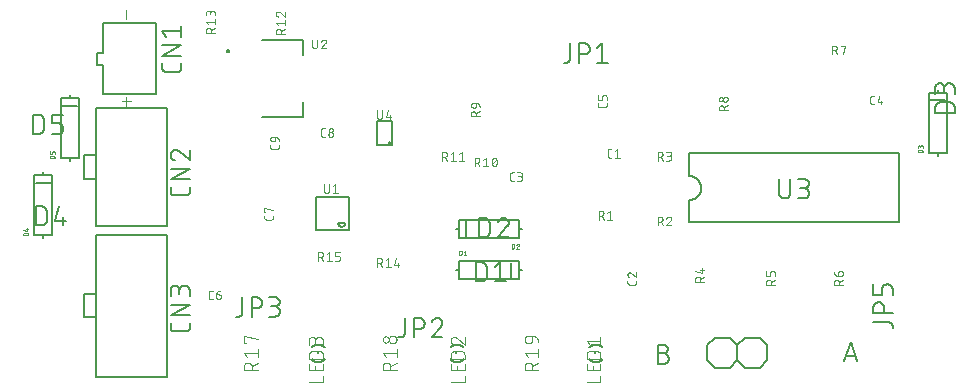
<source format=gbr>
G04 EAGLE Gerber RS-274X export*
G75*
%MOMM*%
%FSLAX34Y34*%
%LPD*%
%INSilkscreen Top*%
%IPPOS*%
%AMOC8*
5,1,8,0,0,1.08239X$1,22.5*%
G01*
%ADD10C,0.152400*%
%ADD11C,0.076200*%
%ADD12C,0.127000*%
%ADD13C,0.101600*%
%ADD14C,0.203200*%
%ADD15C,0.010159*%
%ADD16R,0.200000X0.200000*%
%ADD17R,0.150000X0.250000*%
%ADD18C,0.025400*%
%ADD19C,0.200000*%


D10*
X658262Y122293D02*
X662778Y122293D01*
X662778Y122294D02*
X662911Y122292D01*
X663043Y122286D01*
X663175Y122276D01*
X663307Y122263D01*
X663439Y122245D01*
X663569Y122224D01*
X663700Y122199D01*
X663829Y122170D01*
X663957Y122137D01*
X664085Y122101D01*
X664211Y122061D01*
X664336Y122017D01*
X664460Y121969D01*
X664582Y121918D01*
X664703Y121863D01*
X664822Y121805D01*
X664940Y121743D01*
X665055Y121678D01*
X665169Y121609D01*
X665280Y121538D01*
X665389Y121462D01*
X665496Y121384D01*
X665601Y121303D01*
X665703Y121218D01*
X665803Y121131D01*
X665900Y121041D01*
X665995Y120948D01*
X666086Y120852D01*
X666175Y120754D01*
X666261Y120653D01*
X666344Y120549D01*
X666424Y120443D01*
X666500Y120335D01*
X666574Y120225D01*
X666644Y120112D01*
X666711Y119998D01*
X666774Y119881D01*
X666834Y119763D01*
X666891Y119643D01*
X666944Y119521D01*
X666993Y119398D01*
X667039Y119274D01*
X667081Y119148D01*
X667119Y119021D01*
X667154Y118893D01*
X667185Y118764D01*
X667212Y118635D01*
X667235Y118504D01*
X667255Y118373D01*
X667270Y118241D01*
X667282Y118109D01*
X667290Y117977D01*
X667294Y117844D01*
X667294Y117712D01*
X667290Y117579D01*
X667282Y117447D01*
X667270Y117315D01*
X667255Y117183D01*
X667235Y117052D01*
X667212Y116921D01*
X667185Y116792D01*
X667154Y116663D01*
X667119Y116535D01*
X667081Y116408D01*
X667039Y116282D01*
X666993Y116158D01*
X666944Y116035D01*
X666891Y115913D01*
X666834Y115793D01*
X666774Y115675D01*
X666711Y115558D01*
X666644Y115444D01*
X666574Y115331D01*
X666500Y115221D01*
X666424Y115113D01*
X666344Y115007D01*
X666261Y114903D01*
X666175Y114802D01*
X666086Y114704D01*
X665995Y114608D01*
X665900Y114515D01*
X665803Y114425D01*
X665703Y114338D01*
X665601Y114253D01*
X665496Y114172D01*
X665389Y114094D01*
X665280Y114018D01*
X665169Y113947D01*
X665055Y113878D01*
X664940Y113813D01*
X664822Y113751D01*
X664703Y113693D01*
X664582Y113638D01*
X664460Y113587D01*
X664336Y113539D01*
X664211Y113495D01*
X664085Y113455D01*
X663957Y113419D01*
X663829Y113386D01*
X663700Y113357D01*
X663569Y113332D01*
X663439Y113311D01*
X663307Y113293D01*
X663175Y113280D01*
X663043Y113270D01*
X662911Y113264D01*
X662778Y113262D01*
X658262Y113262D01*
X658262Y129518D01*
X662778Y129518D01*
X662897Y129516D01*
X663017Y129510D01*
X663136Y129500D01*
X663254Y129486D01*
X663373Y129469D01*
X663490Y129447D01*
X663607Y129422D01*
X663722Y129392D01*
X663837Y129359D01*
X663951Y129322D01*
X664063Y129282D01*
X664174Y129237D01*
X664283Y129189D01*
X664391Y129138D01*
X664497Y129083D01*
X664601Y129024D01*
X664703Y128962D01*
X664803Y128897D01*
X664901Y128828D01*
X664997Y128756D01*
X665090Y128681D01*
X665180Y128604D01*
X665268Y128523D01*
X665353Y128439D01*
X665435Y128352D01*
X665515Y128263D01*
X665591Y128171D01*
X665665Y128077D01*
X665735Y127980D01*
X665802Y127882D01*
X665866Y127781D01*
X665926Y127677D01*
X665983Y127572D01*
X666036Y127465D01*
X666086Y127357D01*
X666132Y127247D01*
X666174Y127135D01*
X666213Y127022D01*
X666248Y126908D01*
X666279Y126793D01*
X666307Y126676D01*
X666330Y126559D01*
X666350Y126442D01*
X666366Y126323D01*
X666378Y126204D01*
X666386Y126085D01*
X666390Y125966D01*
X666390Y125846D01*
X666386Y125727D01*
X666378Y125608D01*
X666366Y125489D01*
X666350Y125370D01*
X666330Y125253D01*
X666307Y125136D01*
X666279Y125019D01*
X666248Y124904D01*
X666213Y124790D01*
X666174Y124677D01*
X666132Y124565D01*
X666086Y124455D01*
X666036Y124347D01*
X665983Y124240D01*
X665926Y124135D01*
X665866Y124031D01*
X665802Y123930D01*
X665735Y123832D01*
X665665Y123735D01*
X665591Y123641D01*
X665515Y123549D01*
X665435Y123460D01*
X665353Y123373D01*
X665268Y123289D01*
X665180Y123208D01*
X665090Y123131D01*
X664997Y123056D01*
X664901Y122984D01*
X664803Y122915D01*
X664703Y122850D01*
X664601Y122788D01*
X664497Y122729D01*
X664391Y122674D01*
X664283Y122623D01*
X664174Y122575D01*
X664063Y122530D01*
X663951Y122490D01*
X663837Y122453D01*
X663722Y122420D01*
X663607Y122390D01*
X663490Y122365D01*
X663373Y122343D01*
X663254Y122326D01*
X663136Y122312D01*
X663017Y122302D01*
X662897Y122296D01*
X662778Y122294D01*
X815762Y115762D02*
X821181Y132018D01*
X826599Y115762D01*
X825245Y119826D02*
X817117Y119826D01*
D11*
X618655Y287881D02*
X617018Y287881D01*
X616940Y287883D01*
X616862Y287888D01*
X616785Y287898D01*
X616708Y287911D01*
X616632Y287927D01*
X616557Y287947D01*
X616483Y287971D01*
X616410Y287998D01*
X616338Y288029D01*
X616268Y288063D01*
X616200Y288100D01*
X616133Y288141D01*
X616068Y288185D01*
X616006Y288231D01*
X615946Y288281D01*
X615888Y288333D01*
X615833Y288388D01*
X615781Y288446D01*
X615731Y288506D01*
X615685Y288568D01*
X615641Y288633D01*
X615600Y288700D01*
X615563Y288768D01*
X615529Y288838D01*
X615498Y288910D01*
X615471Y288983D01*
X615447Y289057D01*
X615427Y289132D01*
X615411Y289208D01*
X615398Y289285D01*
X615388Y289362D01*
X615383Y289440D01*
X615381Y289518D01*
X615381Y293610D01*
X615383Y293690D01*
X615389Y293770D01*
X615399Y293850D01*
X615412Y293929D01*
X615430Y294008D01*
X615451Y294085D01*
X615477Y294161D01*
X615506Y294236D01*
X615538Y294310D01*
X615574Y294382D01*
X615614Y294452D01*
X615657Y294519D01*
X615703Y294585D01*
X615753Y294648D01*
X615805Y294709D01*
X615860Y294768D01*
X615919Y294823D01*
X615979Y294875D01*
X616043Y294925D01*
X616109Y294971D01*
X616176Y295014D01*
X616246Y295054D01*
X616318Y295090D01*
X616392Y295122D01*
X616466Y295151D01*
X616543Y295177D01*
X616620Y295198D01*
X616699Y295216D01*
X616778Y295229D01*
X616858Y295239D01*
X616938Y295245D01*
X617018Y295247D01*
X618655Y295247D01*
X621500Y293610D02*
X623546Y295247D01*
X623546Y287881D01*
X621500Y287881D02*
X625592Y287881D01*
X639619Y183655D02*
X639619Y182018D01*
X639617Y181940D01*
X639612Y181862D01*
X639602Y181785D01*
X639589Y181708D01*
X639573Y181632D01*
X639553Y181557D01*
X639529Y181483D01*
X639502Y181410D01*
X639471Y181338D01*
X639437Y181268D01*
X639400Y181200D01*
X639359Y181133D01*
X639315Y181068D01*
X639269Y181006D01*
X639219Y180946D01*
X639167Y180888D01*
X639112Y180833D01*
X639054Y180781D01*
X638994Y180731D01*
X638932Y180685D01*
X638867Y180641D01*
X638801Y180600D01*
X638732Y180563D01*
X638662Y180529D01*
X638590Y180498D01*
X638517Y180471D01*
X638443Y180447D01*
X638368Y180427D01*
X638292Y180411D01*
X638215Y180398D01*
X638138Y180388D01*
X638060Y180383D01*
X637982Y180381D01*
X633890Y180381D01*
X633810Y180383D01*
X633730Y180389D01*
X633650Y180399D01*
X633571Y180412D01*
X633492Y180430D01*
X633415Y180451D01*
X633339Y180477D01*
X633264Y180506D01*
X633190Y180538D01*
X633118Y180574D01*
X633048Y180614D01*
X632981Y180657D01*
X632915Y180703D01*
X632852Y180753D01*
X632791Y180805D01*
X632732Y180860D01*
X632677Y180919D01*
X632625Y180979D01*
X632575Y181043D01*
X632529Y181108D01*
X632486Y181176D01*
X632446Y181246D01*
X632410Y181318D01*
X632378Y181392D01*
X632349Y181466D01*
X632324Y181543D01*
X632302Y181620D01*
X632284Y181699D01*
X632271Y181778D01*
X632261Y181857D01*
X632255Y181938D01*
X632253Y182018D01*
X632253Y183655D01*
X632253Y188751D02*
X632255Y188836D01*
X632261Y188921D01*
X632271Y189005D01*
X632284Y189089D01*
X632302Y189173D01*
X632323Y189255D01*
X632348Y189336D01*
X632377Y189416D01*
X632410Y189495D01*
X632446Y189572D01*
X632486Y189647D01*
X632529Y189721D01*
X632575Y189792D01*
X632625Y189861D01*
X632678Y189928D01*
X632734Y189992D01*
X632793Y190053D01*
X632854Y190112D01*
X632918Y190168D01*
X632985Y190221D01*
X633054Y190271D01*
X633125Y190317D01*
X633199Y190360D01*
X633274Y190400D01*
X633351Y190436D01*
X633430Y190469D01*
X633510Y190498D01*
X633591Y190523D01*
X633673Y190544D01*
X633757Y190562D01*
X633841Y190575D01*
X633925Y190585D01*
X634010Y190591D01*
X634095Y190593D01*
X632253Y188751D02*
X632255Y188655D01*
X632261Y188559D01*
X632271Y188464D01*
X632284Y188369D01*
X632302Y188274D01*
X632323Y188181D01*
X632348Y188088D01*
X632377Y187997D01*
X632409Y187906D01*
X632445Y187817D01*
X632485Y187730D01*
X632528Y187644D01*
X632574Y187560D01*
X632624Y187478D01*
X632678Y187398D01*
X632734Y187321D01*
X632794Y187246D01*
X632856Y187173D01*
X632922Y187103D01*
X632990Y187035D01*
X633061Y186970D01*
X633134Y186909D01*
X633210Y186850D01*
X633289Y186794D01*
X633369Y186742D01*
X633452Y186693D01*
X633536Y186647D01*
X633622Y186605D01*
X633710Y186567D01*
X633799Y186532D01*
X633890Y186500D01*
X635527Y189978D02*
X635468Y190038D01*
X635406Y190095D01*
X635342Y190150D01*
X635275Y190201D01*
X635206Y190250D01*
X635136Y190296D01*
X635063Y190339D01*
X634989Y190379D01*
X634913Y190415D01*
X634835Y190448D01*
X634756Y190478D01*
X634676Y190505D01*
X634595Y190528D01*
X634513Y190547D01*
X634431Y190563D01*
X634347Y190576D01*
X634263Y190585D01*
X634179Y190590D01*
X634095Y190592D01*
X635527Y189978D02*
X639619Y186500D01*
X639619Y190592D01*
X536155Y267881D02*
X534518Y267881D01*
X534440Y267883D01*
X534362Y267888D01*
X534285Y267898D01*
X534208Y267911D01*
X534132Y267927D01*
X534057Y267947D01*
X533983Y267971D01*
X533910Y267998D01*
X533838Y268029D01*
X533768Y268063D01*
X533700Y268100D01*
X533633Y268141D01*
X533568Y268185D01*
X533506Y268231D01*
X533446Y268281D01*
X533388Y268333D01*
X533333Y268388D01*
X533281Y268446D01*
X533231Y268506D01*
X533185Y268568D01*
X533141Y268633D01*
X533100Y268700D01*
X533063Y268768D01*
X533029Y268838D01*
X532998Y268910D01*
X532971Y268983D01*
X532947Y269057D01*
X532927Y269132D01*
X532911Y269208D01*
X532898Y269285D01*
X532888Y269362D01*
X532883Y269440D01*
X532881Y269518D01*
X532881Y273610D01*
X532883Y273690D01*
X532889Y273770D01*
X532899Y273850D01*
X532912Y273929D01*
X532930Y274008D01*
X532951Y274085D01*
X532977Y274161D01*
X533006Y274236D01*
X533038Y274310D01*
X533074Y274382D01*
X533114Y274452D01*
X533157Y274519D01*
X533203Y274585D01*
X533253Y274648D01*
X533305Y274709D01*
X533360Y274768D01*
X533419Y274823D01*
X533479Y274875D01*
X533543Y274925D01*
X533609Y274971D01*
X533676Y275014D01*
X533746Y275054D01*
X533818Y275090D01*
X533892Y275122D01*
X533966Y275151D01*
X534043Y275177D01*
X534120Y275198D01*
X534199Y275216D01*
X534278Y275229D01*
X534358Y275239D01*
X534438Y275245D01*
X534518Y275247D01*
X536155Y275247D01*
X539000Y267881D02*
X541046Y267881D01*
X541135Y267883D01*
X541224Y267889D01*
X541313Y267899D01*
X541401Y267912D01*
X541489Y267929D01*
X541576Y267951D01*
X541661Y267976D01*
X541746Y268004D01*
X541829Y268037D01*
X541911Y268073D01*
X541991Y268112D01*
X542069Y268155D01*
X542145Y268201D01*
X542220Y268251D01*
X542292Y268304D01*
X542361Y268360D01*
X542428Y268419D01*
X542493Y268480D01*
X542554Y268545D01*
X542613Y268612D01*
X542669Y268681D01*
X542722Y268753D01*
X542772Y268828D01*
X542818Y268904D01*
X542861Y268982D01*
X542900Y269062D01*
X542936Y269144D01*
X542969Y269227D01*
X542997Y269312D01*
X543022Y269397D01*
X543044Y269484D01*
X543061Y269572D01*
X543074Y269660D01*
X543084Y269749D01*
X543090Y269838D01*
X543092Y269927D01*
X543090Y270016D01*
X543084Y270105D01*
X543074Y270194D01*
X543061Y270282D01*
X543044Y270370D01*
X543022Y270457D01*
X542997Y270542D01*
X542969Y270627D01*
X542936Y270710D01*
X542900Y270792D01*
X542861Y270872D01*
X542818Y270950D01*
X542772Y271026D01*
X542722Y271101D01*
X542669Y271173D01*
X542613Y271242D01*
X542554Y271309D01*
X542493Y271374D01*
X542428Y271435D01*
X542361Y271494D01*
X542292Y271550D01*
X542220Y271603D01*
X542145Y271653D01*
X542069Y271699D01*
X541991Y271742D01*
X541911Y271781D01*
X541829Y271817D01*
X541746Y271850D01*
X541661Y271878D01*
X541576Y271903D01*
X541489Y271925D01*
X541401Y271942D01*
X541313Y271955D01*
X541224Y271965D01*
X541135Y271971D01*
X541046Y271973D01*
X541455Y275247D02*
X539000Y275247D01*
X541455Y275247D02*
X541534Y275245D01*
X541613Y275239D01*
X541692Y275230D01*
X541770Y275217D01*
X541847Y275199D01*
X541923Y275179D01*
X541998Y275154D01*
X542072Y275126D01*
X542145Y275095D01*
X542216Y275059D01*
X542285Y275021D01*
X542352Y274979D01*
X542417Y274934D01*
X542480Y274886D01*
X542541Y274835D01*
X542598Y274781D01*
X542654Y274725D01*
X542706Y274666D01*
X542756Y274604D01*
X542802Y274540D01*
X542846Y274474D01*
X542886Y274406D01*
X542922Y274336D01*
X542956Y274264D01*
X542986Y274190D01*
X543012Y274116D01*
X543035Y274040D01*
X543053Y273963D01*
X543069Y273886D01*
X543080Y273807D01*
X543088Y273729D01*
X543092Y273650D01*
X543092Y273570D01*
X543088Y273491D01*
X543080Y273413D01*
X543069Y273334D01*
X543053Y273257D01*
X543035Y273180D01*
X543012Y273104D01*
X542986Y273030D01*
X542956Y272956D01*
X542922Y272884D01*
X542886Y272814D01*
X542846Y272746D01*
X542802Y272680D01*
X542756Y272616D01*
X542706Y272554D01*
X542654Y272495D01*
X542598Y272439D01*
X542541Y272385D01*
X542480Y272334D01*
X542417Y272286D01*
X542352Y272241D01*
X542285Y272199D01*
X542216Y272161D01*
X542145Y272125D01*
X542072Y272094D01*
X541998Y272066D01*
X541923Y272041D01*
X541847Y272021D01*
X541770Y272003D01*
X541692Y271990D01*
X541613Y271981D01*
X541534Y271975D01*
X541455Y271973D01*
X539819Y271973D01*
X839518Y332881D02*
X841155Y332881D01*
X839518Y332881D02*
X839440Y332883D01*
X839362Y332888D01*
X839285Y332898D01*
X839208Y332911D01*
X839132Y332927D01*
X839057Y332947D01*
X838983Y332971D01*
X838910Y332998D01*
X838838Y333029D01*
X838768Y333063D01*
X838700Y333100D01*
X838633Y333141D01*
X838568Y333185D01*
X838506Y333231D01*
X838446Y333281D01*
X838388Y333333D01*
X838333Y333388D01*
X838281Y333446D01*
X838231Y333506D01*
X838185Y333568D01*
X838141Y333633D01*
X838100Y333700D01*
X838063Y333768D01*
X838029Y333838D01*
X837998Y333910D01*
X837971Y333983D01*
X837947Y334057D01*
X837927Y334132D01*
X837911Y334208D01*
X837898Y334285D01*
X837888Y334362D01*
X837883Y334440D01*
X837881Y334518D01*
X837881Y338610D01*
X837883Y338690D01*
X837889Y338770D01*
X837899Y338850D01*
X837912Y338929D01*
X837930Y339008D01*
X837951Y339085D01*
X837977Y339161D01*
X838006Y339236D01*
X838038Y339310D01*
X838074Y339382D01*
X838114Y339452D01*
X838157Y339519D01*
X838203Y339585D01*
X838253Y339648D01*
X838305Y339709D01*
X838360Y339768D01*
X838419Y339823D01*
X838479Y339875D01*
X838543Y339925D01*
X838609Y339971D01*
X838676Y340014D01*
X838746Y340054D01*
X838818Y340090D01*
X838892Y340122D01*
X838966Y340151D01*
X839043Y340177D01*
X839120Y340198D01*
X839199Y340216D01*
X839278Y340229D01*
X839358Y340239D01*
X839438Y340245D01*
X839518Y340247D01*
X841155Y340247D01*
X845637Y340247D02*
X844000Y334518D01*
X848092Y334518D01*
X846865Y336155D02*
X846865Y332881D01*
X614619Y333655D02*
X614619Y332018D01*
X614617Y331940D01*
X614612Y331862D01*
X614602Y331785D01*
X614589Y331708D01*
X614573Y331632D01*
X614553Y331557D01*
X614529Y331483D01*
X614502Y331410D01*
X614471Y331338D01*
X614437Y331268D01*
X614400Y331200D01*
X614359Y331133D01*
X614315Y331068D01*
X614269Y331006D01*
X614219Y330946D01*
X614167Y330888D01*
X614112Y330833D01*
X614054Y330781D01*
X613994Y330731D01*
X613932Y330685D01*
X613867Y330641D01*
X613801Y330600D01*
X613732Y330563D01*
X613662Y330529D01*
X613590Y330498D01*
X613517Y330471D01*
X613443Y330447D01*
X613368Y330427D01*
X613292Y330411D01*
X613215Y330398D01*
X613138Y330388D01*
X613060Y330383D01*
X612982Y330381D01*
X608890Y330381D01*
X608810Y330383D01*
X608730Y330389D01*
X608650Y330399D01*
X608571Y330412D01*
X608492Y330430D01*
X608415Y330451D01*
X608339Y330477D01*
X608264Y330506D01*
X608190Y330538D01*
X608118Y330574D01*
X608048Y330614D01*
X607981Y330657D01*
X607915Y330703D01*
X607852Y330753D01*
X607791Y330805D01*
X607732Y330860D01*
X607677Y330919D01*
X607625Y330979D01*
X607575Y331043D01*
X607529Y331108D01*
X607486Y331176D01*
X607446Y331246D01*
X607410Y331318D01*
X607378Y331392D01*
X607349Y331466D01*
X607324Y331543D01*
X607302Y331620D01*
X607284Y331699D01*
X607271Y331778D01*
X607261Y331857D01*
X607255Y331938D01*
X607253Y332018D01*
X607253Y333655D01*
X614619Y336500D02*
X614619Y338955D01*
X614617Y339033D01*
X614612Y339111D01*
X614602Y339188D01*
X614589Y339265D01*
X614573Y339341D01*
X614553Y339416D01*
X614529Y339490D01*
X614502Y339563D01*
X614471Y339635D01*
X614437Y339705D01*
X614400Y339774D01*
X614359Y339840D01*
X614315Y339905D01*
X614269Y339967D01*
X614219Y340027D01*
X614167Y340085D01*
X614112Y340140D01*
X614054Y340192D01*
X613994Y340242D01*
X613932Y340288D01*
X613867Y340332D01*
X613801Y340373D01*
X613732Y340410D01*
X613662Y340444D01*
X613590Y340475D01*
X613517Y340502D01*
X613443Y340526D01*
X613368Y340546D01*
X613292Y340562D01*
X613215Y340575D01*
X613138Y340585D01*
X613060Y340590D01*
X612982Y340592D01*
X612164Y340592D01*
X612084Y340590D01*
X612004Y340584D01*
X611924Y340574D01*
X611845Y340561D01*
X611766Y340543D01*
X611689Y340522D01*
X611613Y340496D01*
X611538Y340467D01*
X611464Y340435D01*
X611392Y340399D01*
X611322Y340359D01*
X611255Y340316D01*
X611189Y340270D01*
X611126Y340220D01*
X611065Y340168D01*
X611006Y340113D01*
X610951Y340054D01*
X610899Y339994D01*
X610849Y339930D01*
X610803Y339864D01*
X610760Y339797D01*
X610720Y339727D01*
X610684Y339655D01*
X610652Y339581D01*
X610623Y339507D01*
X610597Y339430D01*
X610576Y339353D01*
X610558Y339274D01*
X610545Y339195D01*
X610535Y339115D01*
X610529Y339035D01*
X610527Y338955D01*
X610527Y336500D01*
X607253Y336500D01*
X607253Y340592D01*
X281155Y167881D02*
X279518Y167881D01*
X279440Y167883D01*
X279362Y167888D01*
X279285Y167898D01*
X279208Y167911D01*
X279132Y167927D01*
X279057Y167947D01*
X278983Y167971D01*
X278910Y167998D01*
X278838Y168029D01*
X278768Y168063D01*
X278700Y168100D01*
X278633Y168141D01*
X278568Y168185D01*
X278506Y168231D01*
X278446Y168281D01*
X278388Y168333D01*
X278333Y168388D01*
X278281Y168446D01*
X278231Y168506D01*
X278185Y168568D01*
X278141Y168633D01*
X278100Y168700D01*
X278063Y168768D01*
X278029Y168838D01*
X277998Y168910D01*
X277971Y168983D01*
X277947Y169057D01*
X277927Y169132D01*
X277911Y169208D01*
X277898Y169285D01*
X277888Y169362D01*
X277883Y169440D01*
X277881Y169518D01*
X277881Y173610D01*
X277883Y173690D01*
X277889Y173770D01*
X277899Y173850D01*
X277912Y173929D01*
X277930Y174008D01*
X277951Y174085D01*
X277977Y174161D01*
X278006Y174236D01*
X278038Y174310D01*
X278074Y174382D01*
X278114Y174452D01*
X278157Y174519D01*
X278203Y174585D01*
X278253Y174648D01*
X278305Y174709D01*
X278360Y174768D01*
X278419Y174823D01*
X278479Y174875D01*
X278543Y174925D01*
X278609Y174971D01*
X278676Y175014D01*
X278746Y175054D01*
X278818Y175090D01*
X278892Y175122D01*
X278966Y175151D01*
X279043Y175177D01*
X279120Y175198D01*
X279199Y175216D01*
X279278Y175229D01*
X279358Y175239D01*
X279438Y175245D01*
X279518Y175247D01*
X281155Y175247D01*
X284000Y171973D02*
X286455Y171973D01*
X286533Y171971D01*
X286611Y171966D01*
X286688Y171956D01*
X286765Y171943D01*
X286841Y171927D01*
X286916Y171907D01*
X286990Y171883D01*
X287063Y171856D01*
X287135Y171825D01*
X287205Y171791D01*
X287274Y171754D01*
X287340Y171713D01*
X287405Y171669D01*
X287467Y171623D01*
X287527Y171573D01*
X287585Y171521D01*
X287640Y171466D01*
X287692Y171408D01*
X287742Y171348D01*
X287788Y171286D01*
X287832Y171221D01*
X287873Y171155D01*
X287910Y171086D01*
X287944Y171016D01*
X287975Y170944D01*
X288002Y170871D01*
X288026Y170797D01*
X288046Y170722D01*
X288062Y170646D01*
X288075Y170569D01*
X288085Y170492D01*
X288090Y170414D01*
X288092Y170336D01*
X288092Y169927D01*
X288090Y169838D01*
X288084Y169749D01*
X288074Y169660D01*
X288061Y169572D01*
X288044Y169484D01*
X288022Y169397D01*
X287997Y169312D01*
X287969Y169227D01*
X287936Y169144D01*
X287900Y169062D01*
X287861Y168982D01*
X287818Y168904D01*
X287772Y168828D01*
X287722Y168753D01*
X287669Y168681D01*
X287613Y168612D01*
X287554Y168545D01*
X287493Y168480D01*
X287428Y168419D01*
X287361Y168360D01*
X287292Y168304D01*
X287220Y168251D01*
X287145Y168201D01*
X287069Y168155D01*
X286991Y168112D01*
X286911Y168073D01*
X286829Y168037D01*
X286746Y168004D01*
X286661Y167976D01*
X286576Y167951D01*
X286489Y167929D01*
X286401Y167912D01*
X286313Y167899D01*
X286224Y167889D01*
X286135Y167883D01*
X286046Y167881D01*
X285957Y167883D01*
X285868Y167889D01*
X285779Y167899D01*
X285691Y167912D01*
X285603Y167929D01*
X285516Y167951D01*
X285431Y167976D01*
X285346Y168004D01*
X285263Y168037D01*
X285181Y168073D01*
X285101Y168112D01*
X285023Y168155D01*
X284947Y168201D01*
X284872Y168251D01*
X284800Y168304D01*
X284731Y168360D01*
X284664Y168419D01*
X284599Y168480D01*
X284538Y168545D01*
X284479Y168612D01*
X284423Y168681D01*
X284370Y168753D01*
X284320Y168828D01*
X284274Y168904D01*
X284231Y168982D01*
X284192Y169062D01*
X284156Y169144D01*
X284123Y169227D01*
X284095Y169312D01*
X284070Y169397D01*
X284048Y169484D01*
X284031Y169572D01*
X284018Y169660D01*
X284008Y169749D01*
X284002Y169838D01*
X284000Y169927D01*
X284000Y171973D01*
X284002Y172087D01*
X284008Y172201D01*
X284018Y172315D01*
X284032Y172429D01*
X284050Y172542D01*
X284072Y172654D01*
X284097Y172765D01*
X284127Y172875D01*
X284160Y172985D01*
X284197Y173093D01*
X284238Y173199D01*
X284283Y173305D01*
X284331Y173408D01*
X284383Y173510D01*
X284439Y173610D01*
X284497Y173708D01*
X284560Y173804D01*
X284625Y173897D01*
X284694Y173989D01*
X284766Y174077D01*
X284841Y174164D01*
X284919Y174247D01*
X285000Y174328D01*
X285083Y174406D01*
X285170Y174481D01*
X285258Y174553D01*
X285350Y174622D01*
X285443Y174687D01*
X285539Y174749D01*
X285637Y174808D01*
X285737Y174864D01*
X285839Y174916D01*
X285942Y174964D01*
X286048Y175009D01*
X286154Y175050D01*
X286262Y175087D01*
X286372Y175120D01*
X286482Y175150D01*
X286593Y175175D01*
X286705Y175197D01*
X286818Y175215D01*
X286932Y175229D01*
X287046Y175239D01*
X287160Y175245D01*
X287274Y175247D01*
X332119Y237018D02*
X332119Y238655D01*
X332119Y237018D02*
X332117Y236940D01*
X332112Y236862D01*
X332102Y236785D01*
X332089Y236708D01*
X332073Y236632D01*
X332053Y236557D01*
X332029Y236483D01*
X332002Y236410D01*
X331971Y236338D01*
X331937Y236268D01*
X331900Y236200D01*
X331859Y236133D01*
X331815Y236068D01*
X331769Y236006D01*
X331719Y235946D01*
X331667Y235888D01*
X331612Y235833D01*
X331554Y235781D01*
X331494Y235731D01*
X331432Y235685D01*
X331367Y235641D01*
X331301Y235600D01*
X331232Y235563D01*
X331162Y235529D01*
X331090Y235498D01*
X331017Y235471D01*
X330943Y235447D01*
X330868Y235427D01*
X330792Y235411D01*
X330715Y235398D01*
X330638Y235388D01*
X330560Y235383D01*
X330482Y235381D01*
X326390Y235381D01*
X326310Y235383D01*
X326230Y235389D01*
X326150Y235399D01*
X326071Y235412D01*
X325992Y235430D01*
X325915Y235451D01*
X325839Y235477D01*
X325764Y235506D01*
X325690Y235538D01*
X325618Y235574D01*
X325548Y235614D01*
X325481Y235657D01*
X325415Y235703D01*
X325352Y235753D01*
X325291Y235805D01*
X325232Y235860D01*
X325177Y235919D01*
X325125Y235979D01*
X325075Y236043D01*
X325029Y236108D01*
X324986Y236176D01*
X324946Y236246D01*
X324910Y236318D01*
X324878Y236392D01*
X324849Y236466D01*
X324824Y236543D01*
X324802Y236620D01*
X324784Y236699D01*
X324771Y236778D01*
X324761Y236857D01*
X324755Y236938D01*
X324753Y237018D01*
X324753Y238655D01*
X324753Y241500D02*
X325571Y241500D01*
X324753Y241500D02*
X324753Y245592D01*
X332119Y243546D01*
X374518Y305381D02*
X376155Y305381D01*
X374518Y305381D02*
X374440Y305383D01*
X374362Y305388D01*
X374285Y305398D01*
X374208Y305411D01*
X374132Y305427D01*
X374057Y305447D01*
X373983Y305471D01*
X373910Y305498D01*
X373838Y305529D01*
X373768Y305563D01*
X373700Y305600D01*
X373633Y305641D01*
X373568Y305685D01*
X373506Y305731D01*
X373446Y305781D01*
X373388Y305833D01*
X373333Y305888D01*
X373281Y305946D01*
X373231Y306006D01*
X373185Y306068D01*
X373141Y306133D01*
X373100Y306200D01*
X373063Y306268D01*
X373029Y306338D01*
X372998Y306410D01*
X372971Y306483D01*
X372947Y306557D01*
X372927Y306632D01*
X372911Y306708D01*
X372898Y306785D01*
X372888Y306862D01*
X372883Y306940D01*
X372881Y307018D01*
X372881Y311110D01*
X372883Y311190D01*
X372889Y311270D01*
X372899Y311350D01*
X372912Y311429D01*
X372930Y311508D01*
X372951Y311585D01*
X372977Y311661D01*
X373006Y311736D01*
X373038Y311810D01*
X373074Y311882D01*
X373114Y311952D01*
X373157Y312019D01*
X373203Y312085D01*
X373253Y312148D01*
X373305Y312209D01*
X373360Y312268D01*
X373419Y312323D01*
X373479Y312375D01*
X373543Y312425D01*
X373609Y312471D01*
X373676Y312514D01*
X373746Y312554D01*
X373818Y312590D01*
X373892Y312622D01*
X373966Y312651D01*
X374043Y312677D01*
X374120Y312698D01*
X374199Y312716D01*
X374278Y312729D01*
X374358Y312739D01*
X374438Y312745D01*
X374518Y312747D01*
X376155Y312747D01*
X379000Y307427D02*
X379002Y307516D01*
X379008Y307605D01*
X379018Y307694D01*
X379031Y307782D01*
X379048Y307870D01*
X379070Y307957D01*
X379095Y308042D01*
X379123Y308127D01*
X379156Y308210D01*
X379192Y308292D01*
X379231Y308372D01*
X379274Y308450D01*
X379320Y308526D01*
X379370Y308601D01*
X379423Y308673D01*
X379479Y308742D01*
X379538Y308809D01*
X379599Y308874D01*
X379664Y308935D01*
X379731Y308994D01*
X379800Y309050D01*
X379872Y309103D01*
X379947Y309153D01*
X380023Y309199D01*
X380101Y309242D01*
X380181Y309281D01*
X380263Y309317D01*
X380346Y309350D01*
X380431Y309378D01*
X380516Y309403D01*
X380603Y309425D01*
X380691Y309442D01*
X380779Y309455D01*
X380868Y309465D01*
X380957Y309471D01*
X381046Y309473D01*
X381135Y309471D01*
X381224Y309465D01*
X381313Y309455D01*
X381401Y309442D01*
X381489Y309425D01*
X381576Y309403D01*
X381661Y309378D01*
X381746Y309350D01*
X381829Y309317D01*
X381911Y309281D01*
X381991Y309242D01*
X382069Y309199D01*
X382145Y309153D01*
X382220Y309103D01*
X382292Y309050D01*
X382361Y308994D01*
X382428Y308935D01*
X382493Y308874D01*
X382554Y308809D01*
X382613Y308742D01*
X382669Y308673D01*
X382722Y308601D01*
X382772Y308526D01*
X382818Y308450D01*
X382861Y308372D01*
X382900Y308292D01*
X382936Y308210D01*
X382969Y308127D01*
X382997Y308042D01*
X383022Y307957D01*
X383044Y307870D01*
X383061Y307782D01*
X383074Y307694D01*
X383084Y307605D01*
X383090Y307516D01*
X383092Y307427D01*
X383090Y307338D01*
X383084Y307249D01*
X383074Y307160D01*
X383061Y307072D01*
X383044Y306984D01*
X383022Y306897D01*
X382997Y306812D01*
X382969Y306727D01*
X382936Y306644D01*
X382900Y306562D01*
X382861Y306482D01*
X382818Y306404D01*
X382772Y306328D01*
X382722Y306253D01*
X382669Y306181D01*
X382613Y306112D01*
X382554Y306045D01*
X382493Y305980D01*
X382428Y305919D01*
X382361Y305860D01*
X382292Y305804D01*
X382220Y305751D01*
X382145Y305701D01*
X382069Y305655D01*
X381991Y305612D01*
X381911Y305573D01*
X381829Y305537D01*
X381746Y305504D01*
X381661Y305476D01*
X381576Y305451D01*
X381489Y305429D01*
X381401Y305412D01*
X381313Y305399D01*
X381224Y305389D01*
X381135Y305383D01*
X381046Y305381D01*
X380957Y305383D01*
X380868Y305389D01*
X380779Y305399D01*
X380691Y305412D01*
X380603Y305429D01*
X380516Y305451D01*
X380431Y305476D01*
X380346Y305504D01*
X380263Y305537D01*
X380181Y305573D01*
X380101Y305612D01*
X380023Y305655D01*
X379947Y305701D01*
X379872Y305751D01*
X379800Y305804D01*
X379731Y305860D01*
X379664Y305919D01*
X379599Y305980D01*
X379538Y306045D01*
X379479Y306112D01*
X379423Y306181D01*
X379370Y306253D01*
X379320Y306328D01*
X379274Y306404D01*
X379231Y306482D01*
X379192Y306562D01*
X379156Y306644D01*
X379123Y306727D01*
X379095Y306812D01*
X379070Y306897D01*
X379048Y306984D01*
X379031Y307072D01*
X379018Y307160D01*
X379008Y307249D01*
X379002Y307338D01*
X379000Y307427D01*
X379409Y311110D02*
X379411Y311189D01*
X379417Y311268D01*
X379426Y311347D01*
X379439Y311425D01*
X379457Y311502D01*
X379477Y311578D01*
X379502Y311653D01*
X379530Y311727D01*
X379561Y311800D01*
X379597Y311871D01*
X379635Y311940D01*
X379677Y312007D01*
X379722Y312072D01*
X379770Y312135D01*
X379821Y312196D01*
X379875Y312253D01*
X379931Y312309D01*
X379990Y312361D01*
X380052Y312411D01*
X380116Y312457D01*
X380182Y312501D01*
X380250Y312541D01*
X380320Y312577D01*
X380392Y312611D01*
X380466Y312641D01*
X380540Y312667D01*
X380616Y312690D01*
X380693Y312708D01*
X380770Y312724D01*
X380849Y312735D01*
X380927Y312743D01*
X381006Y312747D01*
X381086Y312747D01*
X381165Y312743D01*
X381243Y312735D01*
X381322Y312724D01*
X381399Y312708D01*
X381476Y312690D01*
X381552Y312667D01*
X381626Y312641D01*
X381700Y312611D01*
X381772Y312577D01*
X381842Y312541D01*
X381910Y312501D01*
X381976Y312457D01*
X382040Y312411D01*
X382102Y312361D01*
X382161Y312309D01*
X382217Y312253D01*
X382271Y312196D01*
X382322Y312135D01*
X382370Y312072D01*
X382415Y312007D01*
X382457Y311940D01*
X382495Y311871D01*
X382531Y311800D01*
X382562Y311727D01*
X382590Y311653D01*
X382615Y311578D01*
X382635Y311502D01*
X382653Y311425D01*
X382666Y311347D01*
X382675Y311268D01*
X382681Y311189D01*
X382683Y311110D01*
X382681Y311031D01*
X382675Y310952D01*
X382666Y310873D01*
X382653Y310795D01*
X382635Y310718D01*
X382615Y310642D01*
X382590Y310567D01*
X382562Y310493D01*
X382531Y310420D01*
X382495Y310349D01*
X382457Y310280D01*
X382415Y310213D01*
X382370Y310148D01*
X382322Y310085D01*
X382271Y310024D01*
X382217Y309967D01*
X382161Y309911D01*
X382102Y309859D01*
X382040Y309809D01*
X381976Y309763D01*
X381910Y309719D01*
X381842Y309679D01*
X381772Y309643D01*
X381700Y309609D01*
X381626Y309579D01*
X381552Y309553D01*
X381476Y309530D01*
X381399Y309512D01*
X381322Y309496D01*
X381243Y309485D01*
X381165Y309477D01*
X381086Y309473D01*
X381006Y309473D01*
X380927Y309477D01*
X380849Y309485D01*
X380770Y309496D01*
X380693Y309512D01*
X380616Y309530D01*
X380540Y309553D01*
X380466Y309579D01*
X380392Y309609D01*
X380320Y309643D01*
X380250Y309679D01*
X380182Y309719D01*
X380116Y309763D01*
X380052Y309809D01*
X379990Y309859D01*
X379931Y309911D01*
X379875Y309967D01*
X379821Y310024D01*
X379770Y310085D01*
X379722Y310148D01*
X379677Y310213D01*
X379635Y310280D01*
X379597Y310349D01*
X379561Y310420D01*
X379530Y310493D01*
X379502Y310567D01*
X379477Y310642D01*
X379457Y310718D01*
X379439Y310795D01*
X379426Y310873D01*
X379417Y310952D01*
X379411Y311031D01*
X379409Y311110D01*
X337119Y298655D02*
X337119Y297018D01*
X337117Y296940D01*
X337112Y296862D01*
X337102Y296785D01*
X337089Y296708D01*
X337073Y296632D01*
X337053Y296557D01*
X337029Y296483D01*
X337002Y296410D01*
X336971Y296338D01*
X336937Y296268D01*
X336900Y296200D01*
X336859Y296133D01*
X336815Y296068D01*
X336769Y296006D01*
X336719Y295946D01*
X336667Y295888D01*
X336612Y295833D01*
X336554Y295781D01*
X336494Y295731D01*
X336432Y295685D01*
X336367Y295641D01*
X336301Y295600D01*
X336232Y295563D01*
X336162Y295529D01*
X336090Y295498D01*
X336017Y295471D01*
X335943Y295447D01*
X335868Y295427D01*
X335792Y295411D01*
X335715Y295398D01*
X335638Y295388D01*
X335560Y295383D01*
X335482Y295381D01*
X331390Y295381D01*
X331310Y295383D01*
X331230Y295389D01*
X331150Y295399D01*
X331071Y295412D01*
X330992Y295430D01*
X330915Y295451D01*
X330839Y295477D01*
X330764Y295506D01*
X330690Y295538D01*
X330618Y295574D01*
X330548Y295614D01*
X330481Y295657D01*
X330415Y295703D01*
X330352Y295753D01*
X330291Y295805D01*
X330232Y295860D01*
X330177Y295919D01*
X330125Y295979D01*
X330075Y296043D01*
X330029Y296108D01*
X329986Y296176D01*
X329946Y296246D01*
X329910Y296318D01*
X329878Y296392D01*
X329849Y296466D01*
X329824Y296543D01*
X329802Y296620D01*
X329784Y296699D01*
X329771Y296778D01*
X329761Y296857D01*
X329755Y296938D01*
X329753Y297018D01*
X329753Y298655D01*
X333845Y303137D02*
X333845Y305592D01*
X333845Y303137D02*
X333843Y303059D01*
X333838Y302981D01*
X333828Y302904D01*
X333815Y302827D01*
X333799Y302751D01*
X333779Y302676D01*
X333755Y302602D01*
X333728Y302529D01*
X333697Y302457D01*
X333663Y302387D01*
X333626Y302319D01*
X333585Y302252D01*
X333541Y302187D01*
X333495Y302125D01*
X333445Y302065D01*
X333393Y302007D01*
X333338Y301952D01*
X333280Y301900D01*
X333220Y301850D01*
X333158Y301804D01*
X333093Y301760D01*
X333027Y301719D01*
X332958Y301682D01*
X332888Y301648D01*
X332816Y301617D01*
X332743Y301590D01*
X332669Y301566D01*
X332594Y301546D01*
X332518Y301530D01*
X332441Y301517D01*
X332364Y301507D01*
X332286Y301502D01*
X332208Y301500D01*
X331799Y301500D01*
X331710Y301502D01*
X331621Y301508D01*
X331532Y301518D01*
X331444Y301531D01*
X331356Y301548D01*
X331269Y301570D01*
X331184Y301595D01*
X331099Y301623D01*
X331016Y301656D01*
X330934Y301692D01*
X330854Y301731D01*
X330776Y301774D01*
X330700Y301820D01*
X330625Y301870D01*
X330553Y301923D01*
X330484Y301979D01*
X330417Y302038D01*
X330352Y302099D01*
X330291Y302164D01*
X330232Y302231D01*
X330176Y302300D01*
X330123Y302372D01*
X330073Y302447D01*
X330027Y302523D01*
X329984Y302601D01*
X329945Y302681D01*
X329909Y302763D01*
X329876Y302846D01*
X329848Y302931D01*
X329823Y303016D01*
X329801Y303103D01*
X329784Y303191D01*
X329771Y303279D01*
X329761Y303368D01*
X329755Y303457D01*
X329753Y303546D01*
X329755Y303635D01*
X329761Y303724D01*
X329771Y303813D01*
X329784Y303901D01*
X329801Y303989D01*
X329823Y304076D01*
X329848Y304161D01*
X329876Y304246D01*
X329909Y304329D01*
X329945Y304411D01*
X329984Y304491D01*
X330027Y304569D01*
X330073Y304645D01*
X330123Y304720D01*
X330176Y304792D01*
X330232Y304861D01*
X330291Y304928D01*
X330352Y304993D01*
X330417Y305054D01*
X330484Y305113D01*
X330553Y305169D01*
X330625Y305222D01*
X330700Y305272D01*
X330776Y305318D01*
X330854Y305361D01*
X330934Y305400D01*
X331016Y305436D01*
X331099Y305469D01*
X331184Y305497D01*
X331269Y305522D01*
X331356Y305544D01*
X331444Y305561D01*
X331532Y305574D01*
X331621Y305584D01*
X331710Y305590D01*
X331799Y305592D01*
X333845Y305592D01*
X333845Y305593D02*
X333957Y305591D01*
X334068Y305585D01*
X334180Y305576D01*
X334291Y305563D01*
X334401Y305545D01*
X334511Y305525D01*
X334620Y305500D01*
X334728Y305472D01*
X334835Y305440D01*
X334941Y305404D01*
X335046Y305365D01*
X335149Y305322D01*
X335251Y305276D01*
X335351Y305226D01*
X335450Y305173D01*
X335546Y305116D01*
X335641Y305057D01*
X335733Y304994D01*
X335823Y304928D01*
X335911Y304859D01*
X335997Y304787D01*
X336080Y304712D01*
X336160Y304634D01*
X336238Y304554D01*
X336313Y304471D01*
X336385Y304385D01*
X336454Y304297D01*
X336520Y304207D01*
X336583Y304115D01*
X336642Y304020D01*
X336699Y303924D01*
X336752Y303825D01*
X336802Y303725D01*
X336848Y303623D01*
X336891Y303520D01*
X336930Y303415D01*
X336966Y303309D01*
X336998Y303202D01*
X337026Y303094D01*
X337051Y302985D01*
X337071Y302875D01*
X337089Y302765D01*
X337102Y302654D01*
X337111Y302542D01*
X337117Y302431D01*
X337119Y302319D01*
D10*
X254518Y364081D02*
X254518Y367693D01*
X254518Y364081D02*
X254516Y363963D01*
X254510Y363845D01*
X254501Y363727D01*
X254487Y363610D01*
X254470Y363493D01*
X254449Y363376D01*
X254424Y363261D01*
X254395Y363146D01*
X254362Y363032D01*
X254326Y362920D01*
X254286Y362809D01*
X254243Y362699D01*
X254196Y362590D01*
X254146Y362483D01*
X254091Y362378D01*
X254034Y362275D01*
X253973Y362174D01*
X253909Y362074D01*
X253842Y361977D01*
X253772Y361882D01*
X253698Y361790D01*
X253622Y361699D01*
X253542Y361612D01*
X253460Y361527D01*
X253375Y361445D01*
X253288Y361365D01*
X253197Y361289D01*
X253105Y361215D01*
X253010Y361145D01*
X252913Y361078D01*
X252813Y361014D01*
X252712Y360953D01*
X252609Y360896D01*
X252504Y360841D01*
X252397Y360791D01*
X252288Y360744D01*
X252178Y360701D01*
X252067Y360661D01*
X251955Y360625D01*
X251841Y360592D01*
X251726Y360563D01*
X251611Y360538D01*
X251494Y360517D01*
X251377Y360500D01*
X251260Y360486D01*
X251142Y360477D01*
X251024Y360471D01*
X250906Y360469D01*
X250906Y360468D02*
X241874Y360468D01*
X241756Y360470D01*
X241638Y360476D01*
X241520Y360485D01*
X241402Y360499D01*
X241285Y360516D01*
X241169Y360537D01*
X241054Y360562D01*
X240939Y360591D01*
X240825Y360624D01*
X240713Y360660D01*
X240601Y360700D01*
X240491Y360743D01*
X240383Y360790D01*
X240276Y360841D01*
X240171Y360895D01*
X240068Y360952D01*
X239966Y361013D01*
X239867Y361077D01*
X239770Y361144D01*
X239675Y361215D01*
X239582Y361288D01*
X239492Y361365D01*
X239404Y361444D01*
X239319Y361526D01*
X239237Y361611D01*
X239158Y361699D01*
X239081Y361789D01*
X239008Y361882D01*
X238937Y361976D01*
X238870Y362074D01*
X238806Y362173D01*
X238745Y362274D01*
X238688Y362378D01*
X238634Y362483D01*
X238583Y362590D01*
X238536Y362698D01*
X238493Y362808D01*
X238453Y362920D01*
X238417Y363032D01*
X238384Y363146D01*
X238355Y363261D01*
X238330Y363376D01*
X238309Y363492D01*
X238292Y363609D01*
X238278Y363727D01*
X238269Y363845D01*
X238263Y363963D01*
X238261Y364081D01*
X238262Y364081D02*
X238262Y367693D01*
X238262Y374055D02*
X254518Y374055D01*
X254518Y383086D02*
X238262Y374055D01*
X238262Y383086D02*
X254518Y383086D01*
X241874Y390207D02*
X238262Y394722D01*
X254518Y394722D01*
X254518Y390207D02*
X254518Y399238D01*
X261738Y262987D02*
X261738Y259374D01*
X261736Y259256D01*
X261730Y259138D01*
X261721Y259020D01*
X261707Y258903D01*
X261690Y258786D01*
X261669Y258669D01*
X261644Y258554D01*
X261615Y258439D01*
X261582Y258325D01*
X261546Y258213D01*
X261506Y258102D01*
X261463Y257992D01*
X261416Y257883D01*
X261366Y257776D01*
X261311Y257671D01*
X261254Y257568D01*
X261193Y257467D01*
X261129Y257367D01*
X261062Y257270D01*
X260992Y257175D01*
X260918Y257083D01*
X260842Y256992D01*
X260762Y256905D01*
X260680Y256820D01*
X260595Y256738D01*
X260508Y256658D01*
X260417Y256582D01*
X260325Y256508D01*
X260230Y256438D01*
X260133Y256371D01*
X260033Y256307D01*
X259932Y256246D01*
X259829Y256189D01*
X259724Y256134D01*
X259617Y256084D01*
X259508Y256037D01*
X259398Y255994D01*
X259287Y255954D01*
X259175Y255918D01*
X259061Y255885D01*
X258946Y255856D01*
X258831Y255831D01*
X258714Y255810D01*
X258597Y255793D01*
X258480Y255779D01*
X258362Y255770D01*
X258244Y255764D01*
X258126Y255762D01*
X249094Y255762D01*
X248976Y255764D01*
X248858Y255770D01*
X248740Y255779D01*
X248622Y255793D01*
X248505Y255810D01*
X248389Y255831D01*
X248274Y255856D01*
X248159Y255885D01*
X248045Y255918D01*
X247933Y255954D01*
X247821Y255994D01*
X247711Y256037D01*
X247603Y256084D01*
X247496Y256135D01*
X247391Y256189D01*
X247288Y256246D01*
X247186Y256307D01*
X247087Y256371D01*
X246990Y256438D01*
X246895Y256509D01*
X246802Y256582D01*
X246712Y256659D01*
X246624Y256738D01*
X246539Y256820D01*
X246457Y256905D01*
X246378Y256993D01*
X246301Y257083D01*
X246228Y257176D01*
X246157Y257270D01*
X246090Y257368D01*
X246026Y257467D01*
X245965Y257568D01*
X245908Y257672D01*
X245854Y257777D01*
X245803Y257884D01*
X245756Y257992D01*
X245713Y258102D01*
X245673Y258214D01*
X245637Y258326D01*
X245604Y258440D01*
X245575Y258555D01*
X245550Y258670D01*
X245529Y258786D01*
X245512Y258903D01*
X245498Y259021D01*
X245489Y259139D01*
X245483Y259257D01*
X245481Y259375D01*
X245482Y259374D02*
X245482Y262987D01*
X245482Y269349D02*
X261738Y269349D01*
X261738Y278380D02*
X245482Y269349D01*
X245482Y278380D02*
X261738Y278380D01*
X249546Y294532D02*
X249421Y294530D01*
X249296Y294524D01*
X249171Y294515D01*
X249047Y294501D01*
X248923Y294484D01*
X248799Y294463D01*
X248677Y294438D01*
X248555Y294409D01*
X248434Y294377D01*
X248314Y294341D01*
X248195Y294301D01*
X248078Y294258D01*
X247962Y294211D01*
X247847Y294160D01*
X247735Y294106D01*
X247623Y294048D01*
X247514Y293988D01*
X247407Y293923D01*
X247301Y293856D01*
X247198Y293785D01*
X247097Y293711D01*
X246998Y293634D01*
X246902Y293554D01*
X246808Y293471D01*
X246717Y293386D01*
X246628Y293297D01*
X246543Y293206D01*
X246460Y293112D01*
X246380Y293016D01*
X246303Y292917D01*
X246229Y292816D01*
X246158Y292713D01*
X246091Y292607D01*
X246026Y292500D01*
X245966Y292391D01*
X245908Y292279D01*
X245854Y292167D01*
X245803Y292052D01*
X245756Y291936D01*
X245713Y291819D01*
X245673Y291700D01*
X245637Y291580D01*
X245605Y291459D01*
X245576Y291337D01*
X245551Y291215D01*
X245530Y291091D01*
X245513Y290967D01*
X245499Y290843D01*
X245490Y290718D01*
X245484Y290593D01*
X245482Y290468D01*
X245484Y290325D01*
X245490Y290183D01*
X245500Y290040D01*
X245513Y289898D01*
X245531Y289757D01*
X245552Y289615D01*
X245577Y289475D01*
X245606Y289335D01*
X245639Y289196D01*
X245676Y289058D01*
X245716Y288921D01*
X245760Y288786D01*
X245808Y288651D01*
X245860Y288518D01*
X245915Y288386D01*
X245974Y288256D01*
X246036Y288128D01*
X246102Y288001D01*
X246171Y287876D01*
X246243Y287753D01*
X246319Y287632D01*
X246398Y287514D01*
X246481Y287397D01*
X246566Y287283D01*
X246655Y287171D01*
X246746Y287062D01*
X246841Y286955D01*
X246938Y286850D01*
X247039Y286749D01*
X247142Y286650D01*
X247247Y286554D01*
X247356Y286461D01*
X247467Y286371D01*
X247580Y286284D01*
X247695Y286200D01*
X247813Y286120D01*
X247933Y286042D01*
X248055Y285968D01*
X248179Y285898D01*
X248305Y285830D01*
X248433Y285767D01*
X248562Y285706D01*
X248693Y285649D01*
X248825Y285596D01*
X248959Y285547D01*
X249094Y285501D01*
X252707Y293177D02*
X252615Y293271D01*
X252521Y293361D01*
X252424Y293449D01*
X252324Y293534D01*
X252222Y293616D01*
X252117Y293694D01*
X252010Y293770D01*
X251901Y293842D01*
X251790Y293911D01*
X251676Y293977D01*
X251561Y294039D01*
X251444Y294098D01*
X251325Y294153D01*
X251205Y294204D01*
X251083Y294252D01*
X250960Y294297D01*
X250836Y294337D01*
X250710Y294374D01*
X250583Y294407D01*
X250456Y294436D01*
X250327Y294462D01*
X250198Y294483D01*
X250068Y294501D01*
X249938Y294514D01*
X249808Y294524D01*
X249677Y294530D01*
X249546Y294532D01*
X252707Y293177D02*
X261738Y285501D01*
X261738Y294532D01*
X261738Y147987D02*
X261738Y144374D01*
X261736Y144256D01*
X261730Y144138D01*
X261721Y144020D01*
X261707Y143903D01*
X261690Y143786D01*
X261669Y143669D01*
X261644Y143554D01*
X261615Y143439D01*
X261582Y143325D01*
X261546Y143213D01*
X261506Y143102D01*
X261463Y142992D01*
X261416Y142883D01*
X261366Y142776D01*
X261311Y142671D01*
X261254Y142568D01*
X261193Y142467D01*
X261129Y142367D01*
X261062Y142270D01*
X260992Y142175D01*
X260918Y142083D01*
X260842Y141992D01*
X260762Y141905D01*
X260680Y141820D01*
X260595Y141738D01*
X260508Y141658D01*
X260417Y141582D01*
X260325Y141508D01*
X260230Y141438D01*
X260133Y141371D01*
X260033Y141307D01*
X259932Y141246D01*
X259829Y141189D01*
X259724Y141134D01*
X259617Y141084D01*
X259508Y141037D01*
X259398Y140994D01*
X259287Y140954D01*
X259175Y140918D01*
X259061Y140885D01*
X258946Y140856D01*
X258831Y140831D01*
X258714Y140810D01*
X258597Y140793D01*
X258480Y140779D01*
X258362Y140770D01*
X258244Y140764D01*
X258126Y140762D01*
X249094Y140762D01*
X248976Y140764D01*
X248858Y140770D01*
X248740Y140779D01*
X248622Y140793D01*
X248505Y140810D01*
X248389Y140831D01*
X248274Y140856D01*
X248159Y140885D01*
X248045Y140918D01*
X247933Y140954D01*
X247821Y140994D01*
X247711Y141037D01*
X247603Y141084D01*
X247496Y141135D01*
X247391Y141189D01*
X247288Y141246D01*
X247186Y141307D01*
X247087Y141371D01*
X246990Y141438D01*
X246895Y141509D01*
X246802Y141582D01*
X246712Y141659D01*
X246624Y141738D01*
X246539Y141820D01*
X246457Y141905D01*
X246378Y141993D01*
X246301Y142083D01*
X246228Y142176D01*
X246157Y142270D01*
X246090Y142368D01*
X246026Y142467D01*
X245965Y142568D01*
X245908Y142672D01*
X245854Y142777D01*
X245803Y142884D01*
X245756Y142992D01*
X245713Y143102D01*
X245673Y143214D01*
X245637Y143326D01*
X245604Y143440D01*
X245575Y143555D01*
X245550Y143670D01*
X245529Y143786D01*
X245512Y143903D01*
X245498Y144021D01*
X245489Y144139D01*
X245483Y144257D01*
X245481Y144375D01*
X245482Y144374D02*
X245482Y147987D01*
X245482Y154349D02*
X261738Y154349D01*
X261738Y163380D02*
X245482Y154349D01*
X245482Y163380D02*
X261738Y163380D01*
X261738Y170501D02*
X261738Y175016D01*
X261736Y175149D01*
X261730Y175281D01*
X261720Y175413D01*
X261707Y175545D01*
X261689Y175677D01*
X261668Y175807D01*
X261643Y175938D01*
X261614Y176067D01*
X261581Y176195D01*
X261545Y176323D01*
X261505Y176449D01*
X261461Y176574D01*
X261413Y176698D01*
X261362Y176820D01*
X261307Y176941D01*
X261249Y177060D01*
X261187Y177178D01*
X261122Y177293D01*
X261053Y177407D01*
X260982Y177518D01*
X260906Y177627D01*
X260828Y177734D01*
X260747Y177839D01*
X260662Y177941D01*
X260575Y178041D01*
X260485Y178138D01*
X260392Y178233D01*
X260296Y178324D01*
X260198Y178413D01*
X260097Y178499D01*
X259993Y178582D01*
X259887Y178662D01*
X259779Y178738D01*
X259669Y178812D01*
X259556Y178882D01*
X259442Y178949D01*
X259325Y179012D01*
X259207Y179072D01*
X259087Y179129D01*
X258965Y179182D01*
X258842Y179231D01*
X258718Y179277D01*
X258592Y179319D01*
X258465Y179357D01*
X258337Y179392D01*
X258208Y179423D01*
X258079Y179450D01*
X257948Y179473D01*
X257817Y179493D01*
X257685Y179508D01*
X257553Y179520D01*
X257421Y179528D01*
X257288Y179532D01*
X257156Y179532D01*
X257023Y179528D01*
X256891Y179520D01*
X256759Y179508D01*
X256627Y179493D01*
X256496Y179473D01*
X256365Y179450D01*
X256236Y179423D01*
X256107Y179392D01*
X255979Y179357D01*
X255852Y179319D01*
X255726Y179277D01*
X255602Y179231D01*
X255479Y179182D01*
X255357Y179129D01*
X255237Y179072D01*
X255119Y179012D01*
X255002Y178949D01*
X254888Y178882D01*
X254775Y178812D01*
X254665Y178738D01*
X254557Y178662D01*
X254451Y178582D01*
X254347Y178499D01*
X254246Y178413D01*
X254148Y178324D01*
X254052Y178233D01*
X253959Y178138D01*
X253869Y178041D01*
X253782Y177941D01*
X253697Y177839D01*
X253616Y177734D01*
X253538Y177627D01*
X253462Y177518D01*
X253391Y177407D01*
X253322Y177293D01*
X253257Y177178D01*
X253195Y177060D01*
X253137Y176941D01*
X253082Y176820D01*
X253031Y176698D01*
X252983Y176574D01*
X252939Y176449D01*
X252899Y176323D01*
X252863Y176195D01*
X252830Y176067D01*
X252801Y175938D01*
X252776Y175807D01*
X252755Y175677D01*
X252737Y175545D01*
X252724Y175413D01*
X252714Y175281D01*
X252708Y175149D01*
X252706Y175016D01*
X245482Y175920D02*
X245482Y170501D01*
X245482Y175920D02*
X245484Y176039D01*
X245490Y176159D01*
X245500Y176278D01*
X245514Y176396D01*
X245531Y176515D01*
X245553Y176632D01*
X245578Y176749D01*
X245608Y176864D01*
X245641Y176979D01*
X245678Y177093D01*
X245718Y177205D01*
X245763Y177316D01*
X245811Y177425D01*
X245862Y177533D01*
X245917Y177639D01*
X245976Y177743D01*
X246038Y177845D01*
X246103Y177945D01*
X246172Y178043D01*
X246244Y178139D01*
X246319Y178232D01*
X246396Y178322D01*
X246477Y178410D01*
X246561Y178495D01*
X246648Y178577D01*
X246737Y178657D01*
X246829Y178733D01*
X246923Y178807D01*
X247020Y178877D01*
X247118Y178944D01*
X247219Y179008D01*
X247323Y179068D01*
X247428Y179125D01*
X247535Y179178D01*
X247643Y179228D01*
X247753Y179274D01*
X247865Y179316D01*
X247978Y179355D01*
X248092Y179390D01*
X248207Y179421D01*
X248324Y179449D01*
X248441Y179472D01*
X248558Y179492D01*
X248677Y179508D01*
X248796Y179520D01*
X248915Y179528D01*
X249034Y179532D01*
X249154Y179532D01*
X249273Y179528D01*
X249392Y179520D01*
X249511Y179508D01*
X249630Y179492D01*
X249747Y179472D01*
X249864Y179449D01*
X249981Y179421D01*
X250096Y179390D01*
X250210Y179355D01*
X250323Y179316D01*
X250435Y179274D01*
X250545Y179228D01*
X250653Y179178D01*
X250760Y179125D01*
X250865Y179068D01*
X250969Y179008D01*
X251070Y178944D01*
X251168Y178877D01*
X251265Y178807D01*
X251359Y178733D01*
X251451Y178657D01*
X251540Y178577D01*
X251627Y178495D01*
X251711Y178410D01*
X251792Y178322D01*
X251869Y178232D01*
X251944Y178139D01*
X252016Y178043D01*
X252085Y177945D01*
X252150Y177845D01*
X252212Y177743D01*
X252271Y177639D01*
X252326Y177533D01*
X252377Y177425D01*
X252425Y177316D01*
X252470Y177205D01*
X252510Y177093D01*
X252547Y176979D01*
X252580Y176864D01*
X252610Y176749D01*
X252635Y176632D01*
X252657Y176515D01*
X252674Y176396D01*
X252688Y176278D01*
X252698Y176159D01*
X252704Y176039D01*
X252706Y175920D01*
X252707Y175920D02*
X252707Y172307D01*
X504055Y182982D02*
X504055Y199238D01*
X508570Y199238D01*
X508701Y199236D01*
X508833Y199230D01*
X508964Y199221D01*
X509094Y199207D01*
X509225Y199190D01*
X509354Y199169D01*
X509483Y199145D01*
X509611Y199116D01*
X509739Y199084D01*
X509865Y199048D01*
X509990Y199009D01*
X510115Y198966D01*
X510237Y198919D01*
X510359Y198869D01*
X510479Y198815D01*
X510597Y198758D01*
X510713Y198697D01*
X510828Y198633D01*
X510941Y198566D01*
X511052Y198495D01*
X511160Y198421D01*
X511267Y198344D01*
X511371Y198264D01*
X511473Y198181D01*
X511572Y198096D01*
X511669Y198007D01*
X511763Y197915D01*
X511855Y197821D01*
X511944Y197724D01*
X512029Y197625D01*
X512112Y197523D01*
X512192Y197419D01*
X512269Y197312D01*
X512343Y197204D01*
X512414Y197093D01*
X512481Y196980D01*
X512545Y196865D01*
X512606Y196749D01*
X512663Y196631D01*
X512717Y196511D01*
X512767Y196389D01*
X512814Y196267D01*
X512857Y196142D01*
X512896Y196017D01*
X512932Y195891D01*
X512964Y195763D01*
X512993Y195635D01*
X513017Y195506D01*
X513038Y195377D01*
X513055Y195246D01*
X513069Y195116D01*
X513078Y194985D01*
X513084Y194853D01*
X513086Y194722D01*
X513086Y187498D01*
X513084Y187367D01*
X513078Y187235D01*
X513069Y187104D01*
X513055Y186974D01*
X513038Y186843D01*
X513017Y186714D01*
X512993Y186585D01*
X512964Y186457D01*
X512932Y186329D01*
X512896Y186203D01*
X512857Y186078D01*
X512814Y185953D01*
X512767Y185831D01*
X512717Y185709D01*
X512663Y185589D01*
X512606Y185471D01*
X512545Y185355D01*
X512481Y185240D01*
X512414Y185127D01*
X512343Y185016D01*
X512269Y184908D01*
X512192Y184801D01*
X512112Y184697D01*
X512029Y184595D01*
X511944Y184496D01*
X511855Y184399D01*
X511763Y184305D01*
X511669Y184213D01*
X511572Y184124D01*
X511473Y184039D01*
X511371Y183956D01*
X511267Y183876D01*
X511160Y183799D01*
X511052Y183725D01*
X510941Y183654D01*
X510828Y183587D01*
X510713Y183523D01*
X510597Y183462D01*
X510479Y183405D01*
X510359Y183351D01*
X510237Y183301D01*
X510115Y183254D01*
X509990Y183211D01*
X509865Y183172D01*
X509739Y183136D01*
X509611Y183104D01*
X509483Y183075D01*
X509354Y183051D01*
X509224Y183030D01*
X509094Y183013D01*
X508964Y182999D01*
X508833Y182990D01*
X508701Y182984D01*
X508570Y182982D01*
X504055Y182982D01*
X520207Y195626D02*
X524722Y199238D01*
X524722Y182982D01*
X520207Y182982D02*
X529238Y182982D01*
X506555Y220482D02*
X506555Y236738D01*
X511070Y236738D01*
X511201Y236736D01*
X511333Y236730D01*
X511464Y236721D01*
X511594Y236707D01*
X511725Y236690D01*
X511854Y236669D01*
X511983Y236645D01*
X512111Y236616D01*
X512239Y236584D01*
X512365Y236548D01*
X512490Y236509D01*
X512615Y236466D01*
X512737Y236419D01*
X512859Y236369D01*
X512979Y236315D01*
X513097Y236258D01*
X513213Y236197D01*
X513328Y236133D01*
X513441Y236066D01*
X513552Y235995D01*
X513660Y235921D01*
X513767Y235844D01*
X513871Y235764D01*
X513973Y235681D01*
X514072Y235596D01*
X514169Y235507D01*
X514263Y235415D01*
X514355Y235321D01*
X514444Y235224D01*
X514529Y235125D01*
X514612Y235023D01*
X514692Y234919D01*
X514769Y234812D01*
X514843Y234704D01*
X514914Y234593D01*
X514981Y234480D01*
X515045Y234365D01*
X515106Y234249D01*
X515163Y234131D01*
X515217Y234011D01*
X515267Y233889D01*
X515314Y233767D01*
X515357Y233642D01*
X515396Y233517D01*
X515432Y233391D01*
X515464Y233263D01*
X515493Y233135D01*
X515517Y233006D01*
X515538Y232877D01*
X515555Y232746D01*
X515569Y232616D01*
X515578Y232485D01*
X515584Y232353D01*
X515586Y232222D01*
X515586Y224998D01*
X515584Y224867D01*
X515578Y224735D01*
X515569Y224604D01*
X515555Y224474D01*
X515538Y224343D01*
X515517Y224214D01*
X515493Y224085D01*
X515464Y223957D01*
X515432Y223829D01*
X515396Y223703D01*
X515357Y223578D01*
X515314Y223453D01*
X515267Y223331D01*
X515217Y223209D01*
X515163Y223089D01*
X515106Y222971D01*
X515045Y222855D01*
X514981Y222740D01*
X514914Y222627D01*
X514843Y222516D01*
X514769Y222408D01*
X514692Y222301D01*
X514612Y222197D01*
X514529Y222095D01*
X514444Y221996D01*
X514355Y221899D01*
X514263Y221805D01*
X514169Y221713D01*
X514072Y221624D01*
X513973Y221539D01*
X513871Y221456D01*
X513767Y221376D01*
X513660Y221299D01*
X513552Y221225D01*
X513441Y221154D01*
X513328Y221087D01*
X513213Y221023D01*
X513097Y220962D01*
X512979Y220905D01*
X512859Y220851D01*
X512737Y220801D01*
X512615Y220754D01*
X512490Y220711D01*
X512365Y220672D01*
X512239Y220636D01*
X512111Y220604D01*
X511983Y220575D01*
X511854Y220551D01*
X511724Y220530D01*
X511594Y220513D01*
X511464Y220499D01*
X511333Y220490D01*
X511201Y220484D01*
X511070Y220482D01*
X506555Y220482D01*
X527674Y236738D02*
X527799Y236736D01*
X527924Y236730D01*
X528049Y236721D01*
X528173Y236707D01*
X528297Y236690D01*
X528421Y236669D01*
X528543Y236644D01*
X528665Y236615D01*
X528786Y236583D01*
X528906Y236547D01*
X529025Y236507D01*
X529142Y236464D01*
X529258Y236417D01*
X529373Y236366D01*
X529485Y236312D01*
X529597Y236254D01*
X529706Y236194D01*
X529813Y236129D01*
X529919Y236062D01*
X530022Y235991D01*
X530123Y235917D01*
X530222Y235840D01*
X530318Y235760D01*
X530412Y235677D01*
X530503Y235592D01*
X530592Y235503D01*
X530677Y235412D01*
X530760Y235318D01*
X530840Y235222D01*
X530917Y235123D01*
X530991Y235022D01*
X531062Y234919D01*
X531129Y234813D01*
X531194Y234706D01*
X531254Y234597D01*
X531312Y234485D01*
X531366Y234373D01*
X531417Y234258D01*
X531464Y234142D01*
X531507Y234025D01*
X531547Y233906D01*
X531583Y233786D01*
X531615Y233665D01*
X531644Y233543D01*
X531669Y233421D01*
X531690Y233297D01*
X531707Y233173D01*
X531721Y233049D01*
X531730Y232924D01*
X531736Y232799D01*
X531738Y232674D01*
X527674Y236738D02*
X527531Y236736D01*
X527389Y236730D01*
X527246Y236720D01*
X527104Y236707D01*
X526963Y236689D01*
X526821Y236668D01*
X526681Y236643D01*
X526541Y236614D01*
X526402Y236581D01*
X526264Y236544D01*
X526127Y236504D01*
X525992Y236460D01*
X525857Y236412D01*
X525724Y236360D01*
X525592Y236305D01*
X525462Y236246D01*
X525334Y236184D01*
X525207Y236118D01*
X525082Y236049D01*
X524959Y235977D01*
X524839Y235901D01*
X524720Y235822D01*
X524603Y235739D01*
X524489Y235654D01*
X524377Y235565D01*
X524268Y235474D01*
X524161Y235379D01*
X524056Y235282D01*
X523955Y235181D01*
X523856Y235078D01*
X523760Y234973D01*
X523667Y234864D01*
X523577Y234753D01*
X523490Y234640D01*
X523406Y234525D01*
X523326Y234407D01*
X523248Y234287D01*
X523174Y234165D01*
X523104Y234041D01*
X523036Y233915D01*
X522973Y233787D01*
X522912Y233658D01*
X522855Y233527D01*
X522802Y233395D01*
X522753Y233261D01*
X522707Y233126D01*
X530383Y229513D02*
X530477Y229605D01*
X530567Y229699D01*
X530655Y229796D01*
X530740Y229896D01*
X530822Y229998D01*
X530901Y230103D01*
X530976Y230210D01*
X531048Y230319D01*
X531117Y230430D01*
X531183Y230544D01*
X531245Y230659D01*
X531304Y230776D01*
X531359Y230895D01*
X531410Y231015D01*
X531458Y231137D01*
X531503Y231260D01*
X531543Y231384D01*
X531580Y231510D01*
X531613Y231637D01*
X531642Y231764D01*
X531668Y231893D01*
X531689Y232022D01*
X531707Y232152D01*
X531720Y232282D01*
X531730Y232412D01*
X531736Y232543D01*
X531738Y232674D01*
X530383Y229513D02*
X522707Y220482D01*
X531738Y220482D01*
X892982Y325762D02*
X909238Y325762D01*
X892982Y325762D02*
X892982Y330278D01*
X892984Y330409D01*
X892990Y330541D01*
X892999Y330672D01*
X893013Y330802D01*
X893030Y330933D01*
X893051Y331062D01*
X893075Y331191D01*
X893104Y331319D01*
X893136Y331447D01*
X893172Y331573D01*
X893211Y331698D01*
X893254Y331823D01*
X893301Y331945D01*
X893351Y332067D01*
X893405Y332187D01*
X893462Y332305D01*
X893523Y332421D01*
X893587Y332536D01*
X893654Y332649D01*
X893725Y332760D01*
X893799Y332868D01*
X893876Y332975D01*
X893956Y333079D01*
X894039Y333181D01*
X894124Y333280D01*
X894213Y333377D01*
X894305Y333471D01*
X894399Y333563D01*
X894496Y333652D01*
X894595Y333737D01*
X894697Y333820D01*
X894801Y333900D01*
X894908Y333977D01*
X895016Y334051D01*
X895127Y334122D01*
X895240Y334189D01*
X895355Y334253D01*
X895471Y334314D01*
X895589Y334371D01*
X895709Y334425D01*
X895831Y334475D01*
X895953Y334522D01*
X896078Y334565D01*
X896203Y334604D01*
X896329Y334640D01*
X896457Y334672D01*
X896585Y334701D01*
X896714Y334725D01*
X896843Y334746D01*
X896974Y334763D01*
X897104Y334777D01*
X897235Y334786D01*
X897367Y334792D01*
X897498Y334794D01*
X897498Y334793D02*
X904722Y334793D01*
X904722Y334794D02*
X904853Y334792D01*
X904985Y334786D01*
X905116Y334777D01*
X905246Y334763D01*
X905377Y334746D01*
X905506Y334725D01*
X905635Y334701D01*
X905763Y334672D01*
X905891Y334640D01*
X906017Y334604D01*
X906142Y334565D01*
X906267Y334522D01*
X906389Y334475D01*
X906511Y334425D01*
X906631Y334371D01*
X906749Y334314D01*
X906865Y334253D01*
X906980Y334189D01*
X907093Y334122D01*
X907204Y334051D01*
X907312Y333977D01*
X907419Y333900D01*
X907523Y333820D01*
X907625Y333737D01*
X907724Y333652D01*
X907821Y333563D01*
X907915Y333471D01*
X908007Y333377D01*
X908096Y333280D01*
X908181Y333181D01*
X908264Y333079D01*
X908344Y332975D01*
X908421Y332868D01*
X908495Y332760D01*
X908566Y332649D01*
X908633Y332536D01*
X908697Y332421D01*
X908758Y332305D01*
X908815Y332187D01*
X908869Y332067D01*
X908919Y331945D01*
X908966Y331823D01*
X909009Y331698D01*
X909048Y331573D01*
X909084Y331447D01*
X909116Y331319D01*
X909145Y331191D01*
X909169Y331062D01*
X909190Y330932D01*
X909207Y330802D01*
X909221Y330672D01*
X909230Y330541D01*
X909236Y330409D01*
X909238Y330278D01*
X909238Y325762D01*
X909238Y341914D02*
X909238Y346430D01*
X909236Y346563D01*
X909230Y346695D01*
X909220Y346827D01*
X909207Y346959D01*
X909189Y347091D01*
X909168Y347221D01*
X909143Y347352D01*
X909114Y347481D01*
X909081Y347609D01*
X909045Y347737D01*
X909005Y347863D01*
X908961Y347988D01*
X908913Y348112D01*
X908862Y348234D01*
X908807Y348355D01*
X908749Y348474D01*
X908687Y348592D01*
X908622Y348707D01*
X908553Y348821D01*
X908482Y348932D01*
X908406Y349041D01*
X908328Y349148D01*
X908247Y349253D01*
X908162Y349355D01*
X908075Y349455D01*
X907985Y349552D01*
X907892Y349647D01*
X907796Y349738D01*
X907698Y349827D01*
X907597Y349913D01*
X907493Y349996D01*
X907387Y350076D01*
X907279Y350152D01*
X907169Y350226D01*
X907056Y350296D01*
X906942Y350363D01*
X906825Y350426D01*
X906707Y350486D01*
X906587Y350543D01*
X906465Y350596D01*
X906342Y350645D01*
X906218Y350691D01*
X906092Y350733D01*
X905965Y350771D01*
X905837Y350806D01*
X905708Y350837D01*
X905579Y350864D01*
X905448Y350887D01*
X905317Y350907D01*
X905185Y350922D01*
X905053Y350934D01*
X904921Y350942D01*
X904788Y350946D01*
X904656Y350946D01*
X904523Y350942D01*
X904391Y350934D01*
X904259Y350922D01*
X904127Y350907D01*
X903996Y350887D01*
X903865Y350864D01*
X903736Y350837D01*
X903607Y350806D01*
X903479Y350771D01*
X903352Y350733D01*
X903226Y350691D01*
X903102Y350645D01*
X902979Y350596D01*
X902857Y350543D01*
X902737Y350486D01*
X902619Y350426D01*
X902502Y350363D01*
X902388Y350296D01*
X902275Y350226D01*
X902165Y350152D01*
X902057Y350076D01*
X901951Y349996D01*
X901847Y349913D01*
X901746Y349827D01*
X901648Y349738D01*
X901552Y349647D01*
X901459Y349552D01*
X901369Y349455D01*
X901282Y349355D01*
X901197Y349253D01*
X901116Y349148D01*
X901038Y349041D01*
X900962Y348932D01*
X900891Y348821D01*
X900822Y348707D01*
X900757Y348592D01*
X900695Y348474D01*
X900637Y348355D01*
X900582Y348234D01*
X900531Y348112D01*
X900483Y347988D01*
X900439Y347863D01*
X900399Y347737D01*
X900363Y347609D01*
X900330Y347481D01*
X900301Y347352D01*
X900276Y347221D01*
X900255Y347091D01*
X900237Y346959D01*
X900224Y346827D01*
X900214Y346695D01*
X900208Y346563D01*
X900206Y346430D01*
X892982Y347333D02*
X892982Y341914D01*
X892982Y347333D02*
X892984Y347452D01*
X892990Y347572D01*
X893000Y347691D01*
X893014Y347809D01*
X893031Y347928D01*
X893053Y348045D01*
X893078Y348162D01*
X893108Y348277D01*
X893141Y348392D01*
X893178Y348506D01*
X893218Y348618D01*
X893263Y348729D01*
X893311Y348838D01*
X893362Y348946D01*
X893417Y349052D01*
X893476Y349156D01*
X893538Y349258D01*
X893603Y349358D01*
X893672Y349456D01*
X893744Y349552D01*
X893819Y349645D01*
X893896Y349735D01*
X893977Y349823D01*
X894061Y349908D01*
X894148Y349990D01*
X894237Y350070D01*
X894329Y350146D01*
X894423Y350220D01*
X894520Y350290D01*
X894618Y350357D01*
X894719Y350421D01*
X894823Y350481D01*
X894928Y350538D01*
X895035Y350591D01*
X895143Y350641D01*
X895253Y350687D01*
X895365Y350729D01*
X895478Y350768D01*
X895592Y350803D01*
X895707Y350834D01*
X895824Y350862D01*
X895941Y350885D01*
X896058Y350905D01*
X896177Y350921D01*
X896296Y350933D01*
X896415Y350941D01*
X896534Y350945D01*
X896654Y350945D01*
X896773Y350941D01*
X896892Y350933D01*
X897011Y350921D01*
X897130Y350905D01*
X897247Y350885D01*
X897364Y350862D01*
X897481Y350834D01*
X897596Y350803D01*
X897710Y350768D01*
X897823Y350729D01*
X897935Y350687D01*
X898045Y350641D01*
X898153Y350591D01*
X898260Y350538D01*
X898365Y350481D01*
X898469Y350421D01*
X898570Y350357D01*
X898668Y350290D01*
X898765Y350220D01*
X898859Y350146D01*
X898951Y350070D01*
X899040Y349990D01*
X899127Y349908D01*
X899211Y349823D01*
X899292Y349735D01*
X899369Y349645D01*
X899444Y349552D01*
X899516Y349456D01*
X899585Y349358D01*
X899650Y349258D01*
X899712Y349156D01*
X899771Y349052D01*
X899826Y348946D01*
X899877Y348838D01*
X899925Y348729D01*
X899970Y348618D01*
X900010Y348506D01*
X900047Y348392D01*
X900080Y348277D01*
X900110Y348162D01*
X900135Y348045D01*
X900157Y347928D01*
X900174Y347809D01*
X900188Y347691D01*
X900198Y347572D01*
X900204Y347452D01*
X900206Y347333D01*
X900207Y347333D02*
X900207Y343721D01*
X131555Y246738D02*
X131555Y230482D01*
X131555Y246738D02*
X136070Y246738D01*
X136201Y246736D01*
X136333Y246730D01*
X136464Y246721D01*
X136594Y246707D01*
X136725Y246690D01*
X136854Y246669D01*
X136983Y246645D01*
X137111Y246616D01*
X137239Y246584D01*
X137365Y246548D01*
X137490Y246509D01*
X137615Y246466D01*
X137737Y246419D01*
X137859Y246369D01*
X137979Y246315D01*
X138097Y246258D01*
X138213Y246197D01*
X138328Y246133D01*
X138441Y246066D01*
X138552Y245995D01*
X138660Y245921D01*
X138767Y245844D01*
X138871Y245764D01*
X138973Y245681D01*
X139072Y245596D01*
X139169Y245507D01*
X139263Y245415D01*
X139355Y245321D01*
X139444Y245224D01*
X139529Y245125D01*
X139612Y245023D01*
X139692Y244919D01*
X139769Y244812D01*
X139843Y244704D01*
X139914Y244593D01*
X139981Y244480D01*
X140045Y244365D01*
X140106Y244249D01*
X140163Y244131D01*
X140217Y244011D01*
X140267Y243889D01*
X140314Y243767D01*
X140357Y243642D01*
X140396Y243517D01*
X140432Y243391D01*
X140464Y243263D01*
X140493Y243135D01*
X140517Y243006D01*
X140538Y242877D01*
X140555Y242746D01*
X140569Y242616D01*
X140578Y242485D01*
X140584Y242353D01*
X140586Y242222D01*
X140586Y234998D01*
X140584Y234867D01*
X140578Y234735D01*
X140569Y234604D01*
X140555Y234474D01*
X140538Y234343D01*
X140517Y234214D01*
X140493Y234085D01*
X140464Y233957D01*
X140432Y233829D01*
X140396Y233703D01*
X140357Y233578D01*
X140314Y233453D01*
X140267Y233331D01*
X140217Y233209D01*
X140163Y233089D01*
X140106Y232971D01*
X140045Y232855D01*
X139981Y232740D01*
X139914Y232627D01*
X139843Y232516D01*
X139769Y232408D01*
X139692Y232301D01*
X139612Y232197D01*
X139529Y232095D01*
X139444Y231996D01*
X139355Y231899D01*
X139263Y231805D01*
X139169Y231713D01*
X139072Y231624D01*
X138973Y231539D01*
X138871Y231456D01*
X138767Y231376D01*
X138660Y231299D01*
X138552Y231225D01*
X138441Y231154D01*
X138328Y231087D01*
X138213Y231023D01*
X138097Y230962D01*
X137979Y230905D01*
X137859Y230851D01*
X137737Y230801D01*
X137615Y230754D01*
X137490Y230711D01*
X137365Y230672D01*
X137239Y230636D01*
X137111Y230604D01*
X136983Y230575D01*
X136854Y230551D01*
X136724Y230530D01*
X136594Y230513D01*
X136464Y230499D01*
X136333Y230490D01*
X136201Y230484D01*
X136070Y230482D01*
X131555Y230482D01*
X147707Y234094D02*
X151319Y246738D01*
X147707Y234094D02*
X156738Y234094D01*
X154029Y237707D02*
X154029Y230482D01*
X129055Y307982D02*
X129055Y324238D01*
X133570Y324238D01*
X133701Y324236D01*
X133833Y324230D01*
X133964Y324221D01*
X134094Y324207D01*
X134225Y324190D01*
X134354Y324169D01*
X134483Y324145D01*
X134611Y324116D01*
X134739Y324084D01*
X134865Y324048D01*
X134990Y324009D01*
X135115Y323966D01*
X135237Y323919D01*
X135359Y323869D01*
X135479Y323815D01*
X135597Y323758D01*
X135713Y323697D01*
X135828Y323633D01*
X135941Y323566D01*
X136052Y323495D01*
X136160Y323421D01*
X136267Y323344D01*
X136371Y323264D01*
X136473Y323181D01*
X136572Y323096D01*
X136669Y323007D01*
X136763Y322915D01*
X136855Y322821D01*
X136944Y322724D01*
X137029Y322625D01*
X137112Y322523D01*
X137192Y322419D01*
X137269Y322312D01*
X137343Y322204D01*
X137414Y322093D01*
X137481Y321980D01*
X137545Y321865D01*
X137606Y321749D01*
X137663Y321631D01*
X137717Y321511D01*
X137767Y321389D01*
X137814Y321267D01*
X137857Y321142D01*
X137896Y321017D01*
X137932Y320891D01*
X137964Y320763D01*
X137993Y320635D01*
X138017Y320506D01*
X138038Y320377D01*
X138055Y320246D01*
X138069Y320116D01*
X138078Y319985D01*
X138084Y319853D01*
X138086Y319722D01*
X138086Y312498D01*
X138084Y312367D01*
X138078Y312235D01*
X138069Y312104D01*
X138055Y311974D01*
X138038Y311843D01*
X138017Y311714D01*
X137993Y311585D01*
X137964Y311457D01*
X137932Y311329D01*
X137896Y311203D01*
X137857Y311078D01*
X137814Y310953D01*
X137767Y310831D01*
X137717Y310709D01*
X137663Y310589D01*
X137606Y310471D01*
X137545Y310355D01*
X137481Y310240D01*
X137414Y310127D01*
X137343Y310016D01*
X137269Y309908D01*
X137192Y309801D01*
X137112Y309697D01*
X137029Y309595D01*
X136944Y309496D01*
X136855Y309399D01*
X136763Y309305D01*
X136669Y309213D01*
X136572Y309124D01*
X136473Y309039D01*
X136371Y308956D01*
X136267Y308876D01*
X136160Y308799D01*
X136052Y308725D01*
X135941Y308654D01*
X135828Y308587D01*
X135713Y308523D01*
X135597Y308462D01*
X135479Y308405D01*
X135359Y308351D01*
X135237Y308301D01*
X135115Y308254D01*
X134990Y308211D01*
X134865Y308172D01*
X134739Y308136D01*
X134611Y308104D01*
X134483Y308075D01*
X134354Y308051D01*
X134224Y308030D01*
X134094Y308013D01*
X133964Y307999D01*
X133833Y307990D01*
X133701Y307984D01*
X133570Y307982D01*
X129055Y307982D01*
X145207Y307982D02*
X150626Y307982D01*
X150744Y307984D01*
X150862Y307990D01*
X150980Y307999D01*
X151097Y308013D01*
X151214Y308030D01*
X151331Y308051D01*
X151446Y308076D01*
X151561Y308105D01*
X151675Y308138D01*
X151787Y308174D01*
X151898Y308214D01*
X152008Y308257D01*
X152117Y308304D01*
X152224Y308354D01*
X152329Y308409D01*
X152432Y308466D01*
X152533Y308527D01*
X152633Y308591D01*
X152730Y308658D01*
X152825Y308728D01*
X152917Y308802D01*
X153008Y308878D01*
X153095Y308958D01*
X153180Y309040D01*
X153262Y309125D01*
X153342Y309212D01*
X153418Y309303D01*
X153492Y309395D01*
X153562Y309490D01*
X153629Y309587D01*
X153693Y309687D01*
X153754Y309788D01*
X153811Y309891D01*
X153866Y309996D01*
X153916Y310103D01*
X153963Y310212D01*
X154006Y310322D01*
X154046Y310433D01*
X154082Y310545D01*
X154115Y310659D01*
X154144Y310774D01*
X154169Y310889D01*
X154190Y311006D01*
X154207Y311123D01*
X154221Y311240D01*
X154230Y311358D01*
X154236Y311476D01*
X154238Y311594D01*
X154238Y313401D01*
X154236Y313519D01*
X154230Y313637D01*
X154221Y313755D01*
X154207Y313872D01*
X154190Y313989D01*
X154169Y314106D01*
X154144Y314221D01*
X154115Y314336D01*
X154082Y314450D01*
X154046Y314562D01*
X154006Y314673D01*
X153963Y314783D01*
X153916Y314892D01*
X153866Y314999D01*
X153811Y315104D01*
X153754Y315207D01*
X153693Y315308D01*
X153629Y315408D01*
X153562Y315505D01*
X153492Y315600D01*
X153418Y315692D01*
X153342Y315783D01*
X153262Y315870D01*
X153180Y315955D01*
X153095Y316037D01*
X153008Y316117D01*
X152917Y316193D01*
X152825Y316267D01*
X152730Y316337D01*
X152633Y316404D01*
X152533Y316468D01*
X152432Y316529D01*
X152329Y316586D01*
X152224Y316641D01*
X152117Y316691D01*
X152008Y316738D01*
X151898Y316781D01*
X151787Y316821D01*
X151675Y316857D01*
X151561Y316890D01*
X151446Y316919D01*
X151331Y316944D01*
X151214Y316965D01*
X151097Y316982D01*
X150980Y316996D01*
X150862Y317005D01*
X150744Y317011D01*
X150626Y317013D01*
X145207Y317013D01*
X145207Y324238D01*
X154238Y324238D01*
X760762Y269518D02*
X760762Y257778D01*
X760764Y257645D01*
X760770Y257513D01*
X760780Y257381D01*
X760793Y257249D01*
X760811Y257117D01*
X760832Y256987D01*
X760857Y256856D01*
X760886Y256727D01*
X760919Y256599D01*
X760955Y256471D01*
X760995Y256345D01*
X761039Y256220D01*
X761087Y256096D01*
X761138Y255974D01*
X761193Y255853D01*
X761251Y255734D01*
X761313Y255616D01*
X761378Y255501D01*
X761447Y255387D01*
X761518Y255276D01*
X761594Y255167D01*
X761672Y255060D01*
X761753Y254955D01*
X761838Y254853D01*
X761925Y254753D01*
X762015Y254656D01*
X762108Y254561D01*
X762204Y254470D01*
X762302Y254381D01*
X762403Y254295D01*
X762507Y254212D01*
X762613Y254132D01*
X762721Y254056D01*
X762831Y253982D01*
X762944Y253912D01*
X763058Y253845D01*
X763175Y253782D01*
X763293Y253722D01*
X763413Y253665D01*
X763535Y253612D01*
X763658Y253563D01*
X763782Y253517D01*
X763908Y253475D01*
X764035Y253437D01*
X764163Y253402D01*
X764292Y253371D01*
X764421Y253344D01*
X764552Y253321D01*
X764683Y253301D01*
X764815Y253286D01*
X764947Y253274D01*
X765079Y253266D01*
X765212Y253262D01*
X765344Y253262D01*
X765477Y253266D01*
X765609Y253274D01*
X765741Y253286D01*
X765873Y253301D01*
X766004Y253321D01*
X766135Y253344D01*
X766264Y253371D01*
X766393Y253402D01*
X766521Y253437D01*
X766648Y253475D01*
X766774Y253517D01*
X766898Y253563D01*
X767021Y253612D01*
X767143Y253665D01*
X767263Y253722D01*
X767381Y253782D01*
X767498Y253845D01*
X767612Y253912D01*
X767725Y253982D01*
X767835Y254056D01*
X767943Y254132D01*
X768049Y254212D01*
X768153Y254295D01*
X768254Y254381D01*
X768352Y254470D01*
X768448Y254561D01*
X768541Y254656D01*
X768631Y254753D01*
X768718Y254853D01*
X768803Y254955D01*
X768884Y255060D01*
X768962Y255167D01*
X769038Y255276D01*
X769109Y255387D01*
X769178Y255501D01*
X769243Y255616D01*
X769305Y255734D01*
X769363Y255853D01*
X769418Y255974D01*
X769469Y256096D01*
X769517Y256220D01*
X769561Y256345D01*
X769601Y256471D01*
X769637Y256599D01*
X769670Y256727D01*
X769699Y256856D01*
X769724Y256987D01*
X769745Y257117D01*
X769763Y257249D01*
X769776Y257381D01*
X769786Y257513D01*
X769792Y257645D01*
X769794Y257778D01*
X769793Y257778D02*
X769793Y269518D01*
X776914Y253262D02*
X781430Y253262D01*
X781563Y253264D01*
X781695Y253270D01*
X781827Y253280D01*
X781959Y253293D01*
X782091Y253311D01*
X782221Y253332D01*
X782352Y253357D01*
X782481Y253386D01*
X782609Y253419D01*
X782737Y253455D01*
X782863Y253495D01*
X782988Y253539D01*
X783112Y253587D01*
X783234Y253638D01*
X783355Y253693D01*
X783474Y253751D01*
X783592Y253813D01*
X783707Y253878D01*
X783821Y253947D01*
X783932Y254018D01*
X784041Y254094D01*
X784148Y254172D01*
X784253Y254253D01*
X784355Y254338D01*
X784455Y254425D01*
X784552Y254515D01*
X784647Y254608D01*
X784738Y254704D01*
X784827Y254802D01*
X784913Y254903D01*
X784996Y255007D01*
X785076Y255113D01*
X785152Y255221D01*
X785226Y255331D01*
X785296Y255444D01*
X785363Y255558D01*
X785426Y255675D01*
X785486Y255793D01*
X785543Y255913D01*
X785596Y256035D01*
X785645Y256158D01*
X785691Y256282D01*
X785733Y256408D01*
X785771Y256535D01*
X785806Y256663D01*
X785837Y256792D01*
X785864Y256921D01*
X785887Y257052D01*
X785907Y257183D01*
X785922Y257315D01*
X785934Y257447D01*
X785942Y257579D01*
X785946Y257712D01*
X785946Y257844D01*
X785942Y257977D01*
X785934Y258109D01*
X785922Y258241D01*
X785907Y258373D01*
X785887Y258504D01*
X785864Y258635D01*
X785837Y258764D01*
X785806Y258893D01*
X785771Y259021D01*
X785733Y259148D01*
X785691Y259274D01*
X785645Y259398D01*
X785596Y259521D01*
X785543Y259643D01*
X785486Y259763D01*
X785426Y259881D01*
X785363Y259998D01*
X785296Y260112D01*
X785226Y260225D01*
X785152Y260335D01*
X785076Y260443D01*
X784996Y260549D01*
X784913Y260653D01*
X784827Y260754D01*
X784738Y260852D01*
X784647Y260948D01*
X784552Y261041D01*
X784455Y261131D01*
X784355Y261218D01*
X784253Y261303D01*
X784148Y261384D01*
X784041Y261462D01*
X783932Y261538D01*
X783821Y261609D01*
X783707Y261678D01*
X783592Y261743D01*
X783474Y261805D01*
X783355Y261863D01*
X783234Y261918D01*
X783112Y261969D01*
X782988Y262017D01*
X782863Y262061D01*
X782737Y262101D01*
X782609Y262137D01*
X782481Y262170D01*
X782352Y262199D01*
X782221Y262224D01*
X782091Y262245D01*
X781959Y262263D01*
X781827Y262276D01*
X781695Y262286D01*
X781563Y262292D01*
X781430Y262294D01*
X782333Y269518D02*
X776914Y269518D01*
X782333Y269518D02*
X782452Y269516D01*
X782572Y269510D01*
X782691Y269500D01*
X782809Y269486D01*
X782928Y269469D01*
X783045Y269447D01*
X783162Y269422D01*
X783277Y269392D01*
X783392Y269359D01*
X783506Y269322D01*
X783618Y269282D01*
X783729Y269237D01*
X783838Y269189D01*
X783946Y269138D01*
X784052Y269083D01*
X784156Y269024D01*
X784258Y268962D01*
X784358Y268897D01*
X784456Y268828D01*
X784552Y268756D01*
X784645Y268681D01*
X784735Y268604D01*
X784823Y268523D01*
X784908Y268439D01*
X784990Y268352D01*
X785070Y268263D01*
X785146Y268171D01*
X785220Y268077D01*
X785290Y267980D01*
X785357Y267882D01*
X785421Y267781D01*
X785481Y267677D01*
X785538Y267572D01*
X785591Y267465D01*
X785641Y267357D01*
X785687Y267247D01*
X785729Y267135D01*
X785768Y267022D01*
X785803Y266908D01*
X785834Y266793D01*
X785862Y266676D01*
X785885Y266559D01*
X785905Y266442D01*
X785921Y266323D01*
X785933Y266204D01*
X785941Y266085D01*
X785945Y265966D01*
X785945Y265846D01*
X785941Y265727D01*
X785933Y265608D01*
X785921Y265489D01*
X785905Y265370D01*
X785885Y265253D01*
X785862Y265136D01*
X785834Y265019D01*
X785803Y264904D01*
X785768Y264790D01*
X785729Y264677D01*
X785687Y264565D01*
X785641Y264455D01*
X785591Y264347D01*
X785538Y264240D01*
X785481Y264135D01*
X785421Y264031D01*
X785357Y263930D01*
X785290Y263832D01*
X785220Y263735D01*
X785146Y263641D01*
X785070Y263549D01*
X784990Y263460D01*
X784908Y263373D01*
X784823Y263289D01*
X784735Y263208D01*
X784645Y263131D01*
X784552Y263056D01*
X784456Y262984D01*
X784358Y262915D01*
X784258Y262850D01*
X784156Y262788D01*
X784052Y262729D01*
X783946Y262674D01*
X783838Y262623D01*
X783729Y262575D01*
X783618Y262530D01*
X783506Y262490D01*
X783392Y262453D01*
X783277Y262420D01*
X783162Y262390D01*
X783045Y262365D01*
X782928Y262343D01*
X782809Y262326D01*
X782691Y262312D01*
X782572Y262302D01*
X782452Y262296D01*
X782333Y262294D01*
X782333Y262293D02*
X778721Y262293D01*
X583681Y371874D02*
X583681Y384518D01*
X583680Y371874D02*
X583678Y371756D01*
X583672Y371638D01*
X583663Y371520D01*
X583649Y371403D01*
X583632Y371286D01*
X583611Y371169D01*
X583586Y371054D01*
X583557Y370939D01*
X583524Y370825D01*
X583488Y370713D01*
X583448Y370602D01*
X583405Y370492D01*
X583358Y370383D01*
X583308Y370276D01*
X583253Y370171D01*
X583196Y370068D01*
X583135Y369967D01*
X583071Y369867D01*
X583004Y369770D01*
X582934Y369675D01*
X582860Y369583D01*
X582784Y369492D01*
X582704Y369405D01*
X582622Y369320D01*
X582537Y369238D01*
X582450Y369158D01*
X582359Y369082D01*
X582267Y369008D01*
X582172Y368938D01*
X582075Y368871D01*
X581975Y368807D01*
X581874Y368746D01*
X581771Y368689D01*
X581666Y368634D01*
X581559Y368584D01*
X581450Y368537D01*
X581340Y368494D01*
X581229Y368454D01*
X581117Y368418D01*
X581003Y368385D01*
X580888Y368356D01*
X580773Y368331D01*
X580656Y368310D01*
X580539Y368293D01*
X580422Y368279D01*
X580304Y368270D01*
X580186Y368264D01*
X580068Y368262D01*
X578262Y368262D01*
X591480Y368262D02*
X591480Y384518D01*
X595995Y384518D01*
X596128Y384516D01*
X596260Y384510D01*
X596392Y384500D01*
X596524Y384487D01*
X596656Y384469D01*
X596786Y384448D01*
X596917Y384423D01*
X597046Y384394D01*
X597174Y384361D01*
X597302Y384325D01*
X597428Y384285D01*
X597553Y384241D01*
X597677Y384193D01*
X597799Y384142D01*
X597920Y384087D01*
X598039Y384029D01*
X598157Y383967D01*
X598272Y383902D01*
X598386Y383833D01*
X598497Y383762D01*
X598606Y383686D01*
X598713Y383608D01*
X598818Y383527D01*
X598920Y383442D01*
X599020Y383355D01*
X599117Y383265D01*
X599212Y383172D01*
X599303Y383076D01*
X599392Y382978D01*
X599478Y382877D01*
X599561Y382773D01*
X599641Y382667D01*
X599717Y382559D01*
X599791Y382449D01*
X599861Y382336D01*
X599928Y382222D01*
X599991Y382105D01*
X600051Y381987D01*
X600108Y381867D01*
X600161Y381745D01*
X600210Y381622D01*
X600256Y381498D01*
X600298Y381372D01*
X600336Y381245D01*
X600371Y381117D01*
X600402Y380988D01*
X600429Y380859D01*
X600452Y380728D01*
X600472Y380597D01*
X600487Y380465D01*
X600499Y380333D01*
X600507Y380201D01*
X600511Y380068D01*
X600511Y379936D01*
X600507Y379803D01*
X600499Y379671D01*
X600487Y379539D01*
X600472Y379407D01*
X600452Y379276D01*
X600429Y379145D01*
X600402Y379016D01*
X600371Y378887D01*
X600336Y378759D01*
X600298Y378632D01*
X600256Y378506D01*
X600210Y378382D01*
X600161Y378259D01*
X600108Y378137D01*
X600051Y378017D01*
X599991Y377899D01*
X599928Y377782D01*
X599861Y377668D01*
X599791Y377555D01*
X599717Y377445D01*
X599641Y377337D01*
X599561Y377231D01*
X599478Y377127D01*
X599392Y377026D01*
X599303Y376928D01*
X599212Y376832D01*
X599117Y376739D01*
X599020Y376649D01*
X598920Y376562D01*
X598818Y376477D01*
X598713Y376396D01*
X598606Y376318D01*
X598497Y376242D01*
X598386Y376171D01*
X598272Y376102D01*
X598157Y376037D01*
X598039Y375975D01*
X597920Y375917D01*
X597799Y375862D01*
X597677Y375811D01*
X597553Y375763D01*
X597428Y375719D01*
X597302Y375679D01*
X597174Y375643D01*
X597046Y375610D01*
X596917Y375581D01*
X596786Y375556D01*
X596656Y375535D01*
X596524Y375517D01*
X596392Y375504D01*
X596260Y375494D01*
X596128Y375488D01*
X595995Y375486D01*
X595995Y375487D02*
X591480Y375487D01*
X606379Y380906D02*
X610895Y384518D01*
X610895Y368262D01*
X615410Y368262D02*
X606379Y368262D01*
X443681Y152018D02*
X443681Y139374D01*
X443680Y139374D02*
X443678Y139256D01*
X443672Y139138D01*
X443663Y139020D01*
X443649Y138903D01*
X443632Y138786D01*
X443611Y138669D01*
X443586Y138554D01*
X443557Y138439D01*
X443524Y138325D01*
X443488Y138213D01*
X443448Y138102D01*
X443405Y137992D01*
X443358Y137883D01*
X443308Y137776D01*
X443253Y137671D01*
X443196Y137568D01*
X443135Y137467D01*
X443071Y137367D01*
X443004Y137270D01*
X442934Y137175D01*
X442860Y137083D01*
X442784Y136992D01*
X442704Y136905D01*
X442622Y136820D01*
X442537Y136738D01*
X442450Y136658D01*
X442359Y136582D01*
X442267Y136508D01*
X442172Y136438D01*
X442075Y136371D01*
X441975Y136307D01*
X441874Y136246D01*
X441771Y136189D01*
X441666Y136134D01*
X441559Y136084D01*
X441450Y136037D01*
X441340Y135994D01*
X441229Y135954D01*
X441117Y135918D01*
X441003Y135885D01*
X440888Y135856D01*
X440773Y135831D01*
X440656Y135810D01*
X440539Y135793D01*
X440422Y135779D01*
X440304Y135770D01*
X440186Y135764D01*
X440068Y135762D01*
X438262Y135762D01*
X451480Y135762D02*
X451480Y152018D01*
X455995Y152018D01*
X456128Y152016D01*
X456260Y152010D01*
X456392Y152000D01*
X456524Y151987D01*
X456656Y151969D01*
X456786Y151948D01*
X456917Y151923D01*
X457046Y151894D01*
X457174Y151861D01*
X457302Y151825D01*
X457428Y151785D01*
X457553Y151741D01*
X457677Y151693D01*
X457799Y151642D01*
X457920Y151587D01*
X458039Y151529D01*
X458157Y151467D01*
X458272Y151402D01*
X458386Y151333D01*
X458497Y151262D01*
X458606Y151186D01*
X458713Y151108D01*
X458818Y151027D01*
X458920Y150942D01*
X459020Y150855D01*
X459117Y150765D01*
X459212Y150672D01*
X459303Y150576D01*
X459392Y150478D01*
X459478Y150377D01*
X459561Y150273D01*
X459641Y150167D01*
X459717Y150059D01*
X459791Y149949D01*
X459861Y149836D01*
X459928Y149722D01*
X459991Y149605D01*
X460051Y149487D01*
X460108Y149367D01*
X460161Y149245D01*
X460210Y149122D01*
X460256Y148998D01*
X460298Y148872D01*
X460336Y148745D01*
X460371Y148617D01*
X460402Y148488D01*
X460429Y148359D01*
X460452Y148228D01*
X460472Y148097D01*
X460487Y147965D01*
X460499Y147833D01*
X460507Y147701D01*
X460511Y147568D01*
X460511Y147436D01*
X460507Y147303D01*
X460499Y147171D01*
X460487Y147039D01*
X460472Y146907D01*
X460452Y146776D01*
X460429Y146645D01*
X460402Y146516D01*
X460371Y146387D01*
X460336Y146259D01*
X460298Y146132D01*
X460256Y146006D01*
X460210Y145882D01*
X460161Y145759D01*
X460108Y145637D01*
X460051Y145517D01*
X459991Y145399D01*
X459928Y145282D01*
X459861Y145168D01*
X459791Y145055D01*
X459717Y144945D01*
X459641Y144837D01*
X459561Y144731D01*
X459478Y144627D01*
X459392Y144526D01*
X459303Y144428D01*
X459212Y144332D01*
X459117Y144239D01*
X459020Y144149D01*
X458920Y144062D01*
X458818Y143977D01*
X458713Y143896D01*
X458606Y143818D01*
X458497Y143742D01*
X458386Y143671D01*
X458272Y143602D01*
X458157Y143537D01*
X458039Y143475D01*
X457920Y143417D01*
X457799Y143362D01*
X457677Y143311D01*
X457553Y143263D01*
X457428Y143219D01*
X457302Y143179D01*
X457174Y143143D01*
X457046Y143110D01*
X456917Y143081D01*
X456786Y143056D01*
X456656Y143035D01*
X456524Y143017D01*
X456392Y143004D01*
X456260Y142994D01*
X456128Y142988D01*
X455995Y142986D01*
X455995Y142987D02*
X451480Y142987D01*
X471346Y152018D02*
X471471Y152016D01*
X471596Y152010D01*
X471721Y152001D01*
X471845Y151987D01*
X471969Y151970D01*
X472093Y151949D01*
X472215Y151924D01*
X472337Y151895D01*
X472458Y151863D01*
X472578Y151827D01*
X472697Y151787D01*
X472814Y151744D01*
X472930Y151697D01*
X473045Y151646D01*
X473157Y151592D01*
X473269Y151534D01*
X473378Y151474D01*
X473485Y151409D01*
X473591Y151342D01*
X473694Y151271D01*
X473795Y151197D01*
X473894Y151120D01*
X473990Y151040D01*
X474084Y150957D01*
X474175Y150872D01*
X474264Y150783D01*
X474349Y150692D01*
X474432Y150598D01*
X474512Y150502D01*
X474589Y150403D01*
X474663Y150302D01*
X474734Y150199D01*
X474801Y150093D01*
X474866Y149986D01*
X474926Y149877D01*
X474984Y149765D01*
X475038Y149653D01*
X475089Y149538D01*
X475136Y149422D01*
X475179Y149305D01*
X475219Y149186D01*
X475255Y149066D01*
X475287Y148945D01*
X475316Y148823D01*
X475341Y148701D01*
X475362Y148577D01*
X475379Y148453D01*
X475393Y148329D01*
X475402Y148204D01*
X475408Y148079D01*
X475410Y147954D01*
X471346Y152018D02*
X471203Y152016D01*
X471061Y152010D01*
X470918Y152000D01*
X470776Y151987D01*
X470635Y151969D01*
X470493Y151948D01*
X470353Y151923D01*
X470213Y151894D01*
X470074Y151861D01*
X469936Y151824D01*
X469799Y151784D01*
X469664Y151740D01*
X469529Y151692D01*
X469396Y151640D01*
X469264Y151585D01*
X469134Y151526D01*
X469006Y151464D01*
X468879Y151398D01*
X468754Y151329D01*
X468631Y151257D01*
X468511Y151181D01*
X468392Y151102D01*
X468275Y151019D01*
X468161Y150934D01*
X468049Y150845D01*
X467940Y150754D01*
X467833Y150659D01*
X467728Y150562D01*
X467627Y150461D01*
X467528Y150358D01*
X467432Y150253D01*
X467339Y150144D01*
X467249Y150033D01*
X467162Y149920D01*
X467078Y149805D01*
X466998Y149687D01*
X466920Y149567D01*
X466846Y149445D01*
X466776Y149321D01*
X466708Y149195D01*
X466645Y149067D01*
X466584Y148938D01*
X466527Y148807D01*
X466474Y148675D01*
X466425Y148541D01*
X466379Y148406D01*
X474055Y144793D02*
X474149Y144885D01*
X474239Y144979D01*
X474327Y145076D01*
X474412Y145176D01*
X474494Y145278D01*
X474573Y145383D01*
X474648Y145490D01*
X474720Y145599D01*
X474789Y145710D01*
X474855Y145824D01*
X474917Y145939D01*
X474976Y146056D01*
X475031Y146175D01*
X475082Y146295D01*
X475130Y146417D01*
X475175Y146540D01*
X475215Y146664D01*
X475252Y146790D01*
X475285Y146917D01*
X475314Y147044D01*
X475340Y147173D01*
X475361Y147302D01*
X475379Y147432D01*
X475392Y147562D01*
X475402Y147692D01*
X475408Y147823D01*
X475410Y147954D01*
X474055Y144793D02*
X466379Y135762D01*
X475410Y135762D01*
X306181Y156874D02*
X306181Y169518D01*
X306180Y156874D02*
X306178Y156756D01*
X306172Y156638D01*
X306163Y156520D01*
X306149Y156403D01*
X306132Y156286D01*
X306111Y156169D01*
X306086Y156054D01*
X306057Y155939D01*
X306024Y155825D01*
X305988Y155713D01*
X305948Y155602D01*
X305905Y155492D01*
X305858Y155383D01*
X305808Y155276D01*
X305753Y155171D01*
X305696Y155068D01*
X305635Y154967D01*
X305571Y154867D01*
X305504Y154770D01*
X305434Y154675D01*
X305360Y154583D01*
X305284Y154492D01*
X305204Y154405D01*
X305122Y154320D01*
X305037Y154238D01*
X304950Y154158D01*
X304859Y154082D01*
X304767Y154008D01*
X304672Y153938D01*
X304575Y153871D01*
X304475Y153807D01*
X304374Y153746D01*
X304271Y153689D01*
X304166Y153634D01*
X304059Y153584D01*
X303950Y153537D01*
X303840Y153494D01*
X303729Y153454D01*
X303617Y153418D01*
X303503Y153385D01*
X303388Y153356D01*
X303273Y153331D01*
X303156Y153310D01*
X303039Y153293D01*
X302922Y153279D01*
X302804Y153270D01*
X302686Y153264D01*
X302568Y153262D01*
X300762Y153262D01*
X313980Y153262D02*
X313980Y169518D01*
X318495Y169518D01*
X318628Y169516D01*
X318760Y169510D01*
X318892Y169500D01*
X319024Y169487D01*
X319156Y169469D01*
X319286Y169448D01*
X319417Y169423D01*
X319546Y169394D01*
X319674Y169361D01*
X319802Y169325D01*
X319928Y169285D01*
X320053Y169241D01*
X320177Y169193D01*
X320299Y169142D01*
X320420Y169087D01*
X320539Y169029D01*
X320657Y168967D01*
X320772Y168902D01*
X320886Y168833D01*
X320997Y168762D01*
X321106Y168686D01*
X321213Y168608D01*
X321318Y168527D01*
X321420Y168442D01*
X321520Y168355D01*
X321617Y168265D01*
X321712Y168172D01*
X321803Y168076D01*
X321892Y167978D01*
X321978Y167877D01*
X322061Y167773D01*
X322141Y167667D01*
X322217Y167559D01*
X322291Y167449D01*
X322361Y167336D01*
X322428Y167222D01*
X322491Y167105D01*
X322551Y166987D01*
X322608Y166867D01*
X322661Y166745D01*
X322710Y166622D01*
X322756Y166498D01*
X322798Y166372D01*
X322836Y166245D01*
X322871Y166117D01*
X322902Y165988D01*
X322929Y165859D01*
X322952Y165728D01*
X322972Y165597D01*
X322987Y165465D01*
X322999Y165333D01*
X323007Y165201D01*
X323011Y165068D01*
X323011Y164936D01*
X323007Y164803D01*
X322999Y164671D01*
X322987Y164539D01*
X322972Y164407D01*
X322952Y164276D01*
X322929Y164145D01*
X322902Y164016D01*
X322871Y163887D01*
X322836Y163759D01*
X322798Y163632D01*
X322756Y163506D01*
X322710Y163382D01*
X322661Y163259D01*
X322608Y163137D01*
X322551Y163017D01*
X322491Y162899D01*
X322428Y162782D01*
X322361Y162668D01*
X322291Y162555D01*
X322217Y162445D01*
X322141Y162337D01*
X322061Y162231D01*
X321978Y162127D01*
X321892Y162026D01*
X321803Y161928D01*
X321712Y161832D01*
X321617Y161739D01*
X321520Y161649D01*
X321420Y161562D01*
X321318Y161477D01*
X321213Y161396D01*
X321106Y161318D01*
X320997Y161242D01*
X320886Y161171D01*
X320772Y161102D01*
X320657Y161037D01*
X320539Y160975D01*
X320420Y160917D01*
X320299Y160862D01*
X320177Y160811D01*
X320053Y160763D01*
X319928Y160719D01*
X319802Y160679D01*
X319674Y160643D01*
X319546Y160610D01*
X319417Y160581D01*
X319286Y160556D01*
X319156Y160535D01*
X319024Y160517D01*
X318892Y160504D01*
X318760Y160494D01*
X318628Y160488D01*
X318495Y160486D01*
X318495Y160487D02*
X313980Y160487D01*
X328879Y153262D02*
X333395Y153262D01*
X333528Y153264D01*
X333660Y153270D01*
X333792Y153280D01*
X333924Y153293D01*
X334056Y153311D01*
X334186Y153332D01*
X334317Y153357D01*
X334446Y153386D01*
X334574Y153419D01*
X334702Y153455D01*
X334828Y153495D01*
X334953Y153539D01*
X335077Y153587D01*
X335199Y153638D01*
X335320Y153693D01*
X335439Y153751D01*
X335557Y153813D01*
X335672Y153878D01*
X335786Y153947D01*
X335897Y154018D01*
X336006Y154094D01*
X336113Y154172D01*
X336218Y154253D01*
X336320Y154338D01*
X336420Y154425D01*
X336517Y154515D01*
X336612Y154608D01*
X336703Y154704D01*
X336792Y154802D01*
X336878Y154903D01*
X336961Y155007D01*
X337041Y155113D01*
X337117Y155221D01*
X337191Y155331D01*
X337261Y155444D01*
X337328Y155558D01*
X337391Y155675D01*
X337451Y155793D01*
X337508Y155913D01*
X337561Y156035D01*
X337610Y156158D01*
X337656Y156282D01*
X337698Y156408D01*
X337736Y156535D01*
X337771Y156663D01*
X337802Y156792D01*
X337829Y156921D01*
X337852Y157052D01*
X337872Y157183D01*
X337887Y157315D01*
X337899Y157447D01*
X337907Y157579D01*
X337911Y157712D01*
X337911Y157844D01*
X337907Y157977D01*
X337899Y158109D01*
X337887Y158241D01*
X337872Y158373D01*
X337852Y158504D01*
X337829Y158635D01*
X337802Y158764D01*
X337771Y158893D01*
X337736Y159021D01*
X337698Y159148D01*
X337656Y159274D01*
X337610Y159398D01*
X337561Y159521D01*
X337508Y159643D01*
X337451Y159763D01*
X337391Y159881D01*
X337328Y159998D01*
X337261Y160112D01*
X337191Y160225D01*
X337117Y160335D01*
X337041Y160443D01*
X336961Y160549D01*
X336878Y160653D01*
X336792Y160754D01*
X336703Y160852D01*
X336612Y160948D01*
X336517Y161041D01*
X336420Y161131D01*
X336320Y161218D01*
X336218Y161303D01*
X336113Y161384D01*
X336006Y161462D01*
X335897Y161538D01*
X335786Y161609D01*
X335672Y161678D01*
X335557Y161743D01*
X335439Y161805D01*
X335320Y161863D01*
X335199Y161918D01*
X335077Y161969D01*
X334953Y162017D01*
X334828Y162061D01*
X334702Y162101D01*
X334574Y162137D01*
X334446Y162170D01*
X334317Y162199D01*
X334186Y162224D01*
X334056Y162245D01*
X333924Y162263D01*
X333792Y162276D01*
X333660Y162286D01*
X333528Y162292D01*
X333395Y162294D01*
X334298Y169518D02*
X328879Y169518D01*
X334298Y169518D02*
X334417Y169516D01*
X334537Y169510D01*
X334656Y169500D01*
X334774Y169486D01*
X334893Y169469D01*
X335010Y169447D01*
X335127Y169422D01*
X335242Y169392D01*
X335357Y169359D01*
X335471Y169322D01*
X335583Y169282D01*
X335694Y169237D01*
X335803Y169189D01*
X335911Y169138D01*
X336017Y169083D01*
X336121Y169024D01*
X336223Y168962D01*
X336323Y168897D01*
X336421Y168828D01*
X336517Y168756D01*
X336610Y168681D01*
X336700Y168604D01*
X336788Y168523D01*
X336873Y168439D01*
X336955Y168352D01*
X337035Y168263D01*
X337111Y168171D01*
X337185Y168077D01*
X337255Y167980D01*
X337322Y167882D01*
X337386Y167781D01*
X337446Y167677D01*
X337503Y167572D01*
X337556Y167465D01*
X337606Y167357D01*
X337652Y167247D01*
X337694Y167135D01*
X337733Y167022D01*
X337768Y166908D01*
X337799Y166793D01*
X337827Y166676D01*
X337850Y166559D01*
X337870Y166442D01*
X337886Y166323D01*
X337898Y166204D01*
X337906Y166085D01*
X337910Y165966D01*
X337910Y165846D01*
X337906Y165727D01*
X337898Y165608D01*
X337886Y165489D01*
X337870Y165370D01*
X337850Y165253D01*
X337827Y165136D01*
X337799Y165019D01*
X337768Y164904D01*
X337733Y164790D01*
X337694Y164677D01*
X337652Y164565D01*
X337606Y164455D01*
X337556Y164347D01*
X337503Y164240D01*
X337446Y164135D01*
X337386Y164031D01*
X337322Y163930D01*
X337255Y163832D01*
X337185Y163735D01*
X337111Y163641D01*
X337035Y163549D01*
X336955Y163460D01*
X336873Y163373D01*
X336788Y163289D01*
X336700Y163208D01*
X336610Y163131D01*
X336517Y163056D01*
X336421Y162984D01*
X336323Y162915D01*
X336223Y162850D01*
X336121Y162788D01*
X336017Y162729D01*
X335911Y162674D01*
X335803Y162623D01*
X335694Y162575D01*
X335583Y162530D01*
X335471Y162490D01*
X335357Y162453D01*
X335242Y162420D01*
X335127Y162390D01*
X335010Y162365D01*
X334893Y162343D01*
X334774Y162326D01*
X334656Y162312D01*
X334537Y162302D01*
X334417Y162296D01*
X334298Y162294D01*
X334298Y162293D02*
X330685Y162293D01*
X840482Y148681D02*
X853126Y148681D01*
X853126Y148680D02*
X853244Y148678D01*
X853362Y148672D01*
X853480Y148663D01*
X853597Y148649D01*
X853714Y148632D01*
X853831Y148611D01*
X853946Y148586D01*
X854061Y148557D01*
X854175Y148524D01*
X854287Y148488D01*
X854398Y148448D01*
X854508Y148405D01*
X854617Y148358D01*
X854724Y148308D01*
X854829Y148253D01*
X854932Y148196D01*
X855033Y148135D01*
X855133Y148071D01*
X855230Y148004D01*
X855325Y147934D01*
X855417Y147860D01*
X855508Y147784D01*
X855595Y147704D01*
X855680Y147622D01*
X855762Y147537D01*
X855842Y147450D01*
X855918Y147359D01*
X855992Y147267D01*
X856062Y147172D01*
X856129Y147075D01*
X856193Y146975D01*
X856254Y146874D01*
X856311Y146771D01*
X856366Y146666D01*
X856416Y146559D01*
X856463Y146450D01*
X856506Y146340D01*
X856546Y146229D01*
X856582Y146117D01*
X856615Y146003D01*
X856644Y145888D01*
X856669Y145773D01*
X856690Y145656D01*
X856707Y145539D01*
X856721Y145422D01*
X856730Y145304D01*
X856736Y145186D01*
X856738Y145068D01*
X856738Y143262D01*
X856738Y156480D02*
X840482Y156480D01*
X840482Y160995D01*
X840484Y161128D01*
X840490Y161260D01*
X840500Y161392D01*
X840513Y161524D01*
X840531Y161656D01*
X840552Y161786D01*
X840577Y161917D01*
X840606Y162046D01*
X840639Y162174D01*
X840675Y162302D01*
X840715Y162428D01*
X840759Y162553D01*
X840807Y162677D01*
X840858Y162799D01*
X840913Y162920D01*
X840971Y163039D01*
X841033Y163157D01*
X841098Y163272D01*
X841167Y163386D01*
X841238Y163497D01*
X841314Y163606D01*
X841392Y163713D01*
X841473Y163818D01*
X841558Y163920D01*
X841645Y164020D01*
X841735Y164117D01*
X841828Y164212D01*
X841924Y164303D01*
X842022Y164392D01*
X842123Y164478D01*
X842227Y164561D01*
X842333Y164641D01*
X842441Y164717D01*
X842551Y164791D01*
X842664Y164861D01*
X842778Y164928D01*
X842895Y164991D01*
X843013Y165051D01*
X843133Y165108D01*
X843255Y165161D01*
X843378Y165210D01*
X843502Y165256D01*
X843628Y165298D01*
X843755Y165336D01*
X843883Y165371D01*
X844012Y165402D01*
X844141Y165429D01*
X844272Y165452D01*
X844403Y165472D01*
X844535Y165487D01*
X844667Y165499D01*
X844799Y165507D01*
X844932Y165511D01*
X845064Y165511D01*
X845197Y165507D01*
X845329Y165499D01*
X845461Y165487D01*
X845593Y165472D01*
X845724Y165452D01*
X845855Y165429D01*
X845984Y165402D01*
X846113Y165371D01*
X846241Y165336D01*
X846368Y165298D01*
X846494Y165256D01*
X846618Y165210D01*
X846741Y165161D01*
X846863Y165108D01*
X846983Y165051D01*
X847101Y164991D01*
X847218Y164928D01*
X847332Y164861D01*
X847445Y164791D01*
X847555Y164717D01*
X847663Y164641D01*
X847769Y164561D01*
X847873Y164478D01*
X847974Y164392D01*
X848072Y164303D01*
X848168Y164212D01*
X848261Y164117D01*
X848351Y164020D01*
X848438Y163920D01*
X848523Y163818D01*
X848604Y163713D01*
X848682Y163606D01*
X848758Y163497D01*
X848829Y163386D01*
X848898Y163272D01*
X848963Y163157D01*
X849025Y163039D01*
X849083Y162920D01*
X849138Y162799D01*
X849189Y162677D01*
X849237Y162553D01*
X849281Y162428D01*
X849321Y162302D01*
X849357Y162174D01*
X849390Y162046D01*
X849419Y161917D01*
X849444Y161786D01*
X849465Y161656D01*
X849483Y161524D01*
X849496Y161392D01*
X849506Y161260D01*
X849512Y161128D01*
X849514Y160995D01*
X849513Y160995D02*
X849513Y156480D01*
X856738Y171379D02*
X856738Y176798D01*
X856736Y176916D01*
X856730Y177034D01*
X856721Y177152D01*
X856707Y177269D01*
X856690Y177386D01*
X856669Y177503D01*
X856644Y177618D01*
X856615Y177733D01*
X856582Y177847D01*
X856546Y177959D01*
X856506Y178070D01*
X856463Y178180D01*
X856416Y178289D01*
X856366Y178396D01*
X856311Y178501D01*
X856254Y178604D01*
X856193Y178705D01*
X856129Y178805D01*
X856062Y178902D01*
X855992Y178997D01*
X855918Y179089D01*
X855842Y179180D01*
X855762Y179267D01*
X855680Y179352D01*
X855595Y179434D01*
X855508Y179514D01*
X855417Y179590D01*
X855325Y179664D01*
X855230Y179734D01*
X855133Y179801D01*
X855033Y179865D01*
X854932Y179926D01*
X854829Y179983D01*
X854724Y180038D01*
X854617Y180088D01*
X854508Y180135D01*
X854398Y180178D01*
X854287Y180218D01*
X854175Y180254D01*
X854061Y180287D01*
X853946Y180316D01*
X853831Y180341D01*
X853714Y180362D01*
X853597Y180379D01*
X853480Y180393D01*
X853362Y180402D01*
X853244Y180408D01*
X853126Y180410D01*
X851319Y180410D01*
X851201Y180408D01*
X851083Y180402D01*
X850965Y180393D01*
X850848Y180379D01*
X850731Y180362D01*
X850614Y180341D01*
X850499Y180316D01*
X850384Y180287D01*
X850270Y180254D01*
X850158Y180218D01*
X850047Y180178D01*
X849937Y180135D01*
X849828Y180088D01*
X849721Y180038D01*
X849616Y179983D01*
X849513Y179926D01*
X849412Y179865D01*
X849312Y179801D01*
X849215Y179734D01*
X849120Y179664D01*
X849028Y179590D01*
X848937Y179514D01*
X848850Y179434D01*
X848765Y179352D01*
X848683Y179267D01*
X848603Y179180D01*
X848527Y179089D01*
X848453Y178997D01*
X848383Y178902D01*
X848316Y178805D01*
X848252Y178705D01*
X848191Y178604D01*
X848134Y178501D01*
X848079Y178396D01*
X848029Y178289D01*
X847982Y178180D01*
X847939Y178070D01*
X847899Y177959D01*
X847863Y177847D01*
X847830Y177733D01*
X847801Y177618D01*
X847776Y177503D01*
X847755Y177386D01*
X847738Y177269D01*
X847724Y177152D01*
X847715Y177034D01*
X847709Y176916D01*
X847707Y176798D01*
X847707Y171379D01*
X840482Y171379D01*
X840482Y180410D01*
D11*
X607881Y235381D02*
X607881Y242747D01*
X609927Y242747D01*
X610016Y242745D01*
X610105Y242739D01*
X610194Y242729D01*
X610282Y242716D01*
X610370Y242699D01*
X610457Y242677D01*
X610542Y242652D01*
X610627Y242624D01*
X610710Y242591D01*
X610792Y242555D01*
X610872Y242516D01*
X610950Y242473D01*
X611026Y242427D01*
X611101Y242377D01*
X611173Y242324D01*
X611242Y242268D01*
X611309Y242209D01*
X611374Y242148D01*
X611435Y242083D01*
X611494Y242016D01*
X611550Y241947D01*
X611603Y241875D01*
X611653Y241800D01*
X611699Y241724D01*
X611742Y241646D01*
X611781Y241566D01*
X611817Y241484D01*
X611850Y241401D01*
X611878Y241316D01*
X611903Y241231D01*
X611925Y241144D01*
X611942Y241056D01*
X611955Y240968D01*
X611965Y240879D01*
X611971Y240790D01*
X611973Y240701D01*
X611971Y240612D01*
X611965Y240523D01*
X611955Y240434D01*
X611942Y240346D01*
X611925Y240258D01*
X611903Y240171D01*
X611878Y240086D01*
X611850Y240001D01*
X611817Y239918D01*
X611781Y239836D01*
X611742Y239756D01*
X611699Y239678D01*
X611653Y239602D01*
X611603Y239527D01*
X611550Y239455D01*
X611494Y239386D01*
X611435Y239319D01*
X611374Y239254D01*
X611309Y239193D01*
X611242Y239134D01*
X611173Y239078D01*
X611101Y239025D01*
X611026Y238975D01*
X610950Y238929D01*
X610872Y238886D01*
X610792Y238847D01*
X610710Y238811D01*
X610627Y238778D01*
X610542Y238750D01*
X610457Y238725D01*
X610370Y238703D01*
X610282Y238686D01*
X610194Y238673D01*
X610105Y238663D01*
X610016Y238657D01*
X609927Y238655D01*
X607881Y238655D01*
X610336Y238655D02*
X611973Y235381D01*
X615145Y241110D02*
X617191Y242747D01*
X617191Y235381D01*
X615145Y235381D02*
X619237Y235381D01*
X657881Y237747D02*
X657881Y230381D01*
X657881Y237747D02*
X659927Y237747D01*
X660016Y237745D01*
X660105Y237739D01*
X660194Y237729D01*
X660282Y237716D01*
X660370Y237699D01*
X660457Y237677D01*
X660542Y237652D01*
X660627Y237624D01*
X660710Y237591D01*
X660792Y237555D01*
X660872Y237516D01*
X660950Y237473D01*
X661026Y237427D01*
X661101Y237377D01*
X661173Y237324D01*
X661242Y237268D01*
X661309Y237209D01*
X661374Y237148D01*
X661435Y237083D01*
X661494Y237016D01*
X661550Y236947D01*
X661603Y236875D01*
X661653Y236800D01*
X661699Y236724D01*
X661742Y236646D01*
X661781Y236566D01*
X661817Y236484D01*
X661850Y236401D01*
X661878Y236316D01*
X661903Y236231D01*
X661925Y236144D01*
X661942Y236056D01*
X661955Y235968D01*
X661965Y235879D01*
X661971Y235790D01*
X661973Y235701D01*
X661971Y235612D01*
X661965Y235523D01*
X661955Y235434D01*
X661942Y235346D01*
X661925Y235258D01*
X661903Y235171D01*
X661878Y235086D01*
X661850Y235001D01*
X661817Y234918D01*
X661781Y234836D01*
X661742Y234756D01*
X661699Y234678D01*
X661653Y234602D01*
X661603Y234527D01*
X661550Y234455D01*
X661494Y234386D01*
X661435Y234319D01*
X661374Y234254D01*
X661309Y234193D01*
X661242Y234134D01*
X661173Y234078D01*
X661101Y234025D01*
X661026Y233975D01*
X660950Y233929D01*
X660872Y233886D01*
X660792Y233847D01*
X660710Y233811D01*
X660627Y233778D01*
X660542Y233750D01*
X660457Y233725D01*
X660370Y233703D01*
X660282Y233686D01*
X660194Y233673D01*
X660105Y233663D01*
X660016Y233657D01*
X659927Y233655D01*
X657881Y233655D01*
X660336Y233655D02*
X661973Y230381D01*
X669238Y235906D02*
X669236Y235991D01*
X669230Y236076D01*
X669220Y236160D01*
X669207Y236244D01*
X669189Y236328D01*
X669168Y236410D01*
X669143Y236491D01*
X669114Y236571D01*
X669081Y236650D01*
X669045Y236727D01*
X669005Y236802D01*
X668962Y236876D01*
X668916Y236947D01*
X668866Y237016D01*
X668813Y237083D01*
X668757Y237147D01*
X668698Y237208D01*
X668637Y237267D01*
X668573Y237323D01*
X668506Y237376D01*
X668437Y237426D01*
X668366Y237472D01*
X668292Y237515D01*
X668217Y237555D01*
X668140Y237591D01*
X668061Y237624D01*
X667981Y237653D01*
X667900Y237678D01*
X667818Y237699D01*
X667734Y237717D01*
X667650Y237730D01*
X667566Y237740D01*
X667481Y237746D01*
X667396Y237748D01*
X667396Y237747D02*
X667300Y237745D01*
X667204Y237739D01*
X667109Y237729D01*
X667014Y237716D01*
X666919Y237698D01*
X666826Y237677D01*
X666733Y237652D01*
X666642Y237623D01*
X666551Y237591D01*
X666462Y237555D01*
X666375Y237515D01*
X666289Y237472D01*
X666205Y237426D01*
X666123Y237376D01*
X666043Y237322D01*
X665966Y237266D01*
X665891Y237206D01*
X665818Y237144D01*
X665748Y237078D01*
X665680Y237010D01*
X665615Y236939D01*
X665554Y236866D01*
X665495Y236790D01*
X665439Y236711D01*
X665387Y236631D01*
X665338Y236548D01*
X665292Y236464D01*
X665250Y236378D01*
X665212Y236290D01*
X665177Y236201D01*
X665145Y236110D01*
X668623Y234474D02*
X668683Y234533D01*
X668740Y234595D01*
X668795Y234659D01*
X668846Y234726D01*
X668895Y234795D01*
X668941Y234865D01*
X668984Y234938D01*
X669024Y235012D01*
X669060Y235088D01*
X669093Y235166D01*
X669123Y235245D01*
X669150Y235325D01*
X669173Y235406D01*
X669192Y235488D01*
X669208Y235570D01*
X669221Y235654D01*
X669230Y235738D01*
X669235Y235822D01*
X669237Y235906D01*
X668623Y234473D02*
X665145Y230381D01*
X669237Y230381D01*
X657881Y285381D02*
X657881Y292747D01*
X659927Y292747D01*
X660016Y292745D01*
X660105Y292739D01*
X660194Y292729D01*
X660282Y292716D01*
X660370Y292699D01*
X660457Y292677D01*
X660542Y292652D01*
X660627Y292624D01*
X660710Y292591D01*
X660792Y292555D01*
X660872Y292516D01*
X660950Y292473D01*
X661026Y292427D01*
X661101Y292377D01*
X661173Y292324D01*
X661242Y292268D01*
X661309Y292209D01*
X661374Y292148D01*
X661435Y292083D01*
X661494Y292016D01*
X661550Y291947D01*
X661603Y291875D01*
X661653Y291800D01*
X661699Y291724D01*
X661742Y291646D01*
X661781Y291566D01*
X661817Y291484D01*
X661850Y291401D01*
X661878Y291316D01*
X661903Y291231D01*
X661925Y291144D01*
X661942Y291056D01*
X661955Y290968D01*
X661965Y290879D01*
X661971Y290790D01*
X661973Y290701D01*
X661971Y290612D01*
X661965Y290523D01*
X661955Y290434D01*
X661942Y290346D01*
X661925Y290258D01*
X661903Y290171D01*
X661878Y290086D01*
X661850Y290001D01*
X661817Y289918D01*
X661781Y289836D01*
X661742Y289756D01*
X661699Y289678D01*
X661653Y289602D01*
X661603Y289527D01*
X661550Y289455D01*
X661494Y289386D01*
X661435Y289319D01*
X661374Y289254D01*
X661309Y289193D01*
X661242Y289134D01*
X661173Y289078D01*
X661101Y289025D01*
X661026Y288975D01*
X660950Y288929D01*
X660872Y288886D01*
X660792Y288847D01*
X660710Y288811D01*
X660627Y288778D01*
X660542Y288750D01*
X660457Y288725D01*
X660370Y288703D01*
X660282Y288686D01*
X660194Y288673D01*
X660105Y288663D01*
X660016Y288657D01*
X659927Y288655D01*
X657881Y288655D01*
X660336Y288655D02*
X661973Y285381D01*
X665145Y285381D02*
X667191Y285381D01*
X667280Y285383D01*
X667369Y285389D01*
X667458Y285399D01*
X667546Y285412D01*
X667634Y285429D01*
X667721Y285451D01*
X667806Y285476D01*
X667891Y285504D01*
X667974Y285537D01*
X668056Y285573D01*
X668136Y285612D01*
X668214Y285655D01*
X668290Y285701D01*
X668365Y285751D01*
X668437Y285804D01*
X668506Y285860D01*
X668573Y285919D01*
X668638Y285980D01*
X668699Y286045D01*
X668758Y286112D01*
X668814Y286181D01*
X668867Y286253D01*
X668917Y286328D01*
X668963Y286404D01*
X669006Y286482D01*
X669045Y286562D01*
X669081Y286644D01*
X669114Y286727D01*
X669142Y286812D01*
X669167Y286897D01*
X669189Y286984D01*
X669206Y287072D01*
X669219Y287160D01*
X669229Y287249D01*
X669235Y287338D01*
X669237Y287427D01*
X669235Y287516D01*
X669229Y287605D01*
X669219Y287694D01*
X669206Y287782D01*
X669189Y287870D01*
X669167Y287957D01*
X669142Y288042D01*
X669114Y288127D01*
X669081Y288210D01*
X669045Y288292D01*
X669006Y288372D01*
X668963Y288450D01*
X668917Y288526D01*
X668867Y288601D01*
X668814Y288673D01*
X668758Y288742D01*
X668699Y288809D01*
X668638Y288874D01*
X668573Y288935D01*
X668506Y288994D01*
X668437Y289050D01*
X668365Y289103D01*
X668290Y289153D01*
X668214Y289199D01*
X668136Y289242D01*
X668056Y289281D01*
X667974Y289317D01*
X667891Y289350D01*
X667806Y289378D01*
X667721Y289403D01*
X667634Y289425D01*
X667546Y289442D01*
X667458Y289455D01*
X667369Y289465D01*
X667280Y289471D01*
X667191Y289473D01*
X667600Y292747D02*
X665145Y292747D01*
X667600Y292747D02*
X667679Y292745D01*
X667758Y292739D01*
X667837Y292730D01*
X667915Y292717D01*
X667992Y292699D01*
X668068Y292679D01*
X668143Y292654D01*
X668217Y292626D01*
X668290Y292595D01*
X668361Y292559D01*
X668430Y292521D01*
X668497Y292479D01*
X668562Y292434D01*
X668625Y292386D01*
X668686Y292335D01*
X668743Y292281D01*
X668799Y292225D01*
X668851Y292166D01*
X668901Y292104D01*
X668947Y292040D01*
X668991Y291974D01*
X669031Y291906D01*
X669067Y291836D01*
X669101Y291764D01*
X669131Y291690D01*
X669157Y291616D01*
X669180Y291540D01*
X669198Y291463D01*
X669214Y291386D01*
X669225Y291307D01*
X669233Y291229D01*
X669237Y291150D01*
X669237Y291070D01*
X669233Y290991D01*
X669225Y290913D01*
X669214Y290834D01*
X669198Y290757D01*
X669180Y290680D01*
X669157Y290604D01*
X669131Y290530D01*
X669101Y290456D01*
X669067Y290384D01*
X669031Y290314D01*
X668991Y290246D01*
X668947Y290180D01*
X668901Y290116D01*
X668851Y290054D01*
X668799Y289995D01*
X668743Y289939D01*
X668686Y289885D01*
X668625Y289834D01*
X668562Y289786D01*
X668497Y289741D01*
X668430Y289699D01*
X668361Y289661D01*
X668290Y289625D01*
X668217Y289594D01*
X668143Y289566D01*
X668068Y289541D01*
X667992Y289521D01*
X667915Y289503D01*
X667837Y289490D01*
X667758Y289481D01*
X667679Y289475D01*
X667600Y289473D01*
X665963Y289473D01*
X689753Y182881D02*
X697119Y182881D01*
X689753Y182881D02*
X689753Y184927D01*
X689755Y185016D01*
X689761Y185105D01*
X689771Y185194D01*
X689784Y185282D01*
X689801Y185370D01*
X689823Y185457D01*
X689848Y185542D01*
X689876Y185627D01*
X689909Y185710D01*
X689945Y185792D01*
X689984Y185872D01*
X690027Y185950D01*
X690073Y186026D01*
X690123Y186101D01*
X690176Y186173D01*
X690232Y186242D01*
X690291Y186309D01*
X690352Y186374D01*
X690417Y186435D01*
X690484Y186494D01*
X690553Y186550D01*
X690625Y186603D01*
X690700Y186653D01*
X690776Y186699D01*
X690854Y186742D01*
X690934Y186781D01*
X691016Y186817D01*
X691099Y186850D01*
X691184Y186878D01*
X691269Y186903D01*
X691356Y186925D01*
X691444Y186942D01*
X691532Y186955D01*
X691621Y186965D01*
X691710Y186971D01*
X691799Y186973D01*
X691888Y186971D01*
X691977Y186965D01*
X692066Y186955D01*
X692154Y186942D01*
X692242Y186925D01*
X692329Y186903D01*
X692414Y186878D01*
X692499Y186850D01*
X692582Y186817D01*
X692664Y186781D01*
X692744Y186742D01*
X692822Y186699D01*
X692898Y186653D01*
X692973Y186603D01*
X693045Y186550D01*
X693114Y186494D01*
X693181Y186435D01*
X693246Y186374D01*
X693307Y186309D01*
X693366Y186242D01*
X693422Y186173D01*
X693475Y186101D01*
X693525Y186026D01*
X693571Y185950D01*
X693614Y185872D01*
X693653Y185792D01*
X693689Y185710D01*
X693722Y185627D01*
X693750Y185542D01*
X693775Y185457D01*
X693797Y185370D01*
X693814Y185282D01*
X693827Y185194D01*
X693837Y185105D01*
X693843Y185016D01*
X693845Y184927D01*
X693845Y182881D01*
X693845Y185336D02*
X697119Y186973D01*
X695482Y190145D02*
X689753Y191782D01*
X695482Y190145D02*
X695482Y194237D01*
X693845Y193010D02*
X697119Y193010D01*
X749753Y180381D02*
X757119Y180381D01*
X749753Y180381D02*
X749753Y182427D01*
X749755Y182516D01*
X749761Y182605D01*
X749771Y182694D01*
X749784Y182782D01*
X749801Y182870D01*
X749823Y182957D01*
X749848Y183042D01*
X749876Y183127D01*
X749909Y183210D01*
X749945Y183292D01*
X749984Y183372D01*
X750027Y183450D01*
X750073Y183526D01*
X750123Y183601D01*
X750176Y183673D01*
X750232Y183742D01*
X750291Y183809D01*
X750352Y183874D01*
X750417Y183935D01*
X750484Y183994D01*
X750553Y184050D01*
X750625Y184103D01*
X750700Y184153D01*
X750776Y184199D01*
X750854Y184242D01*
X750934Y184281D01*
X751016Y184317D01*
X751099Y184350D01*
X751184Y184378D01*
X751269Y184403D01*
X751356Y184425D01*
X751444Y184442D01*
X751532Y184455D01*
X751621Y184465D01*
X751710Y184471D01*
X751799Y184473D01*
X751888Y184471D01*
X751977Y184465D01*
X752066Y184455D01*
X752154Y184442D01*
X752242Y184425D01*
X752329Y184403D01*
X752414Y184378D01*
X752499Y184350D01*
X752582Y184317D01*
X752664Y184281D01*
X752744Y184242D01*
X752822Y184199D01*
X752898Y184153D01*
X752973Y184103D01*
X753045Y184050D01*
X753114Y183994D01*
X753181Y183935D01*
X753246Y183874D01*
X753307Y183809D01*
X753366Y183742D01*
X753422Y183673D01*
X753475Y183601D01*
X753525Y183526D01*
X753571Y183450D01*
X753614Y183372D01*
X753653Y183292D01*
X753689Y183210D01*
X753722Y183127D01*
X753750Y183042D01*
X753775Y182957D01*
X753797Y182870D01*
X753814Y182782D01*
X753827Y182694D01*
X753837Y182605D01*
X753843Y182516D01*
X753845Y182427D01*
X753845Y180381D01*
X753845Y182836D02*
X757119Y184473D01*
X757119Y187645D02*
X757119Y190100D01*
X757117Y190178D01*
X757112Y190256D01*
X757102Y190333D01*
X757089Y190410D01*
X757073Y190486D01*
X757053Y190561D01*
X757029Y190635D01*
X757002Y190708D01*
X756971Y190780D01*
X756937Y190850D01*
X756900Y190919D01*
X756859Y190985D01*
X756815Y191050D01*
X756769Y191112D01*
X756719Y191172D01*
X756667Y191230D01*
X756612Y191285D01*
X756554Y191337D01*
X756494Y191387D01*
X756432Y191433D01*
X756367Y191477D01*
X756301Y191518D01*
X756232Y191555D01*
X756162Y191589D01*
X756090Y191620D01*
X756017Y191647D01*
X755943Y191671D01*
X755868Y191691D01*
X755792Y191707D01*
X755715Y191720D01*
X755638Y191730D01*
X755560Y191735D01*
X755482Y191737D01*
X754664Y191737D01*
X754584Y191735D01*
X754504Y191729D01*
X754424Y191719D01*
X754345Y191706D01*
X754266Y191688D01*
X754189Y191667D01*
X754113Y191641D01*
X754038Y191612D01*
X753964Y191580D01*
X753892Y191544D01*
X753822Y191504D01*
X753755Y191461D01*
X753689Y191415D01*
X753626Y191365D01*
X753565Y191313D01*
X753506Y191258D01*
X753451Y191199D01*
X753399Y191139D01*
X753349Y191075D01*
X753303Y191009D01*
X753260Y190942D01*
X753220Y190872D01*
X753184Y190800D01*
X753152Y190726D01*
X753123Y190652D01*
X753097Y190575D01*
X753076Y190498D01*
X753058Y190419D01*
X753045Y190340D01*
X753035Y190260D01*
X753029Y190180D01*
X753027Y190100D01*
X753027Y187645D01*
X749753Y187645D01*
X749753Y191737D01*
X807253Y180381D02*
X814619Y180381D01*
X807253Y180381D02*
X807253Y182427D01*
X807255Y182516D01*
X807261Y182605D01*
X807271Y182694D01*
X807284Y182782D01*
X807301Y182870D01*
X807323Y182957D01*
X807348Y183042D01*
X807376Y183127D01*
X807409Y183210D01*
X807445Y183292D01*
X807484Y183372D01*
X807527Y183450D01*
X807573Y183526D01*
X807623Y183601D01*
X807676Y183673D01*
X807732Y183742D01*
X807791Y183809D01*
X807852Y183874D01*
X807917Y183935D01*
X807984Y183994D01*
X808053Y184050D01*
X808125Y184103D01*
X808200Y184153D01*
X808276Y184199D01*
X808354Y184242D01*
X808434Y184281D01*
X808516Y184317D01*
X808599Y184350D01*
X808684Y184378D01*
X808769Y184403D01*
X808856Y184425D01*
X808944Y184442D01*
X809032Y184455D01*
X809121Y184465D01*
X809210Y184471D01*
X809299Y184473D01*
X809388Y184471D01*
X809477Y184465D01*
X809566Y184455D01*
X809654Y184442D01*
X809742Y184425D01*
X809829Y184403D01*
X809914Y184378D01*
X809999Y184350D01*
X810082Y184317D01*
X810164Y184281D01*
X810244Y184242D01*
X810322Y184199D01*
X810398Y184153D01*
X810473Y184103D01*
X810545Y184050D01*
X810614Y183994D01*
X810681Y183935D01*
X810746Y183874D01*
X810807Y183809D01*
X810866Y183742D01*
X810922Y183673D01*
X810975Y183601D01*
X811025Y183526D01*
X811071Y183450D01*
X811114Y183372D01*
X811153Y183292D01*
X811189Y183210D01*
X811222Y183127D01*
X811250Y183042D01*
X811275Y182957D01*
X811297Y182870D01*
X811314Y182782D01*
X811327Y182694D01*
X811337Y182605D01*
X811343Y182516D01*
X811345Y182427D01*
X811345Y180381D01*
X811345Y182836D02*
X814619Y184473D01*
X810527Y187645D02*
X810527Y190100D01*
X810529Y190178D01*
X810534Y190256D01*
X810544Y190333D01*
X810557Y190410D01*
X810573Y190486D01*
X810593Y190561D01*
X810617Y190635D01*
X810644Y190708D01*
X810675Y190780D01*
X810709Y190850D01*
X810746Y190919D01*
X810787Y190985D01*
X810831Y191050D01*
X810877Y191112D01*
X810927Y191172D01*
X810979Y191230D01*
X811034Y191285D01*
X811092Y191337D01*
X811152Y191387D01*
X811214Y191433D01*
X811279Y191477D01*
X811346Y191518D01*
X811414Y191555D01*
X811484Y191589D01*
X811556Y191620D01*
X811629Y191647D01*
X811703Y191671D01*
X811778Y191691D01*
X811854Y191707D01*
X811931Y191720D01*
X812008Y191730D01*
X812086Y191735D01*
X812164Y191737D01*
X812573Y191737D01*
X812662Y191735D01*
X812751Y191729D01*
X812840Y191719D01*
X812928Y191706D01*
X813016Y191689D01*
X813103Y191667D01*
X813188Y191642D01*
X813273Y191614D01*
X813356Y191581D01*
X813438Y191545D01*
X813518Y191506D01*
X813596Y191463D01*
X813672Y191417D01*
X813747Y191367D01*
X813819Y191314D01*
X813888Y191258D01*
X813955Y191199D01*
X814020Y191138D01*
X814081Y191073D01*
X814140Y191006D01*
X814196Y190937D01*
X814249Y190865D01*
X814299Y190790D01*
X814345Y190714D01*
X814388Y190636D01*
X814427Y190556D01*
X814463Y190474D01*
X814496Y190391D01*
X814524Y190306D01*
X814549Y190221D01*
X814571Y190134D01*
X814588Y190046D01*
X814601Y189958D01*
X814611Y189869D01*
X814617Y189780D01*
X814619Y189691D01*
X814617Y189602D01*
X814611Y189513D01*
X814601Y189424D01*
X814588Y189336D01*
X814571Y189248D01*
X814549Y189161D01*
X814524Y189076D01*
X814496Y188991D01*
X814463Y188908D01*
X814427Y188826D01*
X814388Y188746D01*
X814345Y188668D01*
X814299Y188592D01*
X814249Y188517D01*
X814196Y188445D01*
X814140Y188376D01*
X814081Y188309D01*
X814020Y188244D01*
X813955Y188183D01*
X813888Y188124D01*
X813819Y188068D01*
X813747Y188015D01*
X813672Y187965D01*
X813596Y187919D01*
X813518Y187876D01*
X813438Y187837D01*
X813356Y187801D01*
X813273Y187768D01*
X813188Y187740D01*
X813103Y187715D01*
X813016Y187693D01*
X812928Y187676D01*
X812840Y187663D01*
X812751Y187653D01*
X812662Y187647D01*
X812573Y187645D01*
X810527Y187645D01*
X810413Y187647D01*
X810299Y187653D01*
X810185Y187663D01*
X810071Y187677D01*
X809958Y187695D01*
X809846Y187717D01*
X809735Y187742D01*
X809625Y187772D01*
X809515Y187805D01*
X809407Y187842D01*
X809301Y187883D01*
X809195Y187928D01*
X809092Y187976D01*
X808990Y188028D01*
X808890Y188084D01*
X808792Y188142D01*
X808696Y188205D01*
X808603Y188270D01*
X808511Y188339D01*
X808423Y188411D01*
X808336Y188486D01*
X808253Y188564D01*
X808172Y188645D01*
X808094Y188728D01*
X808019Y188814D01*
X807947Y188903D01*
X807878Y188995D01*
X807813Y189088D01*
X807751Y189184D01*
X807692Y189282D01*
X807636Y189382D01*
X807584Y189484D01*
X807536Y189587D01*
X807491Y189692D01*
X807450Y189799D01*
X807413Y189907D01*
X807380Y190017D01*
X807350Y190127D01*
X807325Y190238D01*
X807303Y190350D01*
X807285Y190463D01*
X807271Y190577D01*
X807261Y190691D01*
X807255Y190805D01*
X807253Y190919D01*
X805381Y375381D02*
X805381Y382747D01*
X807427Y382747D01*
X807516Y382745D01*
X807605Y382739D01*
X807694Y382729D01*
X807782Y382716D01*
X807870Y382699D01*
X807957Y382677D01*
X808042Y382652D01*
X808127Y382624D01*
X808210Y382591D01*
X808292Y382555D01*
X808372Y382516D01*
X808450Y382473D01*
X808526Y382427D01*
X808601Y382377D01*
X808673Y382324D01*
X808742Y382268D01*
X808809Y382209D01*
X808874Y382148D01*
X808935Y382083D01*
X808994Y382016D01*
X809050Y381947D01*
X809103Y381875D01*
X809153Y381800D01*
X809199Y381724D01*
X809242Y381646D01*
X809281Y381566D01*
X809317Y381484D01*
X809350Y381401D01*
X809378Y381316D01*
X809403Y381231D01*
X809425Y381144D01*
X809442Y381056D01*
X809455Y380968D01*
X809465Y380879D01*
X809471Y380790D01*
X809473Y380701D01*
X809471Y380612D01*
X809465Y380523D01*
X809455Y380434D01*
X809442Y380346D01*
X809425Y380258D01*
X809403Y380171D01*
X809378Y380086D01*
X809350Y380001D01*
X809317Y379918D01*
X809281Y379836D01*
X809242Y379756D01*
X809199Y379678D01*
X809153Y379602D01*
X809103Y379527D01*
X809050Y379455D01*
X808994Y379386D01*
X808935Y379319D01*
X808874Y379254D01*
X808809Y379193D01*
X808742Y379134D01*
X808673Y379078D01*
X808601Y379025D01*
X808526Y378975D01*
X808450Y378929D01*
X808372Y378886D01*
X808292Y378847D01*
X808210Y378811D01*
X808127Y378778D01*
X808042Y378750D01*
X807957Y378725D01*
X807870Y378703D01*
X807782Y378686D01*
X807694Y378673D01*
X807605Y378663D01*
X807516Y378657D01*
X807427Y378655D01*
X805381Y378655D01*
X807836Y378655D02*
X809473Y375381D01*
X812645Y381929D02*
X812645Y382747D01*
X816737Y382747D01*
X814691Y375381D01*
X717119Y327881D02*
X709753Y327881D01*
X709753Y329927D01*
X709755Y330016D01*
X709761Y330105D01*
X709771Y330194D01*
X709784Y330282D01*
X709801Y330370D01*
X709823Y330457D01*
X709848Y330542D01*
X709876Y330627D01*
X709909Y330710D01*
X709945Y330792D01*
X709984Y330872D01*
X710027Y330950D01*
X710073Y331026D01*
X710123Y331101D01*
X710176Y331173D01*
X710232Y331242D01*
X710291Y331309D01*
X710352Y331374D01*
X710417Y331435D01*
X710484Y331494D01*
X710553Y331550D01*
X710625Y331603D01*
X710700Y331653D01*
X710776Y331699D01*
X710854Y331742D01*
X710934Y331781D01*
X711016Y331817D01*
X711099Y331850D01*
X711184Y331878D01*
X711269Y331903D01*
X711356Y331925D01*
X711444Y331942D01*
X711532Y331955D01*
X711621Y331965D01*
X711710Y331971D01*
X711799Y331973D01*
X711888Y331971D01*
X711977Y331965D01*
X712066Y331955D01*
X712154Y331942D01*
X712242Y331925D01*
X712329Y331903D01*
X712414Y331878D01*
X712499Y331850D01*
X712582Y331817D01*
X712664Y331781D01*
X712744Y331742D01*
X712822Y331699D01*
X712898Y331653D01*
X712973Y331603D01*
X713045Y331550D01*
X713114Y331494D01*
X713181Y331435D01*
X713246Y331374D01*
X713307Y331309D01*
X713366Y331242D01*
X713422Y331173D01*
X713475Y331101D01*
X713525Y331026D01*
X713571Y330950D01*
X713614Y330872D01*
X713653Y330792D01*
X713689Y330710D01*
X713722Y330627D01*
X713750Y330542D01*
X713775Y330457D01*
X713797Y330370D01*
X713814Y330282D01*
X713827Y330194D01*
X713837Y330105D01*
X713843Y330016D01*
X713845Y329927D01*
X713845Y327881D01*
X713845Y330336D02*
X717119Y331973D01*
X715073Y335145D02*
X714984Y335147D01*
X714895Y335153D01*
X714806Y335163D01*
X714718Y335176D01*
X714630Y335193D01*
X714543Y335215D01*
X714458Y335240D01*
X714373Y335268D01*
X714290Y335301D01*
X714208Y335337D01*
X714128Y335376D01*
X714050Y335419D01*
X713974Y335465D01*
X713899Y335515D01*
X713827Y335568D01*
X713758Y335624D01*
X713691Y335683D01*
X713626Y335744D01*
X713565Y335809D01*
X713506Y335876D01*
X713450Y335945D01*
X713397Y336017D01*
X713347Y336092D01*
X713301Y336168D01*
X713258Y336246D01*
X713219Y336326D01*
X713183Y336408D01*
X713150Y336491D01*
X713122Y336576D01*
X713097Y336661D01*
X713075Y336748D01*
X713058Y336836D01*
X713045Y336924D01*
X713035Y337013D01*
X713029Y337102D01*
X713027Y337191D01*
X713029Y337280D01*
X713035Y337369D01*
X713045Y337458D01*
X713058Y337546D01*
X713075Y337634D01*
X713097Y337721D01*
X713122Y337806D01*
X713150Y337891D01*
X713183Y337974D01*
X713219Y338056D01*
X713258Y338136D01*
X713301Y338214D01*
X713347Y338290D01*
X713397Y338365D01*
X713450Y338437D01*
X713506Y338506D01*
X713565Y338573D01*
X713626Y338638D01*
X713691Y338699D01*
X713758Y338758D01*
X713827Y338814D01*
X713899Y338867D01*
X713974Y338917D01*
X714050Y338963D01*
X714128Y339006D01*
X714208Y339045D01*
X714290Y339081D01*
X714373Y339114D01*
X714458Y339142D01*
X714543Y339167D01*
X714630Y339189D01*
X714718Y339206D01*
X714806Y339219D01*
X714895Y339229D01*
X714984Y339235D01*
X715073Y339237D01*
X715162Y339235D01*
X715251Y339229D01*
X715340Y339219D01*
X715428Y339206D01*
X715516Y339189D01*
X715603Y339167D01*
X715688Y339142D01*
X715773Y339114D01*
X715856Y339081D01*
X715938Y339045D01*
X716018Y339006D01*
X716096Y338963D01*
X716172Y338917D01*
X716247Y338867D01*
X716319Y338814D01*
X716388Y338758D01*
X716455Y338699D01*
X716520Y338638D01*
X716581Y338573D01*
X716640Y338506D01*
X716696Y338437D01*
X716749Y338365D01*
X716799Y338290D01*
X716845Y338214D01*
X716888Y338136D01*
X716927Y338056D01*
X716963Y337974D01*
X716996Y337891D01*
X717024Y337806D01*
X717049Y337721D01*
X717071Y337634D01*
X717088Y337546D01*
X717101Y337458D01*
X717111Y337369D01*
X717117Y337280D01*
X717119Y337191D01*
X717117Y337102D01*
X717111Y337013D01*
X717101Y336924D01*
X717088Y336836D01*
X717071Y336748D01*
X717049Y336661D01*
X717024Y336576D01*
X716996Y336491D01*
X716963Y336408D01*
X716927Y336326D01*
X716888Y336246D01*
X716845Y336168D01*
X716799Y336092D01*
X716749Y336017D01*
X716696Y335945D01*
X716640Y335876D01*
X716581Y335809D01*
X716520Y335744D01*
X716455Y335683D01*
X716388Y335624D01*
X716319Y335568D01*
X716247Y335515D01*
X716172Y335465D01*
X716096Y335419D01*
X716018Y335376D01*
X715938Y335337D01*
X715856Y335301D01*
X715773Y335268D01*
X715688Y335240D01*
X715603Y335215D01*
X715516Y335193D01*
X715428Y335176D01*
X715340Y335163D01*
X715251Y335153D01*
X715162Y335147D01*
X715073Y335145D01*
X711390Y335554D02*
X711311Y335556D01*
X711232Y335562D01*
X711153Y335571D01*
X711075Y335584D01*
X710998Y335602D01*
X710922Y335622D01*
X710847Y335647D01*
X710773Y335675D01*
X710700Y335706D01*
X710629Y335742D01*
X710560Y335780D01*
X710493Y335822D01*
X710428Y335867D01*
X710365Y335915D01*
X710304Y335966D01*
X710247Y336020D01*
X710191Y336076D01*
X710139Y336135D01*
X710089Y336197D01*
X710043Y336261D01*
X709999Y336327D01*
X709959Y336395D01*
X709923Y336465D01*
X709889Y336537D01*
X709859Y336611D01*
X709833Y336685D01*
X709810Y336761D01*
X709792Y336838D01*
X709776Y336915D01*
X709765Y336994D01*
X709757Y337072D01*
X709753Y337151D01*
X709753Y337231D01*
X709757Y337310D01*
X709765Y337388D01*
X709776Y337467D01*
X709792Y337544D01*
X709810Y337621D01*
X709833Y337697D01*
X709859Y337771D01*
X709889Y337845D01*
X709923Y337917D01*
X709959Y337987D01*
X709999Y338055D01*
X710043Y338121D01*
X710089Y338185D01*
X710139Y338247D01*
X710191Y338306D01*
X710247Y338362D01*
X710304Y338416D01*
X710365Y338467D01*
X710428Y338515D01*
X710493Y338560D01*
X710560Y338602D01*
X710629Y338640D01*
X710700Y338676D01*
X710773Y338707D01*
X710847Y338735D01*
X710922Y338760D01*
X710998Y338780D01*
X711075Y338798D01*
X711153Y338811D01*
X711232Y338820D01*
X711311Y338826D01*
X711390Y338828D01*
X711469Y338826D01*
X711548Y338820D01*
X711627Y338811D01*
X711705Y338798D01*
X711782Y338780D01*
X711858Y338760D01*
X711933Y338735D01*
X712007Y338707D01*
X712080Y338676D01*
X712151Y338640D01*
X712220Y338602D01*
X712287Y338560D01*
X712352Y338515D01*
X712415Y338467D01*
X712476Y338416D01*
X712533Y338362D01*
X712589Y338306D01*
X712641Y338247D01*
X712691Y338185D01*
X712737Y338121D01*
X712781Y338055D01*
X712821Y337987D01*
X712857Y337917D01*
X712891Y337845D01*
X712921Y337771D01*
X712947Y337697D01*
X712970Y337621D01*
X712988Y337544D01*
X713004Y337467D01*
X713015Y337388D01*
X713023Y337310D01*
X713027Y337231D01*
X713027Y337151D01*
X713023Y337072D01*
X713015Y336994D01*
X713004Y336915D01*
X712988Y336838D01*
X712970Y336761D01*
X712947Y336685D01*
X712921Y336611D01*
X712891Y336537D01*
X712857Y336465D01*
X712821Y336395D01*
X712781Y336327D01*
X712737Y336261D01*
X712691Y336197D01*
X712641Y336135D01*
X712589Y336076D01*
X712533Y336020D01*
X712476Y335966D01*
X712415Y335915D01*
X712352Y335867D01*
X712287Y335822D01*
X712220Y335780D01*
X712151Y335742D01*
X712080Y335706D01*
X712007Y335675D01*
X711933Y335647D01*
X711858Y335622D01*
X711782Y335602D01*
X711705Y335584D01*
X711627Y335571D01*
X711548Y335562D01*
X711469Y335556D01*
X711390Y335554D01*
X507119Y322881D02*
X499753Y322881D01*
X499753Y324927D01*
X499755Y325016D01*
X499761Y325105D01*
X499771Y325194D01*
X499784Y325282D01*
X499801Y325370D01*
X499823Y325457D01*
X499848Y325542D01*
X499876Y325627D01*
X499909Y325710D01*
X499945Y325792D01*
X499984Y325872D01*
X500027Y325950D01*
X500073Y326026D01*
X500123Y326101D01*
X500176Y326173D01*
X500232Y326242D01*
X500291Y326309D01*
X500352Y326374D01*
X500417Y326435D01*
X500484Y326494D01*
X500553Y326550D01*
X500625Y326603D01*
X500700Y326653D01*
X500776Y326699D01*
X500854Y326742D01*
X500934Y326781D01*
X501016Y326817D01*
X501099Y326850D01*
X501184Y326878D01*
X501269Y326903D01*
X501356Y326925D01*
X501444Y326942D01*
X501532Y326955D01*
X501621Y326965D01*
X501710Y326971D01*
X501799Y326973D01*
X501888Y326971D01*
X501977Y326965D01*
X502066Y326955D01*
X502154Y326942D01*
X502242Y326925D01*
X502329Y326903D01*
X502414Y326878D01*
X502499Y326850D01*
X502582Y326817D01*
X502664Y326781D01*
X502744Y326742D01*
X502822Y326699D01*
X502898Y326653D01*
X502973Y326603D01*
X503045Y326550D01*
X503114Y326494D01*
X503181Y326435D01*
X503246Y326374D01*
X503307Y326309D01*
X503366Y326242D01*
X503422Y326173D01*
X503475Y326101D01*
X503525Y326026D01*
X503571Y325950D01*
X503614Y325872D01*
X503653Y325792D01*
X503689Y325710D01*
X503722Y325627D01*
X503750Y325542D01*
X503775Y325457D01*
X503797Y325370D01*
X503814Y325282D01*
X503827Y325194D01*
X503837Y325105D01*
X503843Y325016D01*
X503845Y324927D01*
X503845Y322881D01*
X503845Y325336D02*
X507119Y326973D01*
X503845Y331782D02*
X503845Y334237D01*
X503845Y331782D02*
X503843Y331704D01*
X503838Y331626D01*
X503828Y331549D01*
X503815Y331472D01*
X503799Y331396D01*
X503779Y331321D01*
X503755Y331247D01*
X503728Y331174D01*
X503697Y331102D01*
X503663Y331032D01*
X503626Y330964D01*
X503585Y330897D01*
X503541Y330832D01*
X503495Y330770D01*
X503445Y330710D01*
X503393Y330652D01*
X503338Y330597D01*
X503280Y330545D01*
X503220Y330495D01*
X503158Y330449D01*
X503093Y330405D01*
X503027Y330364D01*
X502958Y330327D01*
X502888Y330293D01*
X502816Y330262D01*
X502743Y330235D01*
X502669Y330211D01*
X502594Y330191D01*
X502518Y330175D01*
X502441Y330162D01*
X502364Y330152D01*
X502286Y330147D01*
X502208Y330145D01*
X501799Y330145D01*
X501710Y330147D01*
X501621Y330153D01*
X501532Y330163D01*
X501444Y330176D01*
X501356Y330193D01*
X501269Y330215D01*
X501184Y330240D01*
X501099Y330268D01*
X501016Y330301D01*
X500934Y330337D01*
X500854Y330376D01*
X500776Y330419D01*
X500700Y330465D01*
X500625Y330515D01*
X500553Y330568D01*
X500484Y330624D01*
X500417Y330683D01*
X500352Y330744D01*
X500291Y330809D01*
X500232Y330876D01*
X500176Y330945D01*
X500123Y331017D01*
X500073Y331092D01*
X500027Y331168D01*
X499984Y331246D01*
X499945Y331326D01*
X499909Y331408D01*
X499876Y331491D01*
X499848Y331576D01*
X499823Y331661D01*
X499801Y331748D01*
X499784Y331836D01*
X499771Y331924D01*
X499761Y332013D01*
X499755Y332102D01*
X499753Y332191D01*
X499755Y332280D01*
X499761Y332369D01*
X499771Y332458D01*
X499784Y332546D01*
X499801Y332634D01*
X499823Y332721D01*
X499848Y332806D01*
X499876Y332891D01*
X499909Y332974D01*
X499945Y333056D01*
X499984Y333136D01*
X500027Y333214D01*
X500073Y333290D01*
X500123Y333365D01*
X500176Y333437D01*
X500232Y333506D01*
X500291Y333573D01*
X500352Y333638D01*
X500417Y333699D01*
X500484Y333758D01*
X500553Y333814D01*
X500625Y333867D01*
X500700Y333917D01*
X500776Y333963D01*
X500854Y334006D01*
X500934Y334045D01*
X501016Y334081D01*
X501099Y334114D01*
X501184Y334142D01*
X501269Y334167D01*
X501356Y334189D01*
X501444Y334206D01*
X501532Y334219D01*
X501621Y334229D01*
X501710Y334235D01*
X501799Y334237D01*
X503845Y334237D01*
X503957Y334235D01*
X504068Y334229D01*
X504180Y334220D01*
X504291Y334207D01*
X504401Y334189D01*
X504511Y334169D01*
X504620Y334144D01*
X504728Y334116D01*
X504835Y334084D01*
X504941Y334048D01*
X505046Y334009D01*
X505149Y333966D01*
X505251Y333920D01*
X505351Y333870D01*
X505450Y333817D01*
X505546Y333760D01*
X505641Y333701D01*
X505733Y333638D01*
X505823Y333572D01*
X505911Y333503D01*
X505997Y333431D01*
X506080Y333356D01*
X506160Y333278D01*
X506238Y333198D01*
X506313Y333115D01*
X506385Y333029D01*
X506454Y332941D01*
X506520Y332851D01*
X506583Y332759D01*
X506642Y332664D01*
X506699Y332568D01*
X506752Y332469D01*
X506802Y332369D01*
X506848Y332267D01*
X506891Y332164D01*
X506930Y332059D01*
X506966Y331953D01*
X506998Y331846D01*
X507026Y331738D01*
X507051Y331629D01*
X507071Y331519D01*
X507089Y331409D01*
X507102Y331298D01*
X507111Y331186D01*
X507117Y331075D01*
X507119Y330963D01*
X502881Y287747D02*
X502881Y280381D01*
X502881Y287747D02*
X504927Y287747D01*
X505016Y287745D01*
X505105Y287739D01*
X505194Y287729D01*
X505282Y287716D01*
X505370Y287699D01*
X505457Y287677D01*
X505542Y287652D01*
X505627Y287624D01*
X505710Y287591D01*
X505792Y287555D01*
X505872Y287516D01*
X505950Y287473D01*
X506026Y287427D01*
X506101Y287377D01*
X506173Y287324D01*
X506242Y287268D01*
X506309Y287209D01*
X506374Y287148D01*
X506435Y287083D01*
X506494Y287016D01*
X506550Y286947D01*
X506603Y286875D01*
X506653Y286800D01*
X506699Y286724D01*
X506742Y286646D01*
X506781Y286566D01*
X506817Y286484D01*
X506850Y286401D01*
X506878Y286316D01*
X506903Y286231D01*
X506925Y286144D01*
X506942Y286056D01*
X506955Y285968D01*
X506965Y285879D01*
X506971Y285790D01*
X506973Y285701D01*
X506971Y285612D01*
X506965Y285523D01*
X506955Y285434D01*
X506942Y285346D01*
X506925Y285258D01*
X506903Y285171D01*
X506878Y285086D01*
X506850Y285001D01*
X506817Y284918D01*
X506781Y284836D01*
X506742Y284756D01*
X506699Y284678D01*
X506653Y284602D01*
X506603Y284527D01*
X506550Y284455D01*
X506494Y284386D01*
X506435Y284319D01*
X506374Y284254D01*
X506309Y284193D01*
X506242Y284134D01*
X506173Y284078D01*
X506101Y284025D01*
X506026Y283975D01*
X505950Y283929D01*
X505872Y283886D01*
X505792Y283847D01*
X505710Y283811D01*
X505627Y283778D01*
X505542Y283750D01*
X505457Y283725D01*
X505370Y283703D01*
X505282Y283686D01*
X505194Y283673D01*
X505105Y283663D01*
X505016Y283657D01*
X504927Y283655D01*
X502881Y283655D01*
X505336Y283655D02*
X506973Y280381D01*
X510145Y286110D02*
X512191Y287747D01*
X512191Y280381D01*
X510145Y280381D02*
X514237Y280381D01*
X517461Y284064D02*
X517463Y284217D01*
X517469Y284370D01*
X517478Y284522D01*
X517492Y284675D01*
X517509Y284827D01*
X517530Y284978D01*
X517555Y285129D01*
X517584Y285279D01*
X517616Y285429D01*
X517653Y285577D01*
X517693Y285725D01*
X517736Y285872D01*
X517784Y286017D01*
X517835Y286161D01*
X517889Y286304D01*
X517948Y286446D01*
X518009Y286585D01*
X518075Y286724D01*
X518074Y286724D02*
X518100Y286794D01*
X518130Y286864D01*
X518163Y286931D01*
X518199Y286997D01*
X518238Y287061D01*
X518281Y287123D01*
X518327Y287182D01*
X518375Y287240D01*
X518426Y287294D01*
X518480Y287347D01*
X518537Y287396D01*
X518596Y287443D01*
X518657Y287486D01*
X518720Y287527D01*
X518785Y287564D01*
X518852Y287599D01*
X518921Y287629D01*
X518991Y287657D01*
X519062Y287680D01*
X519134Y287701D01*
X519207Y287717D01*
X519281Y287730D01*
X519356Y287740D01*
X519431Y287745D01*
X519506Y287747D01*
X519581Y287745D01*
X519656Y287740D01*
X519731Y287730D01*
X519805Y287717D01*
X519878Y287701D01*
X519950Y287680D01*
X520021Y287657D01*
X520091Y287629D01*
X520160Y287599D01*
X520227Y287564D01*
X520292Y287527D01*
X520355Y287486D01*
X520416Y287443D01*
X520475Y287396D01*
X520532Y287347D01*
X520586Y287294D01*
X520637Y287240D01*
X520686Y287182D01*
X520731Y287123D01*
X520774Y287061D01*
X520813Y286997D01*
X520850Y286931D01*
X520882Y286863D01*
X520912Y286794D01*
X520938Y286724D01*
X521003Y286586D01*
X521065Y286446D01*
X521123Y286304D01*
X521178Y286161D01*
X521229Y286017D01*
X521277Y285872D01*
X521320Y285725D01*
X521360Y285578D01*
X521397Y285429D01*
X521429Y285279D01*
X521458Y285129D01*
X521483Y284978D01*
X521504Y284827D01*
X521521Y284675D01*
X521535Y284522D01*
X521544Y284370D01*
X521550Y284217D01*
X521552Y284064D01*
X517460Y284064D02*
X517462Y283911D01*
X517468Y283758D01*
X517477Y283605D01*
X517491Y283453D01*
X517508Y283301D01*
X517529Y283150D01*
X517554Y282999D01*
X517583Y282848D01*
X517615Y282699D01*
X517652Y282550D01*
X517692Y282403D01*
X517735Y282256D01*
X517783Y282111D01*
X517834Y281966D01*
X517889Y281824D01*
X517947Y281682D01*
X518009Y281542D01*
X518074Y281404D01*
X518100Y281333D01*
X518130Y281264D01*
X518163Y281197D01*
X518199Y281131D01*
X518238Y281067D01*
X518281Y281005D01*
X518327Y280946D01*
X518375Y280888D01*
X518426Y280834D01*
X518480Y280781D01*
X518537Y280732D01*
X518596Y280685D01*
X518657Y280642D01*
X518720Y280601D01*
X518785Y280564D01*
X518852Y280529D01*
X518921Y280499D01*
X518991Y280471D01*
X519062Y280448D01*
X519134Y280427D01*
X519207Y280411D01*
X519281Y280398D01*
X519356Y280388D01*
X519431Y280383D01*
X519506Y280381D01*
X520938Y281404D02*
X521003Y281542D01*
X521065Y281682D01*
X521123Y281824D01*
X521178Y281967D01*
X521229Y282111D01*
X521277Y282256D01*
X521320Y282403D01*
X521360Y282551D01*
X521397Y282699D01*
X521429Y282849D01*
X521458Y282999D01*
X521483Y283150D01*
X521504Y283301D01*
X521521Y283453D01*
X521535Y283606D01*
X521544Y283758D01*
X521550Y283911D01*
X521552Y284064D01*
X520938Y281404D02*
X520912Y281334D01*
X520882Y281264D01*
X520850Y281197D01*
X520813Y281131D01*
X520774Y281067D01*
X520731Y281005D01*
X520685Y280946D01*
X520637Y280888D01*
X520586Y280834D01*
X520532Y280781D01*
X520475Y280732D01*
X520416Y280685D01*
X520355Y280642D01*
X520292Y280601D01*
X520227Y280564D01*
X520160Y280529D01*
X520091Y280499D01*
X520021Y280471D01*
X519950Y280448D01*
X519878Y280427D01*
X519805Y280411D01*
X519731Y280398D01*
X519656Y280388D01*
X519581Y280383D01*
X519506Y280381D01*
X517869Y282018D02*
X521143Y286110D01*
X475381Y285381D02*
X475381Y292747D01*
X477427Y292747D01*
X477516Y292745D01*
X477605Y292739D01*
X477694Y292729D01*
X477782Y292716D01*
X477870Y292699D01*
X477957Y292677D01*
X478042Y292652D01*
X478127Y292624D01*
X478210Y292591D01*
X478292Y292555D01*
X478372Y292516D01*
X478450Y292473D01*
X478526Y292427D01*
X478601Y292377D01*
X478673Y292324D01*
X478742Y292268D01*
X478809Y292209D01*
X478874Y292148D01*
X478935Y292083D01*
X478994Y292016D01*
X479050Y291947D01*
X479103Y291875D01*
X479153Y291800D01*
X479199Y291724D01*
X479242Y291646D01*
X479281Y291566D01*
X479317Y291484D01*
X479350Y291401D01*
X479378Y291316D01*
X479403Y291231D01*
X479425Y291144D01*
X479442Y291056D01*
X479455Y290968D01*
X479465Y290879D01*
X479471Y290790D01*
X479473Y290701D01*
X479471Y290612D01*
X479465Y290523D01*
X479455Y290434D01*
X479442Y290346D01*
X479425Y290258D01*
X479403Y290171D01*
X479378Y290086D01*
X479350Y290001D01*
X479317Y289918D01*
X479281Y289836D01*
X479242Y289756D01*
X479199Y289678D01*
X479153Y289602D01*
X479103Y289527D01*
X479050Y289455D01*
X478994Y289386D01*
X478935Y289319D01*
X478874Y289254D01*
X478809Y289193D01*
X478742Y289134D01*
X478673Y289078D01*
X478601Y289025D01*
X478526Y288975D01*
X478450Y288929D01*
X478372Y288886D01*
X478292Y288847D01*
X478210Y288811D01*
X478127Y288778D01*
X478042Y288750D01*
X477957Y288725D01*
X477870Y288703D01*
X477782Y288686D01*
X477694Y288673D01*
X477605Y288663D01*
X477516Y288657D01*
X477427Y288655D01*
X475381Y288655D01*
X477836Y288655D02*
X479473Y285381D01*
X482645Y291110D02*
X484691Y292747D01*
X484691Y285381D01*
X482645Y285381D02*
X486737Y285381D01*
X489960Y291110D02*
X492006Y292747D01*
X492006Y285381D01*
X489960Y285381D02*
X494052Y285381D01*
X420381Y202747D02*
X420381Y195381D01*
X420381Y202747D02*
X422427Y202747D01*
X422516Y202745D01*
X422605Y202739D01*
X422694Y202729D01*
X422782Y202716D01*
X422870Y202699D01*
X422957Y202677D01*
X423042Y202652D01*
X423127Y202624D01*
X423210Y202591D01*
X423292Y202555D01*
X423372Y202516D01*
X423450Y202473D01*
X423526Y202427D01*
X423601Y202377D01*
X423673Y202324D01*
X423742Y202268D01*
X423809Y202209D01*
X423874Y202148D01*
X423935Y202083D01*
X423994Y202016D01*
X424050Y201947D01*
X424103Y201875D01*
X424153Y201800D01*
X424199Y201724D01*
X424242Y201646D01*
X424281Y201566D01*
X424317Y201484D01*
X424350Y201401D01*
X424378Y201316D01*
X424403Y201231D01*
X424425Y201144D01*
X424442Y201056D01*
X424455Y200968D01*
X424465Y200879D01*
X424471Y200790D01*
X424473Y200701D01*
X424471Y200612D01*
X424465Y200523D01*
X424455Y200434D01*
X424442Y200346D01*
X424425Y200258D01*
X424403Y200171D01*
X424378Y200086D01*
X424350Y200001D01*
X424317Y199918D01*
X424281Y199836D01*
X424242Y199756D01*
X424199Y199678D01*
X424153Y199602D01*
X424103Y199527D01*
X424050Y199455D01*
X423994Y199386D01*
X423935Y199319D01*
X423874Y199254D01*
X423809Y199193D01*
X423742Y199134D01*
X423673Y199078D01*
X423601Y199025D01*
X423526Y198975D01*
X423450Y198929D01*
X423372Y198886D01*
X423292Y198847D01*
X423210Y198811D01*
X423127Y198778D01*
X423042Y198750D01*
X422957Y198725D01*
X422870Y198703D01*
X422782Y198686D01*
X422694Y198673D01*
X422605Y198663D01*
X422516Y198657D01*
X422427Y198655D01*
X420381Y198655D01*
X422836Y198655D02*
X424473Y195381D01*
X427645Y201110D02*
X429691Y202747D01*
X429691Y195381D01*
X427645Y195381D02*
X431737Y195381D01*
X434960Y197018D02*
X436597Y202747D01*
X434960Y197018D02*
X439052Y197018D01*
X437825Y198655D02*
X437825Y195381D01*
X370381Y200381D02*
X370381Y207747D01*
X372427Y207747D01*
X372516Y207745D01*
X372605Y207739D01*
X372694Y207729D01*
X372782Y207716D01*
X372870Y207699D01*
X372957Y207677D01*
X373042Y207652D01*
X373127Y207624D01*
X373210Y207591D01*
X373292Y207555D01*
X373372Y207516D01*
X373450Y207473D01*
X373526Y207427D01*
X373601Y207377D01*
X373673Y207324D01*
X373742Y207268D01*
X373809Y207209D01*
X373874Y207148D01*
X373935Y207083D01*
X373994Y207016D01*
X374050Y206947D01*
X374103Y206875D01*
X374153Y206800D01*
X374199Y206724D01*
X374242Y206646D01*
X374281Y206566D01*
X374317Y206484D01*
X374350Y206401D01*
X374378Y206316D01*
X374403Y206231D01*
X374425Y206144D01*
X374442Y206056D01*
X374455Y205968D01*
X374465Y205879D01*
X374471Y205790D01*
X374473Y205701D01*
X374471Y205612D01*
X374465Y205523D01*
X374455Y205434D01*
X374442Y205346D01*
X374425Y205258D01*
X374403Y205171D01*
X374378Y205086D01*
X374350Y205001D01*
X374317Y204918D01*
X374281Y204836D01*
X374242Y204756D01*
X374199Y204678D01*
X374153Y204602D01*
X374103Y204527D01*
X374050Y204455D01*
X373994Y204386D01*
X373935Y204319D01*
X373874Y204254D01*
X373809Y204193D01*
X373742Y204134D01*
X373673Y204078D01*
X373601Y204025D01*
X373526Y203975D01*
X373450Y203929D01*
X373372Y203886D01*
X373292Y203847D01*
X373210Y203811D01*
X373127Y203778D01*
X373042Y203750D01*
X372957Y203725D01*
X372870Y203703D01*
X372782Y203686D01*
X372694Y203673D01*
X372605Y203663D01*
X372516Y203657D01*
X372427Y203655D01*
X370381Y203655D01*
X372836Y203655D02*
X374473Y200381D01*
X377645Y206110D02*
X379691Y207747D01*
X379691Y200381D01*
X377645Y200381D02*
X381737Y200381D01*
X384960Y200381D02*
X387416Y200381D01*
X387494Y200383D01*
X387572Y200388D01*
X387649Y200398D01*
X387726Y200411D01*
X387802Y200427D01*
X387877Y200447D01*
X387951Y200471D01*
X388024Y200498D01*
X388096Y200529D01*
X388166Y200563D01*
X388235Y200600D01*
X388301Y200641D01*
X388366Y200685D01*
X388428Y200731D01*
X388488Y200781D01*
X388546Y200833D01*
X388601Y200888D01*
X388653Y200946D01*
X388703Y201006D01*
X388749Y201068D01*
X388793Y201133D01*
X388834Y201200D01*
X388871Y201268D01*
X388905Y201338D01*
X388936Y201410D01*
X388963Y201483D01*
X388987Y201557D01*
X389007Y201632D01*
X389023Y201708D01*
X389036Y201785D01*
X389046Y201862D01*
X389051Y201940D01*
X389053Y202018D01*
X389052Y202018D02*
X389052Y202836D01*
X389053Y202836D02*
X389051Y202914D01*
X389046Y202992D01*
X389036Y203069D01*
X389023Y203146D01*
X389007Y203222D01*
X388987Y203297D01*
X388963Y203371D01*
X388936Y203444D01*
X388905Y203516D01*
X388871Y203586D01*
X388834Y203655D01*
X388793Y203721D01*
X388749Y203786D01*
X388703Y203848D01*
X388653Y203908D01*
X388601Y203966D01*
X388546Y204021D01*
X388488Y204073D01*
X388428Y204123D01*
X388366Y204169D01*
X388301Y204213D01*
X388235Y204254D01*
X388166Y204291D01*
X388096Y204325D01*
X388024Y204356D01*
X387951Y204383D01*
X387877Y204407D01*
X387802Y204427D01*
X387726Y204443D01*
X387649Y204456D01*
X387572Y204466D01*
X387494Y204471D01*
X387416Y204473D01*
X384960Y204473D01*
X384960Y207747D01*
X389052Y207747D01*
X420381Y322427D02*
X420381Y327747D01*
X420381Y322427D02*
X420383Y322338D01*
X420389Y322249D01*
X420399Y322160D01*
X420412Y322072D01*
X420429Y321984D01*
X420451Y321897D01*
X420476Y321812D01*
X420504Y321727D01*
X420537Y321644D01*
X420573Y321562D01*
X420612Y321482D01*
X420655Y321404D01*
X420701Y321328D01*
X420751Y321253D01*
X420804Y321181D01*
X420860Y321112D01*
X420919Y321045D01*
X420980Y320980D01*
X421045Y320919D01*
X421112Y320860D01*
X421181Y320804D01*
X421253Y320751D01*
X421328Y320701D01*
X421404Y320655D01*
X421482Y320612D01*
X421562Y320573D01*
X421644Y320537D01*
X421727Y320504D01*
X421812Y320476D01*
X421897Y320451D01*
X421984Y320429D01*
X422072Y320412D01*
X422160Y320399D01*
X422249Y320389D01*
X422338Y320383D01*
X422427Y320381D01*
X422516Y320383D01*
X422605Y320389D01*
X422694Y320399D01*
X422782Y320412D01*
X422870Y320429D01*
X422957Y320451D01*
X423042Y320476D01*
X423127Y320504D01*
X423210Y320537D01*
X423292Y320573D01*
X423372Y320612D01*
X423450Y320655D01*
X423526Y320701D01*
X423601Y320751D01*
X423673Y320804D01*
X423742Y320860D01*
X423809Y320919D01*
X423874Y320980D01*
X423935Y321045D01*
X423994Y321112D01*
X424050Y321181D01*
X424103Y321253D01*
X424153Y321328D01*
X424199Y321404D01*
X424242Y321482D01*
X424281Y321562D01*
X424317Y321644D01*
X424350Y321727D01*
X424378Y321812D01*
X424403Y321897D01*
X424425Y321984D01*
X424442Y322072D01*
X424455Y322160D01*
X424465Y322249D01*
X424471Y322338D01*
X424473Y322427D01*
X424473Y327747D01*
X429577Y327747D02*
X427940Y322018D01*
X432032Y322018D01*
X430805Y323655D02*
X430805Y320381D01*
X375381Y265247D02*
X375381Y259927D01*
X375383Y259838D01*
X375389Y259749D01*
X375399Y259660D01*
X375412Y259572D01*
X375429Y259484D01*
X375451Y259397D01*
X375476Y259312D01*
X375504Y259227D01*
X375537Y259144D01*
X375573Y259062D01*
X375612Y258982D01*
X375655Y258904D01*
X375701Y258828D01*
X375751Y258753D01*
X375804Y258681D01*
X375860Y258612D01*
X375919Y258545D01*
X375980Y258480D01*
X376045Y258419D01*
X376112Y258360D01*
X376181Y258304D01*
X376253Y258251D01*
X376328Y258201D01*
X376404Y258155D01*
X376482Y258112D01*
X376562Y258073D01*
X376644Y258037D01*
X376727Y258004D01*
X376812Y257976D01*
X376897Y257951D01*
X376984Y257929D01*
X377072Y257912D01*
X377160Y257899D01*
X377249Y257889D01*
X377338Y257883D01*
X377427Y257881D01*
X377516Y257883D01*
X377605Y257889D01*
X377694Y257899D01*
X377782Y257912D01*
X377870Y257929D01*
X377957Y257951D01*
X378042Y257976D01*
X378127Y258004D01*
X378210Y258037D01*
X378292Y258073D01*
X378372Y258112D01*
X378450Y258155D01*
X378526Y258201D01*
X378601Y258251D01*
X378673Y258304D01*
X378742Y258360D01*
X378809Y258419D01*
X378874Y258480D01*
X378935Y258545D01*
X378994Y258612D01*
X379050Y258681D01*
X379103Y258753D01*
X379153Y258828D01*
X379199Y258904D01*
X379242Y258982D01*
X379281Y259062D01*
X379317Y259144D01*
X379350Y259227D01*
X379378Y259312D01*
X379403Y259397D01*
X379425Y259484D01*
X379442Y259572D01*
X379455Y259660D01*
X379465Y259749D01*
X379471Y259838D01*
X379473Y259927D01*
X379473Y265247D01*
X382940Y263610D02*
X384986Y265247D01*
X384986Y257881D01*
X382940Y257881D02*
X387032Y257881D01*
X365381Y382427D02*
X365381Y387747D01*
X365381Y382427D02*
X365383Y382338D01*
X365389Y382249D01*
X365399Y382160D01*
X365412Y382072D01*
X365429Y381984D01*
X365451Y381897D01*
X365476Y381812D01*
X365504Y381727D01*
X365537Y381644D01*
X365573Y381562D01*
X365612Y381482D01*
X365655Y381404D01*
X365701Y381328D01*
X365751Y381253D01*
X365804Y381181D01*
X365860Y381112D01*
X365919Y381045D01*
X365980Y380980D01*
X366045Y380919D01*
X366112Y380860D01*
X366181Y380804D01*
X366253Y380751D01*
X366328Y380701D01*
X366404Y380655D01*
X366482Y380612D01*
X366562Y380573D01*
X366644Y380537D01*
X366727Y380504D01*
X366812Y380476D01*
X366897Y380451D01*
X366984Y380429D01*
X367072Y380412D01*
X367160Y380399D01*
X367249Y380389D01*
X367338Y380383D01*
X367427Y380381D01*
X367516Y380383D01*
X367605Y380389D01*
X367694Y380399D01*
X367782Y380412D01*
X367870Y380429D01*
X367957Y380451D01*
X368042Y380476D01*
X368127Y380504D01*
X368210Y380537D01*
X368292Y380573D01*
X368372Y380612D01*
X368450Y380655D01*
X368526Y380701D01*
X368601Y380751D01*
X368673Y380804D01*
X368742Y380860D01*
X368809Y380919D01*
X368874Y380980D01*
X368935Y381045D01*
X368994Y381112D01*
X369050Y381181D01*
X369103Y381253D01*
X369153Y381328D01*
X369199Y381404D01*
X369242Y381482D01*
X369281Y381562D01*
X369317Y381644D01*
X369350Y381727D01*
X369378Y381812D01*
X369403Y381897D01*
X369425Y381984D01*
X369442Y382072D01*
X369455Y382160D01*
X369465Y382249D01*
X369471Y382338D01*
X369473Y382427D01*
X369473Y387747D01*
X375191Y387748D02*
X375276Y387746D01*
X375361Y387740D01*
X375445Y387730D01*
X375529Y387717D01*
X375613Y387699D01*
X375695Y387678D01*
X375776Y387653D01*
X375856Y387624D01*
X375935Y387591D01*
X376012Y387555D01*
X376087Y387515D01*
X376161Y387472D01*
X376232Y387426D01*
X376301Y387376D01*
X376368Y387323D01*
X376432Y387267D01*
X376493Y387208D01*
X376552Y387147D01*
X376608Y387083D01*
X376661Y387016D01*
X376711Y386947D01*
X376757Y386876D01*
X376800Y386802D01*
X376840Y386727D01*
X376876Y386650D01*
X376909Y386571D01*
X376938Y386491D01*
X376963Y386410D01*
X376984Y386328D01*
X377002Y386244D01*
X377015Y386160D01*
X377025Y386076D01*
X377031Y385991D01*
X377033Y385906D01*
X375191Y387747D02*
X375095Y387745D01*
X374999Y387739D01*
X374904Y387729D01*
X374809Y387716D01*
X374714Y387698D01*
X374621Y387677D01*
X374528Y387652D01*
X374437Y387623D01*
X374346Y387591D01*
X374257Y387555D01*
X374170Y387515D01*
X374084Y387472D01*
X374000Y387426D01*
X373918Y387376D01*
X373838Y387322D01*
X373761Y387266D01*
X373686Y387206D01*
X373613Y387144D01*
X373543Y387078D01*
X373475Y387010D01*
X373410Y386939D01*
X373349Y386866D01*
X373290Y386790D01*
X373234Y386711D01*
X373182Y386631D01*
X373133Y386548D01*
X373087Y386464D01*
X373045Y386378D01*
X373007Y386290D01*
X372972Y386201D01*
X372940Y386110D01*
X376418Y384474D02*
X376478Y384533D01*
X376535Y384595D01*
X376590Y384659D01*
X376641Y384726D01*
X376690Y384795D01*
X376736Y384865D01*
X376779Y384938D01*
X376819Y385012D01*
X376855Y385088D01*
X376888Y385166D01*
X376918Y385245D01*
X376945Y385325D01*
X376968Y385406D01*
X376987Y385488D01*
X377003Y385570D01*
X377016Y385654D01*
X377025Y385738D01*
X377030Y385822D01*
X377032Y385906D01*
X376418Y384473D02*
X372940Y380381D01*
X377032Y380381D01*
D10*
X684520Y291410D02*
X862320Y291410D01*
X862320Y232990D02*
X684520Y232990D01*
X862320Y232990D02*
X862320Y291410D01*
X684520Y291410D02*
X684520Y272360D01*
X684520Y252040D02*
X684520Y232990D01*
X684520Y252040D02*
X684767Y252043D01*
X685015Y252052D01*
X685262Y252067D01*
X685508Y252088D01*
X685754Y252115D01*
X685999Y252148D01*
X686244Y252187D01*
X686487Y252232D01*
X686729Y252283D01*
X686970Y252340D01*
X687209Y252402D01*
X687447Y252471D01*
X687683Y252545D01*
X687917Y252625D01*
X688149Y252710D01*
X688379Y252802D01*
X688607Y252898D01*
X688832Y253001D01*
X689055Y253108D01*
X689275Y253222D01*
X689492Y253340D01*
X689707Y253464D01*
X689918Y253593D01*
X690126Y253727D01*
X690331Y253866D01*
X690532Y254010D01*
X690730Y254158D01*
X690924Y254312D01*
X691114Y254470D01*
X691300Y254633D01*
X691482Y254800D01*
X691660Y254972D01*
X691834Y255148D01*
X692004Y255328D01*
X692169Y255513D01*
X692329Y255701D01*
X692485Y255893D01*
X692637Y256089D01*
X692783Y256288D01*
X692925Y256491D01*
X693061Y256698D01*
X693193Y256907D01*
X693319Y257120D01*
X693440Y257336D01*
X693556Y257554D01*
X693666Y257776D01*
X693771Y258000D01*
X693871Y258226D01*
X693965Y258455D01*
X694053Y258686D01*
X694136Y258920D01*
X694213Y259155D01*
X694284Y259392D01*
X694350Y259630D01*
X694409Y259870D01*
X694463Y260112D01*
X694511Y260355D01*
X694553Y260598D01*
X694589Y260843D01*
X694619Y261089D01*
X694643Y261335D01*
X694661Y261582D01*
X694673Y261829D01*
X694679Y262076D01*
X694679Y262324D01*
X694673Y262571D01*
X694661Y262818D01*
X694643Y263065D01*
X694619Y263311D01*
X694589Y263557D01*
X694553Y263802D01*
X694511Y264045D01*
X694463Y264288D01*
X694409Y264530D01*
X694350Y264770D01*
X694284Y265008D01*
X694213Y265245D01*
X694136Y265480D01*
X694053Y265714D01*
X693965Y265945D01*
X693871Y266174D01*
X693771Y266400D01*
X693666Y266624D01*
X693556Y266846D01*
X693440Y267064D01*
X693319Y267280D01*
X693193Y267493D01*
X693061Y267702D01*
X692925Y267909D01*
X692783Y268112D01*
X692637Y268311D01*
X692485Y268507D01*
X692329Y268699D01*
X692169Y268887D01*
X692004Y269072D01*
X691834Y269252D01*
X691660Y269428D01*
X691482Y269600D01*
X691300Y269767D01*
X691114Y269930D01*
X690924Y270088D01*
X690730Y270242D01*
X690532Y270390D01*
X690331Y270534D01*
X690126Y270673D01*
X689918Y270807D01*
X689707Y270936D01*
X689492Y271060D01*
X689275Y271178D01*
X689055Y271292D01*
X688832Y271399D01*
X688607Y271502D01*
X688379Y271598D01*
X688149Y271690D01*
X687917Y271775D01*
X687683Y271855D01*
X687447Y271929D01*
X687209Y271998D01*
X686970Y272060D01*
X686729Y272117D01*
X686487Y272168D01*
X686244Y272213D01*
X685999Y272252D01*
X685754Y272285D01*
X685508Y272312D01*
X685262Y272333D01*
X685015Y272348D01*
X684767Y272357D01*
X684520Y272360D01*
D12*
X188400Y341650D02*
X188400Y366650D01*
X183400Y366650D01*
X183400Y376650D01*
X188400Y376650D01*
X188400Y401650D01*
X233400Y401650D01*
X233400Y341650D01*
X188400Y341650D01*
D13*
X207968Y339307D02*
X207968Y331518D01*
X204074Y335413D02*
X211863Y335413D01*
X207968Y405178D02*
X207968Y412967D01*
D14*
X368360Y254450D02*
X368360Y226450D01*
X368360Y254450D02*
X396360Y254450D01*
X396360Y226450D01*
X368360Y226450D01*
X387360Y232450D02*
X387362Y232342D01*
X387368Y232234D01*
X387378Y232126D01*
X387391Y232018D01*
X387409Y231911D01*
X387430Y231805D01*
X387455Y231700D01*
X387484Y231595D01*
X387517Y231492D01*
X387553Y231390D01*
X387594Y231289D01*
X387637Y231190D01*
X387685Y231093D01*
X387735Y230997D01*
X387789Y230903D01*
X387847Y230812D01*
X387908Y230722D01*
X387972Y230634D01*
X388039Y230549D01*
X388109Y230467D01*
X388182Y230387D01*
X388258Y230310D01*
X388337Y230235D01*
X388418Y230164D01*
X388502Y230095D01*
X388588Y230029D01*
X388676Y229967D01*
X388767Y229908D01*
X388860Y229852D01*
X388955Y229799D01*
X389051Y229750D01*
X389150Y229705D01*
X389250Y229663D01*
X389351Y229625D01*
X389454Y229590D01*
X389557Y229559D01*
X389662Y229532D01*
X389768Y229509D01*
X389875Y229490D01*
X389982Y229474D01*
X390090Y229462D01*
X390198Y229454D01*
X390306Y229450D01*
X390414Y229450D01*
X390522Y229454D01*
X390630Y229462D01*
X390738Y229474D01*
X390845Y229490D01*
X390952Y229509D01*
X391058Y229532D01*
X391163Y229559D01*
X391266Y229590D01*
X391369Y229625D01*
X391470Y229663D01*
X391570Y229705D01*
X391669Y229750D01*
X391765Y229799D01*
X391860Y229852D01*
X391953Y229908D01*
X392044Y229967D01*
X392132Y230029D01*
X392218Y230095D01*
X392302Y230164D01*
X392383Y230235D01*
X392462Y230310D01*
X392538Y230387D01*
X392611Y230467D01*
X392681Y230549D01*
X392748Y230634D01*
X392812Y230722D01*
X392873Y230812D01*
X392931Y230903D01*
X392985Y230997D01*
X393035Y231093D01*
X393083Y231190D01*
X393126Y231289D01*
X393167Y231390D01*
X393203Y231492D01*
X393236Y231595D01*
X393265Y231700D01*
X393290Y231805D01*
X393311Y231911D01*
X393329Y232018D01*
X393342Y232126D01*
X393352Y232234D01*
X393358Y232342D01*
X393360Y232450D01*
X387360Y232450D01*
D10*
X420220Y318670D02*
X432720Y318670D01*
X432720Y298670D01*
X420220Y298670D01*
X420220Y318670D01*
X430220Y300670D02*
X430222Y300714D01*
X430228Y300758D01*
X430238Y300801D01*
X430251Y300843D01*
X430268Y300884D01*
X430289Y300923D01*
X430313Y300960D01*
X430340Y300995D01*
X430370Y301027D01*
X430403Y301057D01*
X430439Y301083D01*
X430476Y301107D01*
X430516Y301126D01*
X430557Y301143D01*
X430600Y301155D01*
X430643Y301164D01*
X430687Y301169D01*
X430731Y301170D01*
X430775Y301167D01*
X430819Y301160D01*
X430862Y301149D01*
X430904Y301135D01*
X430944Y301117D01*
X430983Y301095D01*
X431019Y301071D01*
X431053Y301043D01*
X431085Y301012D01*
X431114Y300978D01*
X431140Y300942D01*
X431162Y300904D01*
X431181Y300864D01*
X431196Y300822D01*
X431208Y300780D01*
X431216Y300736D01*
X431220Y300692D01*
X431220Y300648D01*
X431216Y300604D01*
X431208Y300560D01*
X431196Y300518D01*
X431181Y300476D01*
X431162Y300436D01*
X431140Y300398D01*
X431114Y300362D01*
X431085Y300328D01*
X431053Y300297D01*
X431019Y300269D01*
X430983Y300245D01*
X430944Y300223D01*
X430904Y300205D01*
X430862Y300191D01*
X430819Y300180D01*
X430775Y300173D01*
X430731Y300170D01*
X430687Y300171D01*
X430643Y300176D01*
X430600Y300185D01*
X430557Y300197D01*
X430516Y300214D01*
X430476Y300233D01*
X430439Y300257D01*
X430403Y300283D01*
X430370Y300313D01*
X430340Y300345D01*
X430313Y300380D01*
X430289Y300417D01*
X430268Y300456D01*
X430251Y300497D01*
X430238Y300539D01*
X430228Y300582D01*
X430222Y300626D01*
X430220Y300670D01*
X705950Y135200D02*
X718650Y135200D01*
X725000Y128850D01*
X725000Y116150D01*
X718650Y109800D01*
X699600Y116150D02*
X699600Y128850D01*
X705950Y135200D01*
X699600Y116150D02*
X705950Y109800D01*
X718650Y109800D01*
X725000Y128850D02*
X731350Y135200D01*
X744050Y135200D01*
X750400Y128850D01*
X750400Y116150D01*
X744050Y109800D01*
X731350Y109800D01*
X725000Y116150D01*
X242500Y102500D02*
X242500Y222500D01*
X242500Y102500D02*
X182500Y102500D01*
X182500Y152500D01*
X182500Y172500D01*
X182500Y222500D01*
X242500Y222500D01*
X182500Y172500D02*
X172500Y172500D01*
X172500Y152500D01*
X182500Y152500D01*
X242500Y230000D02*
X242500Y330000D01*
X182500Y330000D01*
X182500Y290000D01*
X182500Y270000D01*
X182500Y230000D01*
X242500Y230000D01*
X182500Y290000D02*
X172500Y290000D01*
X172500Y270000D01*
X182500Y270000D01*
D13*
X307608Y107808D02*
X319292Y107808D01*
X307608Y107808D02*
X307608Y111054D01*
X307610Y111167D01*
X307616Y111280D01*
X307626Y111393D01*
X307640Y111506D01*
X307657Y111618D01*
X307679Y111729D01*
X307704Y111839D01*
X307734Y111949D01*
X307767Y112057D01*
X307804Y112164D01*
X307844Y112270D01*
X307889Y112374D01*
X307937Y112477D01*
X307988Y112578D01*
X308043Y112677D01*
X308101Y112774D01*
X308163Y112869D01*
X308228Y112962D01*
X308296Y113052D01*
X308367Y113140D01*
X308442Y113226D01*
X308519Y113309D01*
X308599Y113389D01*
X308682Y113466D01*
X308768Y113541D01*
X308856Y113612D01*
X308946Y113680D01*
X309039Y113745D01*
X309134Y113807D01*
X309231Y113865D01*
X309330Y113920D01*
X309431Y113971D01*
X309534Y114019D01*
X309638Y114064D01*
X309744Y114104D01*
X309851Y114141D01*
X309959Y114174D01*
X310069Y114204D01*
X310179Y114229D01*
X310290Y114251D01*
X310402Y114268D01*
X310515Y114282D01*
X310628Y114292D01*
X310741Y114298D01*
X310854Y114300D01*
X310967Y114298D01*
X311080Y114292D01*
X311193Y114282D01*
X311306Y114268D01*
X311418Y114251D01*
X311529Y114229D01*
X311639Y114204D01*
X311749Y114174D01*
X311857Y114141D01*
X311964Y114104D01*
X312070Y114064D01*
X312174Y114019D01*
X312277Y113971D01*
X312378Y113920D01*
X312477Y113865D01*
X312574Y113807D01*
X312669Y113745D01*
X312762Y113680D01*
X312852Y113612D01*
X312940Y113541D01*
X313026Y113466D01*
X313109Y113389D01*
X313189Y113309D01*
X313266Y113226D01*
X313341Y113140D01*
X313412Y113052D01*
X313480Y112962D01*
X313545Y112869D01*
X313607Y112774D01*
X313665Y112677D01*
X313720Y112578D01*
X313771Y112477D01*
X313819Y112374D01*
X313864Y112270D01*
X313904Y112164D01*
X313941Y112057D01*
X313974Y111949D01*
X314004Y111839D01*
X314029Y111729D01*
X314051Y111618D01*
X314068Y111506D01*
X314082Y111393D01*
X314092Y111280D01*
X314098Y111167D01*
X314100Y111054D01*
X314099Y111054D02*
X314099Y107808D01*
X314099Y111703D02*
X319292Y114299D01*
X310204Y119164D02*
X307608Y122410D01*
X319292Y122410D01*
X319292Y125655D02*
X319292Y119164D01*
X308906Y130594D02*
X307608Y130594D01*
X307608Y137085D01*
X319292Y133840D01*
X425108Y107808D02*
X436792Y107808D01*
X425108Y107808D02*
X425108Y111054D01*
X425110Y111167D01*
X425116Y111280D01*
X425126Y111393D01*
X425140Y111506D01*
X425157Y111618D01*
X425179Y111729D01*
X425204Y111839D01*
X425234Y111949D01*
X425267Y112057D01*
X425304Y112164D01*
X425344Y112270D01*
X425389Y112374D01*
X425437Y112477D01*
X425488Y112578D01*
X425543Y112677D01*
X425601Y112774D01*
X425663Y112869D01*
X425728Y112962D01*
X425796Y113052D01*
X425867Y113140D01*
X425942Y113226D01*
X426019Y113309D01*
X426099Y113389D01*
X426182Y113466D01*
X426268Y113541D01*
X426356Y113612D01*
X426446Y113680D01*
X426539Y113745D01*
X426634Y113807D01*
X426731Y113865D01*
X426830Y113920D01*
X426931Y113971D01*
X427034Y114019D01*
X427138Y114064D01*
X427244Y114104D01*
X427351Y114141D01*
X427459Y114174D01*
X427569Y114204D01*
X427679Y114229D01*
X427790Y114251D01*
X427902Y114268D01*
X428015Y114282D01*
X428128Y114292D01*
X428241Y114298D01*
X428354Y114300D01*
X428467Y114298D01*
X428580Y114292D01*
X428693Y114282D01*
X428806Y114268D01*
X428918Y114251D01*
X429029Y114229D01*
X429139Y114204D01*
X429249Y114174D01*
X429357Y114141D01*
X429464Y114104D01*
X429570Y114064D01*
X429674Y114019D01*
X429777Y113971D01*
X429878Y113920D01*
X429977Y113865D01*
X430074Y113807D01*
X430169Y113745D01*
X430262Y113680D01*
X430352Y113612D01*
X430440Y113541D01*
X430526Y113466D01*
X430609Y113389D01*
X430689Y113309D01*
X430766Y113226D01*
X430841Y113140D01*
X430912Y113052D01*
X430980Y112962D01*
X431045Y112869D01*
X431107Y112774D01*
X431165Y112677D01*
X431220Y112578D01*
X431271Y112477D01*
X431319Y112374D01*
X431364Y112270D01*
X431404Y112164D01*
X431441Y112057D01*
X431474Y111949D01*
X431504Y111839D01*
X431529Y111729D01*
X431551Y111618D01*
X431568Y111506D01*
X431582Y111393D01*
X431592Y111280D01*
X431598Y111167D01*
X431600Y111054D01*
X431599Y111054D02*
X431599Y107808D01*
X431599Y111703D02*
X436792Y114299D01*
X427704Y119164D02*
X425108Y122410D01*
X436792Y122410D01*
X436792Y125655D02*
X436792Y119164D01*
X433546Y130594D02*
X433433Y130596D01*
X433320Y130602D01*
X433207Y130612D01*
X433094Y130626D01*
X432982Y130643D01*
X432871Y130665D01*
X432761Y130690D01*
X432651Y130720D01*
X432543Y130753D01*
X432436Y130790D01*
X432330Y130830D01*
X432226Y130875D01*
X432123Y130923D01*
X432022Y130974D01*
X431923Y131029D01*
X431826Y131087D01*
X431731Y131149D01*
X431638Y131214D01*
X431548Y131282D01*
X431460Y131353D01*
X431374Y131428D01*
X431291Y131505D01*
X431211Y131585D01*
X431134Y131668D01*
X431059Y131754D01*
X430988Y131842D01*
X430920Y131932D01*
X430855Y132025D01*
X430793Y132120D01*
X430735Y132217D01*
X430680Y132316D01*
X430629Y132417D01*
X430581Y132520D01*
X430536Y132624D01*
X430496Y132730D01*
X430459Y132837D01*
X430426Y132945D01*
X430396Y133055D01*
X430371Y133165D01*
X430349Y133276D01*
X430332Y133388D01*
X430318Y133501D01*
X430308Y133614D01*
X430302Y133727D01*
X430300Y133840D01*
X430302Y133953D01*
X430308Y134066D01*
X430318Y134179D01*
X430332Y134292D01*
X430349Y134404D01*
X430371Y134515D01*
X430396Y134625D01*
X430426Y134735D01*
X430459Y134843D01*
X430496Y134950D01*
X430536Y135056D01*
X430581Y135160D01*
X430629Y135263D01*
X430680Y135364D01*
X430735Y135463D01*
X430793Y135560D01*
X430855Y135655D01*
X430920Y135748D01*
X430988Y135838D01*
X431059Y135926D01*
X431134Y136012D01*
X431211Y136095D01*
X431291Y136175D01*
X431374Y136252D01*
X431460Y136327D01*
X431548Y136398D01*
X431638Y136466D01*
X431731Y136531D01*
X431826Y136593D01*
X431923Y136651D01*
X432022Y136706D01*
X432123Y136757D01*
X432226Y136805D01*
X432330Y136850D01*
X432436Y136890D01*
X432543Y136927D01*
X432651Y136960D01*
X432761Y136990D01*
X432871Y137015D01*
X432982Y137037D01*
X433094Y137054D01*
X433207Y137068D01*
X433320Y137078D01*
X433433Y137084D01*
X433546Y137086D01*
X433659Y137084D01*
X433772Y137078D01*
X433885Y137068D01*
X433998Y137054D01*
X434110Y137037D01*
X434221Y137015D01*
X434331Y136990D01*
X434441Y136960D01*
X434549Y136927D01*
X434656Y136890D01*
X434762Y136850D01*
X434866Y136805D01*
X434969Y136757D01*
X435070Y136706D01*
X435169Y136651D01*
X435266Y136593D01*
X435361Y136531D01*
X435454Y136466D01*
X435544Y136398D01*
X435632Y136327D01*
X435718Y136252D01*
X435801Y136175D01*
X435881Y136095D01*
X435958Y136012D01*
X436033Y135926D01*
X436104Y135838D01*
X436172Y135748D01*
X436237Y135655D01*
X436299Y135560D01*
X436357Y135463D01*
X436412Y135364D01*
X436463Y135263D01*
X436511Y135160D01*
X436556Y135056D01*
X436596Y134950D01*
X436633Y134843D01*
X436666Y134735D01*
X436696Y134625D01*
X436721Y134515D01*
X436743Y134404D01*
X436760Y134292D01*
X436774Y134179D01*
X436784Y134066D01*
X436790Y133953D01*
X436792Y133840D01*
X436790Y133727D01*
X436784Y133614D01*
X436774Y133501D01*
X436760Y133388D01*
X436743Y133276D01*
X436721Y133165D01*
X436696Y133055D01*
X436666Y132945D01*
X436633Y132837D01*
X436596Y132730D01*
X436556Y132624D01*
X436511Y132520D01*
X436463Y132417D01*
X436412Y132316D01*
X436357Y132217D01*
X436299Y132120D01*
X436237Y132025D01*
X436172Y131932D01*
X436104Y131842D01*
X436033Y131754D01*
X435958Y131668D01*
X435881Y131585D01*
X435801Y131505D01*
X435718Y131428D01*
X435632Y131353D01*
X435544Y131282D01*
X435454Y131214D01*
X435361Y131149D01*
X435266Y131087D01*
X435169Y131029D01*
X435070Y130974D01*
X434969Y130923D01*
X434866Y130875D01*
X434762Y130830D01*
X434656Y130790D01*
X434549Y130753D01*
X434441Y130720D01*
X434331Y130690D01*
X434221Y130665D01*
X434110Y130643D01*
X433998Y130626D01*
X433885Y130612D01*
X433772Y130602D01*
X433659Y130596D01*
X433546Y130594D01*
X427704Y131244D02*
X427603Y131246D01*
X427503Y131252D01*
X427403Y131262D01*
X427303Y131275D01*
X427204Y131293D01*
X427105Y131314D01*
X427008Y131339D01*
X426911Y131368D01*
X426816Y131401D01*
X426722Y131437D01*
X426630Y131477D01*
X426539Y131520D01*
X426450Y131567D01*
X426363Y131617D01*
X426277Y131671D01*
X426194Y131728D01*
X426114Y131788D01*
X426035Y131851D01*
X425959Y131918D01*
X425886Y131987D01*
X425816Y132059D01*
X425748Y132133D01*
X425683Y132210D01*
X425622Y132290D01*
X425563Y132372D01*
X425508Y132456D01*
X425456Y132542D01*
X425407Y132630D01*
X425362Y132720D01*
X425320Y132812D01*
X425282Y132905D01*
X425248Y133000D01*
X425217Y133095D01*
X425190Y133192D01*
X425167Y133290D01*
X425147Y133389D01*
X425132Y133489D01*
X425120Y133589D01*
X425112Y133689D01*
X425108Y133790D01*
X425108Y133890D01*
X425112Y133991D01*
X425120Y134091D01*
X425132Y134191D01*
X425147Y134291D01*
X425167Y134390D01*
X425190Y134488D01*
X425217Y134585D01*
X425248Y134680D01*
X425282Y134775D01*
X425320Y134868D01*
X425362Y134960D01*
X425407Y135050D01*
X425456Y135138D01*
X425508Y135224D01*
X425563Y135308D01*
X425622Y135390D01*
X425683Y135470D01*
X425748Y135547D01*
X425816Y135621D01*
X425886Y135693D01*
X425959Y135762D01*
X426035Y135829D01*
X426114Y135892D01*
X426194Y135952D01*
X426277Y136009D01*
X426363Y136063D01*
X426450Y136113D01*
X426539Y136160D01*
X426630Y136203D01*
X426722Y136243D01*
X426816Y136279D01*
X426911Y136312D01*
X427008Y136341D01*
X427105Y136366D01*
X427204Y136387D01*
X427303Y136405D01*
X427403Y136418D01*
X427503Y136428D01*
X427603Y136434D01*
X427704Y136436D01*
X427805Y136434D01*
X427905Y136428D01*
X428005Y136418D01*
X428105Y136405D01*
X428204Y136387D01*
X428303Y136366D01*
X428400Y136341D01*
X428497Y136312D01*
X428592Y136279D01*
X428686Y136243D01*
X428778Y136203D01*
X428869Y136160D01*
X428958Y136113D01*
X429045Y136063D01*
X429131Y136009D01*
X429214Y135952D01*
X429294Y135892D01*
X429373Y135829D01*
X429449Y135762D01*
X429522Y135693D01*
X429592Y135621D01*
X429660Y135547D01*
X429725Y135470D01*
X429786Y135390D01*
X429845Y135308D01*
X429900Y135224D01*
X429952Y135138D01*
X430001Y135050D01*
X430046Y134960D01*
X430088Y134868D01*
X430126Y134775D01*
X430160Y134680D01*
X430191Y134585D01*
X430218Y134488D01*
X430241Y134390D01*
X430261Y134291D01*
X430276Y134191D01*
X430288Y134091D01*
X430296Y133991D01*
X430300Y133890D01*
X430300Y133790D01*
X430296Y133689D01*
X430288Y133589D01*
X430276Y133489D01*
X430261Y133389D01*
X430241Y133290D01*
X430218Y133192D01*
X430191Y133095D01*
X430160Y133000D01*
X430126Y132905D01*
X430088Y132812D01*
X430046Y132720D01*
X430001Y132630D01*
X429952Y132542D01*
X429900Y132456D01*
X429845Y132372D01*
X429786Y132290D01*
X429725Y132210D01*
X429660Y132133D01*
X429592Y132059D01*
X429522Y131987D01*
X429449Y131918D01*
X429373Y131851D01*
X429294Y131788D01*
X429214Y131728D01*
X429131Y131671D01*
X429045Y131617D01*
X428958Y131567D01*
X428869Y131520D01*
X428778Y131477D01*
X428686Y131437D01*
X428592Y131401D01*
X428497Y131368D01*
X428400Y131339D01*
X428303Y131314D01*
X428204Y131293D01*
X428105Y131275D01*
X428005Y131262D01*
X427905Y131252D01*
X427805Y131246D01*
X427704Y131244D01*
X545108Y107808D02*
X556792Y107808D01*
X545108Y107808D02*
X545108Y111054D01*
X545110Y111167D01*
X545116Y111280D01*
X545126Y111393D01*
X545140Y111506D01*
X545157Y111618D01*
X545179Y111729D01*
X545204Y111839D01*
X545234Y111949D01*
X545267Y112057D01*
X545304Y112164D01*
X545344Y112270D01*
X545389Y112374D01*
X545437Y112477D01*
X545488Y112578D01*
X545543Y112677D01*
X545601Y112774D01*
X545663Y112869D01*
X545728Y112962D01*
X545796Y113052D01*
X545867Y113140D01*
X545942Y113226D01*
X546019Y113309D01*
X546099Y113389D01*
X546182Y113466D01*
X546268Y113541D01*
X546356Y113612D01*
X546446Y113680D01*
X546539Y113745D01*
X546634Y113807D01*
X546731Y113865D01*
X546830Y113920D01*
X546931Y113971D01*
X547034Y114019D01*
X547138Y114064D01*
X547244Y114104D01*
X547351Y114141D01*
X547459Y114174D01*
X547569Y114204D01*
X547679Y114229D01*
X547790Y114251D01*
X547902Y114268D01*
X548015Y114282D01*
X548128Y114292D01*
X548241Y114298D01*
X548354Y114300D01*
X548467Y114298D01*
X548580Y114292D01*
X548693Y114282D01*
X548806Y114268D01*
X548918Y114251D01*
X549029Y114229D01*
X549139Y114204D01*
X549249Y114174D01*
X549357Y114141D01*
X549464Y114104D01*
X549570Y114064D01*
X549674Y114019D01*
X549777Y113971D01*
X549878Y113920D01*
X549977Y113865D01*
X550074Y113807D01*
X550169Y113745D01*
X550262Y113680D01*
X550352Y113612D01*
X550440Y113541D01*
X550526Y113466D01*
X550609Y113389D01*
X550689Y113309D01*
X550766Y113226D01*
X550841Y113140D01*
X550912Y113052D01*
X550980Y112962D01*
X551045Y112869D01*
X551107Y112774D01*
X551165Y112677D01*
X551220Y112578D01*
X551271Y112477D01*
X551319Y112374D01*
X551364Y112270D01*
X551404Y112164D01*
X551441Y112057D01*
X551474Y111949D01*
X551504Y111839D01*
X551529Y111729D01*
X551551Y111618D01*
X551568Y111506D01*
X551582Y111393D01*
X551592Y111280D01*
X551598Y111167D01*
X551600Y111054D01*
X551599Y111054D02*
X551599Y107808D01*
X551599Y111703D02*
X556792Y114299D01*
X547704Y119164D02*
X545108Y122410D01*
X556792Y122410D01*
X556792Y125655D02*
X556792Y119164D01*
X551599Y133191D02*
X551599Y137085D01*
X551599Y133191D02*
X551597Y133092D01*
X551591Y132992D01*
X551582Y132893D01*
X551569Y132795D01*
X551552Y132697D01*
X551531Y132599D01*
X551506Y132503D01*
X551478Y132408D01*
X551446Y132314D01*
X551411Y132221D01*
X551372Y132129D01*
X551329Y132039D01*
X551284Y131951D01*
X551234Y131864D01*
X551182Y131780D01*
X551126Y131697D01*
X551068Y131617D01*
X551006Y131539D01*
X550941Y131464D01*
X550873Y131391D01*
X550803Y131321D01*
X550730Y131253D01*
X550655Y131188D01*
X550577Y131126D01*
X550497Y131068D01*
X550414Y131012D01*
X550330Y130960D01*
X550243Y130910D01*
X550155Y130865D01*
X550065Y130822D01*
X549973Y130783D01*
X549880Y130748D01*
X549786Y130716D01*
X549691Y130688D01*
X549595Y130663D01*
X549497Y130642D01*
X549399Y130625D01*
X549301Y130612D01*
X549202Y130603D01*
X549102Y130597D01*
X549003Y130595D01*
X549003Y130594D02*
X548354Y130594D01*
X548241Y130596D01*
X548128Y130602D01*
X548015Y130612D01*
X547902Y130626D01*
X547790Y130643D01*
X547679Y130665D01*
X547569Y130690D01*
X547459Y130720D01*
X547351Y130753D01*
X547244Y130790D01*
X547138Y130830D01*
X547034Y130875D01*
X546931Y130923D01*
X546830Y130974D01*
X546731Y131029D01*
X546634Y131087D01*
X546539Y131149D01*
X546446Y131214D01*
X546356Y131282D01*
X546268Y131353D01*
X546182Y131428D01*
X546099Y131505D01*
X546019Y131585D01*
X545942Y131668D01*
X545867Y131754D01*
X545796Y131842D01*
X545728Y131932D01*
X545663Y132025D01*
X545601Y132120D01*
X545543Y132217D01*
X545488Y132316D01*
X545437Y132417D01*
X545389Y132520D01*
X545344Y132624D01*
X545304Y132730D01*
X545267Y132837D01*
X545234Y132945D01*
X545204Y133055D01*
X545179Y133165D01*
X545157Y133276D01*
X545140Y133388D01*
X545126Y133501D01*
X545116Y133614D01*
X545110Y133727D01*
X545108Y133840D01*
X545110Y133953D01*
X545116Y134066D01*
X545126Y134179D01*
X545140Y134292D01*
X545157Y134404D01*
X545179Y134515D01*
X545204Y134625D01*
X545234Y134735D01*
X545267Y134843D01*
X545304Y134950D01*
X545344Y135056D01*
X545389Y135160D01*
X545437Y135263D01*
X545488Y135364D01*
X545543Y135463D01*
X545601Y135560D01*
X545663Y135655D01*
X545728Y135748D01*
X545796Y135838D01*
X545867Y135926D01*
X545942Y136012D01*
X546019Y136095D01*
X546099Y136175D01*
X546182Y136252D01*
X546268Y136327D01*
X546356Y136398D01*
X546446Y136466D01*
X546539Y136531D01*
X546634Y136593D01*
X546731Y136651D01*
X546830Y136706D01*
X546931Y136757D01*
X547034Y136805D01*
X547138Y136850D01*
X547244Y136890D01*
X547351Y136927D01*
X547459Y136960D01*
X547569Y136990D01*
X547679Y137015D01*
X547790Y137037D01*
X547902Y137054D01*
X548015Y137068D01*
X548128Y137078D01*
X548241Y137084D01*
X548354Y137086D01*
X548354Y137085D02*
X551599Y137085D01*
X551599Y137086D02*
X551742Y137084D01*
X551885Y137078D01*
X552028Y137068D01*
X552170Y137054D01*
X552312Y137037D01*
X552454Y137015D01*
X552595Y136990D01*
X552735Y136960D01*
X552874Y136927D01*
X553012Y136890D01*
X553149Y136849D01*
X553285Y136805D01*
X553420Y136756D01*
X553553Y136704D01*
X553685Y136649D01*
X553815Y136589D01*
X553944Y136526D01*
X554071Y136460D01*
X554196Y136390D01*
X554318Y136317D01*
X554439Y136240D01*
X554558Y136160D01*
X554674Y136077D01*
X554789Y135991D01*
X554900Y135902D01*
X555010Y135809D01*
X555116Y135714D01*
X555220Y135615D01*
X555321Y135514D01*
X555420Y135410D01*
X555515Y135304D01*
X555608Y135194D01*
X555697Y135083D01*
X555783Y134968D01*
X555866Y134852D01*
X555946Y134733D01*
X556023Y134612D01*
X556096Y134490D01*
X556166Y134365D01*
X556232Y134238D01*
X556295Y134109D01*
X556355Y133979D01*
X556410Y133847D01*
X556462Y133714D01*
X556511Y133579D01*
X556555Y133443D01*
X556596Y133306D01*
X556633Y133168D01*
X556666Y133029D01*
X556696Y132889D01*
X556721Y132748D01*
X556743Y132606D01*
X556760Y132464D01*
X556774Y132322D01*
X556784Y132179D01*
X556790Y132036D01*
X556792Y131893D01*
D15*
X599197Y117155D02*
X599873Y117770D01*
X599989Y117647D01*
X600108Y117526D01*
X600231Y117409D01*
X600356Y117295D01*
X600483Y117184D01*
X600614Y117075D01*
X600747Y116971D01*
X600882Y116869D01*
X601020Y116771D01*
X601161Y116676D01*
X601303Y116584D01*
X601448Y116496D01*
X601595Y116412D01*
X601743Y116331D01*
X601894Y116253D01*
X602047Y116180D01*
X602201Y116110D01*
X602357Y116044D01*
X602515Y115982D01*
X602674Y115923D01*
X602834Y115869D01*
X602996Y115818D01*
X603159Y115771D01*
X603323Y115729D01*
X603487Y115690D01*
X603653Y115655D01*
X603820Y115625D01*
X603987Y115598D01*
X604155Y115575D01*
X604323Y115557D01*
X604492Y115543D01*
X604661Y115532D01*
X604831Y115526D01*
X605000Y115524D01*
X605169Y115526D01*
X605339Y115532D01*
X605508Y115543D01*
X605677Y115557D01*
X605845Y115575D01*
X606013Y115598D01*
X606180Y115625D01*
X606347Y115655D01*
X606513Y115690D01*
X606677Y115729D01*
X606841Y115771D01*
X607004Y115818D01*
X607166Y115869D01*
X607326Y115923D01*
X607485Y115982D01*
X607643Y116044D01*
X607799Y116110D01*
X607953Y116180D01*
X608106Y116253D01*
X608257Y116331D01*
X608405Y116412D01*
X608552Y116496D01*
X608697Y116584D01*
X608839Y116676D01*
X608980Y116771D01*
X609118Y116869D01*
X609253Y116971D01*
X609386Y117075D01*
X609517Y117184D01*
X609644Y117295D01*
X609769Y117409D01*
X609892Y117526D01*
X610011Y117647D01*
X610127Y117770D01*
X610803Y117155D01*
X610804Y117155D01*
X610672Y117015D01*
X610537Y116879D01*
X610399Y116746D01*
X610257Y116617D01*
X610113Y116491D01*
X609965Y116368D01*
X609815Y116249D01*
X609661Y116134D01*
X609505Y116023D01*
X609346Y115915D01*
X609185Y115811D01*
X609021Y115712D01*
X608855Y115616D01*
X608687Y115524D01*
X608516Y115437D01*
X608343Y115353D01*
X608169Y115274D01*
X607992Y115199D01*
X607814Y115129D01*
X607634Y115063D01*
X607452Y115001D01*
X607269Y114943D01*
X607085Y114890D01*
X606899Y114842D01*
X606712Y114798D01*
X606525Y114759D01*
X606336Y114724D01*
X606147Y114694D01*
X605957Y114668D01*
X605766Y114647D01*
X605575Y114631D01*
X605383Y114619D01*
X605192Y114612D01*
X605000Y114610D01*
X604808Y114612D01*
X604617Y114619D01*
X604425Y114631D01*
X604234Y114647D01*
X604043Y114668D01*
X603853Y114694D01*
X603664Y114724D01*
X603475Y114759D01*
X603288Y114798D01*
X603101Y114842D01*
X602915Y114890D01*
X602731Y114943D01*
X602548Y115001D01*
X602366Y115063D01*
X602186Y115129D01*
X602008Y115199D01*
X601831Y115274D01*
X601657Y115353D01*
X601484Y115437D01*
X601313Y115524D01*
X601145Y115616D01*
X600979Y115712D01*
X600815Y115811D01*
X600654Y115915D01*
X600495Y116023D01*
X600339Y116134D01*
X600185Y116249D01*
X600035Y116368D01*
X599887Y116491D01*
X599743Y116617D01*
X599601Y116746D01*
X599463Y116879D01*
X599328Y117015D01*
X599196Y117155D01*
X599267Y117220D01*
X599397Y117082D01*
X599531Y116947D01*
X599667Y116816D01*
X599807Y116688D01*
X599950Y116564D01*
X600096Y116443D01*
X600244Y116325D01*
X600396Y116211D01*
X600550Y116101D01*
X600707Y115995D01*
X600866Y115893D01*
X601028Y115794D01*
X601192Y115700D01*
X601359Y115609D01*
X601527Y115523D01*
X601698Y115440D01*
X601870Y115362D01*
X602045Y115288D01*
X602221Y115218D01*
X602399Y115153D01*
X602578Y115092D01*
X602759Y115035D01*
X602941Y114983D01*
X603124Y114935D01*
X603309Y114892D01*
X603494Y114853D01*
X603680Y114819D01*
X603867Y114789D01*
X604055Y114763D01*
X604243Y114743D01*
X604432Y114727D01*
X604621Y114715D01*
X604811Y114708D01*
X605000Y114706D01*
X605189Y114708D01*
X605379Y114715D01*
X605568Y114727D01*
X605757Y114743D01*
X605945Y114763D01*
X606133Y114789D01*
X606320Y114819D01*
X606506Y114853D01*
X606691Y114892D01*
X606876Y114935D01*
X607059Y114983D01*
X607241Y115035D01*
X607422Y115092D01*
X607601Y115153D01*
X607779Y115218D01*
X607955Y115288D01*
X608130Y115362D01*
X608302Y115440D01*
X608473Y115523D01*
X608641Y115609D01*
X608808Y115700D01*
X608972Y115794D01*
X609134Y115893D01*
X609293Y115995D01*
X609450Y116101D01*
X609604Y116211D01*
X609756Y116325D01*
X609904Y116443D01*
X610050Y116564D01*
X610193Y116688D01*
X610333Y116816D01*
X610469Y116947D01*
X610603Y117082D01*
X610733Y117220D01*
X610662Y117284D01*
X610533Y117148D01*
X610402Y117015D01*
X610267Y116886D01*
X610129Y116759D01*
X609988Y116636D01*
X609844Y116517D01*
X609697Y116401D01*
X609547Y116289D01*
X609395Y116180D01*
X609240Y116075D01*
X609083Y115974D01*
X608923Y115876D01*
X608761Y115783D01*
X608596Y115694D01*
X608430Y115608D01*
X608261Y115527D01*
X608091Y115450D01*
X607919Y115377D01*
X607745Y115308D01*
X607569Y115243D01*
X607392Y115183D01*
X607213Y115127D01*
X607034Y115075D01*
X606853Y115028D01*
X606670Y114985D01*
X606487Y114947D01*
X606303Y114913D01*
X606119Y114884D01*
X605933Y114859D01*
X605747Y114838D01*
X605561Y114822D01*
X605374Y114811D01*
X605187Y114804D01*
X605000Y114802D01*
X604813Y114804D01*
X604626Y114811D01*
X604439Y114822D01*
X604253Y114838D01*
X604067Y114859D01*
X603881Y114884D01*
X603697Y114913D01*
X603513Y114947D01*
X603330Y114985D01*
X603147Y115028D01*
X602966Y115075D01*
X602787Y115127D01*
X602608Y115183D01*
X602431Y115243D01*
X602255Y115308D01*
X602081Y115377D01*
X601909Y115450D01*
X601739Y115527D01*
X601570Y115608D01*
X601404Y115694D01*
X601239Y115783D01*
X601077Y115876D01*
X600917Y115974D01*
X600760Y116075D01*
X600605Y116180D01*
X600453Y116289D01*
X600303Y116401D01*
X600156Y116517D01*
X600012Y116636D01*
X599871Y116759D01*
X599733Y116886D01*
X599598Y117015D01*
X599467Y117148D01*
X599338Y117284D01*
X599409Y117349D01*
X599536Y117214D01*
X599666Y117083D01*
X599799Y116955D01*
X599936Y116830D01*
X600075Y116709D01*
X600217Y116591D01*
X600362Y116477D01*
X600510Y116366D01*
X600660Y116258D01*
X600813Y116155D01*
X600969Y116055D01*
X601126Y115959D01*
X601287Y115867D01*
X601449Y115778D01*
X601613Y115694D01*
X601780Y115614D01*
X601948Y115538D01*
X602118Y115465D01*
X602290Y115398D01*
X602463Y115334D01*
X602638Y115274D01*
X602814Y115219D01*
X602992Y115168D01*
X603171Y115121D01*
X603351Y115079D01*
X603531Y115041D01*
X603713Y115008D01*
X603895Y114979D01*
X604079Y114954D01*
X604262Y114934D01*
X604446Y114918D01*
X604631Y114907D01*
X604815Y114900D01*
X605000Y114898D01*
X605185Y114900D01*
X605369Y114907D01*
X605554Y114918D01*
X605738Y114934D01*
X605921Y114954D01*
X606105Y114979D01*
X606287Y115008D01*
X606469Y115041D01*
X606649Y115079D01*
X606829Y115121D01*
X607008Y115168D01*
X607186Y115219D01*
X607362Y115274D01*
X607537Y115334D01*
X607710Y115398D01*
X607882Y115465D01*
X608052Y115538D01*
X608220Y115614D01*
X608387Y115694D01*
X608551Y115778D01*
X608713Y115867D01*
X608874Y115959D01*
X609031Y116055D01*
X609187Y116155D01*
X609340Y116258D01*
X609490Y116366D01*
X609638Y116477D01*
X609783Y116591D01*
X609925Y116709D01*
X610064Y116830D01*
X610201Y116955D01*
X610334Y117083D01*
X610464Y117214D01*
X610591Y117349D01*
X610520Y117413D01*
X610394Y117281D01*
X610266Y117151D01*
X610134Y117025D01*
X610000Y116902D01*
X609862Y116782D01*
X609722Y116665D01*
X609579Y116552D01*
X609433Y116443D01*
X609284Y116337D01*
X609133Y116235D01*
X608980Y116136D01*
X608824Y116041D01*
X608666Y115950D01*
X608506Y115863D01*
X608344Y115780D01*
X608179Y115701D01*
X608013Y115625D01*
X607845Y115554D01*
X607676Y115487D01*
X607505Y115424D01*
X607332Y115365D01*
X607158Y115311D01*
X606983Y115261D01*
X606806Y115215D01*
X606628Y115173D01*
X606450Y115135D01*
X606271Y115102D01*
X606090Y115074D01*
X605910Y115049D01*
X605728Y115029D01*
X605547Y115014D01*
X605365Y115003D01*
X605182Y114996D01*
X605000Y114994D01*
X604818Y114996D01*
X604635Y115003D01*
X604453Y115014D01*
X604272Y115029D01*
X604090Y115049D01*
X603910Y115074D01*
X603729Y115102D01*
X603550Y115135D01*
X603372Y115173D01*
X603194Y115215D01*
X603017Y115261D01*
X602842Y115311D01*
X602668Y115365D01*
X602495Y115424D01*
X602324Y115487D01*
X602155Y115554D01*
X601987Y115625D01*
X601821Y115701D01*
X601656Y115780D01*
X601494Y115863D01*
X601334Y115950D01*
X601176Y116041D01*
X601020Y116136D01*
X600867Y116235D01*
X600716Y116337D01*
X600567Y116443D01*
X600421Y116552D01*
X600278Y116665D01*
X600138Y116782D01*
X600000Y116902D01*
X599866Y117025D01*
X599734Y117151D01*
X599606Y117281D01*
X599480Y117413D01*
X599551Y117478D01*
X599675Y117347D01*
X599802Y117219D01*
X599932Y117094D01*
X600065Y116973D01*
X600200Y116855D01*
X600339Y116740D01*
X600480Y116628D01*
X600624Y116520D01*
X600771Y116415D01*
X600920Y116315D01*
X601071Y116217D01*
X601225Y116124D01*
X601381Y116034D01*
X601539Y115948D01*
X601699Y115866D01*
X601862Y115787D01*
X602026Y115713D01*
X602191Y115643D01*
X602359Y115577D01*
X602528Y115515D01*
X602698Y115457D01*
X602870Y115403D01*
X603043Y115353D01*
X603217Y115308D01*
X603393Y115266D01*
X603569Y115230D01*
X603746Y115197D01*
X603924Y115169D01*
X604102Y115145D01*
X604281Y115125D01*
X604460Y115110D01*
X604640Y115099D01*
X604820Y115092D01*
X605000Y115090D01*
X605180Y115092D01*
X605360Y115099D01*
X605540Y115110D01*
X605719Y115125D01*
X605898Y115145D01*
X606076Y115169D01*
X606254Y115197D01*
X606431Y115230D01*
X606607Y115266D01*
X606783Y115308D01*
X606957Y115353D01*
X607130Y115403D01*
X607302Y115457D01*
X607472Y115515D01*
X607641Y115577D01*
X607809Y115643D01*
X607974Y115713D01*
X608138Y115787D01*
X608301Y115866D01*
X608461Y115948D01*
X608619Y116034D01*
X608775Y116124D01*
X608929Y116217D01*
X609080Y116315D01*
X609229Y116415D01*
X609376Y116520D01*
X609520Y116628D01*
X609661Y116740D01*
X609800Y116855D01*
X609935Y116973D01*
X610068Y117094D01*
X610198Y117219D01*
X610325Y117347D01*
X610449Y117478D01*
X610377Y117542D01*
X610255Y117413D01*
X610130Y117287D01*
X610002Y117164D01*
X609871Y117044D01*
X609737Y116927D01*
X609600Y116814D01*
X609461Y116704D01*
X609319Y116597D01*
X609174Y116494D01*
X609027Y116394D01*
X608877Y116298D01*
X608726Y116206D01*
X608572Y116117D01*
X608416Y116033D01*
X608257Y115951D01*
X608097Y115874D01*
X607936Y115801D01*
X607772Y115732D01*
X607607Y115666D01*
X607440Y115605D01*
X607272Y115548D01*
X607102Y115495D01*
X606931Y115446D01*
X606759Y115401D01*
X606586Y115360D01*
X606413Y115324D01*
X606238Y115292D01*
X606062Y115264D01*
X605886Y115240D01*
X605710Y115221D01*
X605533Y115205D01*
X605355Y115195D01*
X605178Y115188D01*
X605000Y115186D01*
X604822Y115188D01*
X604645Y115195D01*
X604467Y115205D01*
X604290Y115221D01*
X604114Y115240D01*
X603938Y115264D01*
X603762Y115292D01*
X603587Y115324D01*
X603414Y115360D01*
X603241Y115401D01*
X603069Y115446D01*
X602898Y115495D01*
X602728Y115548D01*
X602560Y115605D01*
X602393Y115666D01*
X602228Y115732D01*
X602064Y115801D01*
X601903Y115874D01*
X601743Y115951D01*
X601584Y116033D01*
X601428Y116117D01*
X601274Y116206D01*
X601123Y116298D01*
X600973Y116394D01*
X600826Y116494D01*
X600681Y116597D01*
X600539Y116704D01*
X600400Y116814D01*
X600263Y116927D01*
X600129Y117044D01*
X599998Y117164D01*
X599870Y117287D01*
X599745Y117413D01*
X599623Y117542D01*
X599694Y117607D01*
X599814Y117480D01*
X599937Y117355D01*
X600064Y117234D01*
X600193Y117115D01*
X600325Y117000D01*
X600460Y116888D01*
X600598Y116780D01*
X600738Y116674D01*
X600881Y116573D01*
X601026Y116474D01*
X601174Y116380D01*
X601324Y116288D01*
X601476Y116201D01*
X601630Y116117D01*
X601786Y116037D01*
X601944Y115961D01*
X602103Y115889D01*
X602265Y115820D01*
X602428Y115756D01*
X602592Y115695D01*
X602758Y115639D01*
X602926Y115586D01*
X603094Y115538D01*
X603264Y115494D01*
X603435Y115454D01*
X603606Y115418D01*
X603779Y115386D01*
X603952Y115359D01*
X604125Y115335D01*
X604300Y115316D01*
X604474Y115301D01*
X604649Y115291D01*
X604825Y115284D01*
X605000Y115282D01*
X605175Y115284D01*
X605351Y115291D01*
X605526Y115301D01*
X605700Y115316D01*
X605875Y115335D01*
X606048Y115359D01*
X606221Y115386D01*
X606394Y115418D01*
X606565Y115454D01*
X606736Y115494D01*
X606906Y115538D01*
X607074Y115586D01*
X607242Y115639D01*
X607408Y115695D01*
X607572Y115756D01*
X607735Y115820D01*
X607897Y115889D01*
X608056Y115961D01*
X608214Y116037D01*
X608370Y116117D01*
X608524Y116201D01*
X608676Y116288D01*
X608826Y116380D01*
X608974Y116474D01*
X609119Y116573D01*
X609262Y116674D01*
X609402Y116780D01*
X609540Y116888D01*
X609675Y117000D01*
X609807Y117115D01*
X609936Y117234D01*
X610063Y117355D01*
X610186Y117480D01*
X610306Y117607D01*
X610235Y117672D01*
X610117Y117546D01*
X609995Y117423D01*
X609870Y117303D01*
X609742Y117187D01*
X609612Y117073D01*
X609479Y116963D01*
X609343Y116855D01*
X609205Y116752D01*
X609064Y116651D01*
X608920Y116554D01*
X608775Y116461D01*
X608627Y116371D01*
X608477Y116285D01*
X608325Y116202D01*
X608171Y116123D01*
X608015Y116048D01*
X607858Y115977D01*
X607699Y115909D01*
X607538Y115845D01*
X607375Y115786D01*
X607212Y115730D01*
X607047Y115678D01*
X606880Y115631D01*
X606713Y115587D01*
X606544Y115547D01*
X606375Y115512D01*
X606205Y115481D01*
X606034Y115453D01*
X605863Y115430D01*
X605691Y115412D01*
X605518Y115397D01*
X605346Y115386D01*
X605173Y115380D01*
X605000Y115378D01*
X604827Y115380D01*
X604654Y115386D01*
X604482Y115397D01*
X604309Y115412D01*
X604137Y115430D01*
X603966Y115453D01*
X603795Y115481D01*
X603625Y115512D01*
X603456Y115547D01*
X603287Y115587D01*
X603120Y115631D01*
X602953Y115678D01*
X602788Y115730D01*
X602625Y115786D01*
X602462Y115845D01*
X602301Y115909D01*
X602142Y115977D01*
X601985Y116048D01*
X601829Y116123D01*
X601675Y116202D01*
X601523Y116285D01*
X601373Y116371D01*
X601225Y116461D01*
X601080Y116554D01*
X600936Y116651D01*
X600795Y116752D01*
X600657Y116855D01*
X600521Y116963D01*
X600388Y117073D01*
X600258Y117187D01*
X600130Y117303D01*
X600005Y117423D01*
X599883Y117546D01*
X599765Y117672D01*
X599836Y117736D01*
X599953Y117612D01*
X600073Y117491D01*
X600196Y117373D01*
X600322Y117258D01*
X600451Y117146D01*
X600582Y117037D01*
X600716Y116931D01*
X600853Y116829D01*
X600991Y116730D01*
X601133Y116634D01*
X601276Y116542D01*
X601422Y116453D01*
X601570Y116368D01*
X601720Y116287D01*
X601872Y116209D01*
X602025Y116135D01*
X602181Y116064D01*
X602338Y115998D01*
X602497Y115935D01*
X602657Y115876D01*
X602818Y115821D01*
X602981Y115770D01*
X603145Y115723D01*
X603310Y115680D01*
X603477Y115641D01*
X603644Y115606D01*
X603811Y115575D01*
X603980Y115548D01*
X604149Y115526D01*
X604319Y115507D01*
X604489Y115493D01*
X604659Y115482D01*
X604829Y115476D01*
X605000Y115474D01*
X605171Y115476D01*
X605341Y115482D01*
X605511Y115493D01*
X605681Y115507D01*
X605851Y115526D01*
X606020Y115548D01*
X606189Y115575D01*
X606356Y115606D01*
X606523Y115641D01*
X606690Y115680D01*
X606855Y115723D01*
X607019Y115770D01*
X607182Y115821D01*
X607343Y115876D01*
X607503Y115935D01*
X607662Y115998D01*
X607819Y116064D01*
X607975Y116135D01*
X608128Y116209D01*
X608280Y116287D01*
X608430Y116368D01*
X608578Y116453D01*
X608724Y116542D01*
X608867Y116634D01*
X609009Y116730D01*
X609147Y116829D01*
X609284Y116931D01*
X609418Y117037D01*
X609549Y117146D01*
X609678Y117258D01*
X609804Y117373D01*
X609927Y117491D01*
X610047Y117612D01*
X610164Y117736D01*
X610803Y127845D02*
X610127Y127230D01*
X610011Y127353D01*
X609892Y127474D01*
X609769Y127591D01*
X609644Y127705D01*
X609517Y127816D01*
X609386Y127925D01*
X609253Y128029D01*
X609118Y128131D01*
X608980Y128229D01*
X608839Y128324D01*
X608697Y128416D01*
X608552Y128504D01*
X608405Y128588D01*
X608257Y128669D01*
X608106Y128747D01*
X607953Y128820D01*
X607799Y128890D01*
X607643Y128956D01*
X607485Y129018D01*
X607326Y129077D01*
X607166Y129131D01*
X607004Y129182D01*
X606841Y129229D01*
X606677Y129271D01*
X606513Y129310D01*
X606347Y129345D01*
X606180Y129375D01*
X606013Y129402D01*
X605845Y129425D01*
X605677Y129443D01*
X605508Y129457D01*
X605339Y129468D01*
X605169Y129474D01*
X605000Y129476D01*
X604831Y129474D01*
X604661Y129468D01*
X604492Y129457D01*
X604323Y129443D01*
X604155Y129425D01*
X603987Y129402D01*
X603820Y129375D01*
X603653Y129345D01*
X603487Y129310D01*
X603323Y129271D01*
X603159Y129229D01*
X602996Y129182D01*
X602834Y129131D01*
X602674Y129077D01*
X602515Y129018D01*
X602357Y128956D01*
X602201Y128890D01*
X602047Y128820D01*
X601894Y128747D01*
X601743Y128669D01*
X601595Y128588D01*
X601448Y128504D01*
X601303Y128416D01*
X601161Y128324D01*
X601020Y128229D01*
X600882Y128131D01*
X600747Y128029D01*
X600614Y127925D01*
X600483Y127816D01*
X600356Y127705D01*
X600231Y127591D01*
X600108Y127474D01*
X599989Y127353D01*
X599873Y127230D01*
X599197Y127845D01*
X599196Y127845D01*
X599328Y127985D01*
X599463Y128121D01*
X599601Y128254D01*
X599743Y128383D01*
X599887Y128509D01*
X600035Y128632D01*
X600185Y128751D01*
X600339Y128866D01*
X600495Y128977D01*
X600654Y129085D01*
X600815Y129189D01*
X600979Y129288D01*
X601145Y129384D01*
X601313Y129476D01*
X601484Y129563D01*
X601657Y129647D01*
X601831Y129726D01*
X602008Y129801D01*
X602186Y129871D01*
X602366Y129937D01*
X602548Y129999D01*
X602731Y130057D01*
X602915Y130110D01*
X603101Y130158D01*
X603288Y130202D01*
X603475Y130241D01*
X603664Y130276D01*
X603853Y130306D01*
X604043Y130332D01*
X604234Y130353D01*
X604425Y130369D01*
X604617Y130381D01*
X604808Y130388D01*
X605000Y130390D01*
X605192Y130388D01*
X605383Y130381D01*
X605575Y130369D01*
X605766Y130353D01*
X605957Y130332D01*
X606147Y130306D01*
X606336Y130276D01*
X606525Y130241D01*
X606712Y130202D01*
X606899Y130158D01*
X607085Y130110D01*
X607269Y130057D01*
X607452Y129999D01*
X607634Y129937D01*
X607814Y129871D01*
X607992Y129801D01*
X608169Y129726D01*
X608343Y129647D01*
X608516Y129563D01*
X608687Y129476D01*
X608855Y129384D01*
X609021Y129288D01*
X609185Y129189D01*
X609346Y129085D01*
X609505Y128977D01*
X609661Y128866D01*
X609815Y128751D01*
X609965Y128632D01*
X610113Y128509D01*
X610257Y128383D01*
X610399Y128254D01*
X610537Y128121D01*
X610672Y127985D01*
X610804Y127845D01*
X610733Y127780D01*
X610603Y127918D01*
X610469Y128053D01*
X610333Y128184D01*
X610193Y128312D01*
X610050Y128436D01*
X609904Y128557D01*
X609756Y128675D01*
X609604Y128789D01*
X609450Y128899D01*
X609293Y129005D01*
X609134Y129107D01*
X608972Y129206D01*
X608808Y129300D01*
X608641Y129391D01*
X608473Y129477D01*
X608302Y129560D01*
X608130Y129638D01*
X607955Y129712D01*
X607779Y129782D01*
X607601Y129847D01*
X607422Y129908D01*
X607241Y129965D01*
X607059Y130017D01*
X606876Y130065D01*
X606691Y130108D01*
X606506Y130147D01*
X606320Y130181D01*
X606133Y130211D01*
X605945Y130237D01*
X605757Y130257D01*
X605568Y130273D01*
X605379Y130285D01*
X605189Y130292D01*
X605000Y130294D01*
X604811Y130292D01*
X604621Y130285D01*
X604432Y130273D01*
X604243Y130257D01*
X604055Y130237D01*
X603867Y130211D01*
X603680Y130181D01*
X603494Y130147D01*
X603309Y130108D01*
X603124Y130065D01*
X602941Y130017D01*
X602759Y129965D01*
X602578Y129908D01*
X602399Y129847D01*
X602221Y129782D01*
X602045Y129712D01*
X601870Y129638D01*
X601698Y129560D01*
X601527Y129477D01*
X601359Y129391D01*
X601192Y129300D01*
X601028Y129206D01*
X600866Y129107D01*
X600707Y129005D01*
X600550Y128899D01*
X600396Y128789D01*
X600244Y128675D01*
X600096Y128557D01*
X599950Y128436D01*
X599807Y128312D01*
X599667Y128184D01*
X599531Y128053D01*
X599397Y127918D01*
X599267Y127780D01*
X599338Y127716D01*
X599467Y127852D01*
X599598Y127985D01*
X599733Y128114D01*
X599871Y128241D01*
X600012Y128364D01*
X600156Y128483D01*
X600303Y128599D01*
X600453Y128711D01*
X600605Y128820D01*
X600760Y128925D01*
X600917Y129026D01*
X601077Y129124D01*
X601239Y129217D01*
X601404Y129306D01*
X601570Y129392D01*
X601739Y129473D01*
X601909Y129550D01*
X602081Y129623D01*
X602255Y129692D01*
X602431Y129757D01*
X602608Y129817D01*
X602787Y129873D01*
X602966Y129925D01*
X603147Y129972D01*
X603330Y130015D01*
X603513Y130053D01*
X603697Y130087D01*
X603881Y130116D01*
X604067Y130141D01*
X604253Y130162D01*
X604439Y130178D01*
X604626Y130189D01*
X604813Y130196D01*
X605000Y130198D01*
X605187Y130196D01*
X605374Y130189D01*
X605561Y130178D01*
X605747Y130162D01*
X605933Y130141D01*
X606119Y130116D01*
X606303Y130087D01*
X606487Y130053D01*
X606670Y130015D01*
X606853Y129972D01*
X607034Y129925D01*
X607213Y129873D01*
X607392Y129817D01*
X607569Y129757D01*
X607745Y129692D01*
X607919Y129623D01*
X608091Y129550D01*
X608261Y129473D01*
X608430Y129392D01*
X608596Y129306D01*
X608761Y129217D01*
X608923Y129124D01*
X609083Y129026D01*
X609240Y128925D01*
X609395Y128820D01*
X609547Y128711D01*
X609697Y128599D01*
X609844Y128483D01*
X609988Y128364D01*
X610129Y128241D01*
X610267Y128114D01*
X610402Y127985D01*
X610533Y127852D01*
X610662Y127716D01*
X610591Y127651D01*
X610464Y127786D01*
X610334Y127917D01*
X610201Y128045D01*
X610064Y128170D01*
X609925Y128291D01*
X609783Y128409D01*
X609638Y128523D01*
X609490Y128634D01*
X609340Y128742D01*
X609187Y128845D01*
X609031Y128945D01*
X608874Y129041D01*
X608713Y129133D01*
X608551Y129222D01*
X608387Y129306D01*
X608220Y129386D01*
X608052Y129462D01*
X607882Y129535D01*
X607710Y129602D01*
X607537Y129666D01*
X607362Y129726D01*
X607186Y129781D01*
X607008Y129832D01*
X606829Y129879D01*
X606649Y129921D01*
X606469Y129959D01*
X606287Y129992D01*
X606105Y130021D01*
X605921Y130046D01*
X605738Y130066D01*
X605554Y130082D01*
X605369Y130093D01*
X605185Y130100D01*
X605000Y130102D01*
X604815Y130100D01*
X604631Y130093D01*
X604446Y130082D01*
X604262Y130066D01*
X604079Y130046D01*
X603895Y130021D01*
X603713Y129992D01*
X603531Y129959D01*
X603351Y129921D01*
X603171Y129879D01*
X602992Y129832D01*
X602814Y129781D01*
X602638Y129726D01*
X602463Y129666D01*
X602290Y129602D01*
X602118Y129535D01*
X601948Y129462D01*
X601780Y129386D01*
X601613Y129306D01*
X601449Y129222D01*
X601287Y129133D01*
X601126Y129041D01*
X600969Y128945D01*
X600813Y128845D01*
X600660Y128742D01*
X600510Y128634D01*
X600362Y128523D01*
X600217Y128409D01*
X600075Y128291D01*
X599936Y128170D01*
X599799Y128045D01*
X599666Y127917D01*
X599536Y127786D01*
X599409Y127651D01*
X599480Y127587D01*
X599606Y127719D01*
X599734Y127849D01*
X599866Y127975D01*
X600000Y128098D01*
X600138Y128218D01*
X600278Y128335D01*
X600421Y128448D01*
X600567Y128557D01*
X600716Y128663D01*
X600867Y128765D01*
X601020Y128864D01*
X601176Y128959D01*
X601334Y129050D01*
X601494Y129137D01*
X601656Y129220D01*
X601821Y129299D01*
X601987Y129375D01*
X602155Y129446D01*
X602324Y129513D01*
X602495Y129576D01*
X602668Y129635D01*
X602842Y129689D01*
X603017Y129739D01*
X603194Y129785D01*
X603372Y129827D01*
X603550Y129865D01*
X603729Y129898D01*
X603910Y129926D01*
X604090Y129951D01*
X604272Y129971D01*
X604453Y129986D01*
X604635Y129997D01*
X604818Y130004D01*
X605000Y130006D01*
X605182Y130004D01*
X605365Y129997D01*
X605547Y129986D01*
X605728Y129971D01*
X605910Y129951D01*
X606090Y129926D01*
X606271Y129898D01*
X606450Y129865D01*
X606628Y129827D01*
X606806Y129785D01*
X606983Y129739D01*
X607158Y129689D01*
X607332Y129635D01*
X607505Y129576D01*
X607676Y129513D01*
X607845Y129446D01*
X608013Y129375D01*
X608179Y129299D01*
X608344Y129220D01*
X608506Y129137D01*
X608666Y129050D01*
X608824Y128959D01*
X608980Y128864D01*
X609133Y128765D01*
X609284Y128663D01*
X609433Y128557D01*
X609579Y128448D01*
X609722Y128335D01*
X609862Y128218D01*
X610000Y128098D01*
X610134Y127975D01*
X610266Y127849D01*
X610394Y127719D01*
X610520Y127587D01*
X610449Y127522D01*
X610325Y127653D01*
X610198Y127781D01*
X610068Y127906D01*
X609935Y128027D01*
X609800Y128145D01*
X609661Y128260D01*
X609520Y128372D01*
X609376Y128480D01*
X609229Y128585D01*
X609080Y128685D01*
X608929Y128783D01*
X608775Y128876D01*
X608619Y128966D01*
X608461Y129052D01*
X608301Y129134D01*
X608138Y129213D01*
X607974Y129287D01*
X607809Y129357D01*
X607641Y129423D01*
X607472Y129485D01*
X607302Y129543D01*
X607130Y129597D01*
X606957Y129647D01*
X606783Y129692D01*
X606607Y129734D01*
X606431Y129770D01*
X606254Y129803D01*
X606076Y129831D01*
X605898Y129855D01*
X605719Y129875D01*
X605540Y129890D01*
X605360Y129901D01*
X605180Y129908D01*
X605000Y129910D01*
X604820Y129908D01*
X604640Y129901D01*
X604460Y129890D01*
X604281Y129875D01*
X604102Y129855D01*
X603924Y129831D01*
X603746Y129803D01*
X603569Y129770D01*
X603393Y129734D01*
X603217Y129692D01*
X603043Y129647D01*
X602870Y129597D01*
X602698Y129543D01*
X602528Y129485D01*
X602359Y129423D01*
X602191Y129357D01*
X602026Y129287D01*
X601862Y129213D01*
X601699Y129134D01*
X601539Y129052D01*
X601381Y128966D01*
X601225Y128876D01*
X601071Y128783D01*
X600920Y128685D01*
X600771Y128585D01*
X600624Y128480D01*
X600480Y128372D01*
X600339Y128260D01*
X600200Y128145D01*
X600065Y128027D01*
X599932Y127906D01*
X599802Y127781D01*
X599675Y127653D01*
X599551Y127522D01*
X599623Y127458D01*
X599745Y127587D01*
X599870Y127713D01*
X599998Y127836D01*
X600129Y127956D01*
X600263Y128073D01*
X600400Y128186D01*
X600539Y128296D01*
X600681Y128403D01*
X600826Y128506D01*
X600973Y128606D01*
X601123Y128702D01*
X601274Y128794D01*
X601428Y128883D01*
X601584Y128967D01*
X601743Y129049D01*
X601903Y129126D01*
X602064Y129199D01*
X602228Y129268D01*
X602393Y129334D01*
X602560Y129395D01*
X602728Y129452D01*
X602898Y129505D01*
X603069Y129554D01*
X603241Y129599D01*
X603414Y129640D01*
X603587Y129676D01*
X603762Y129708D01*
X603938Y129736D01*
X604114Y129760D01*
X604290Y129779D01*
X604467Y129795D01*
X604645Y129805D01*
X604822Y129812D01*
X605000Y129814D01*
X605178Y129812D01*
X605355Y129805D01*
X605533Y129795D01*
X605710Y129779D01*
X605886Y129760D01*
X606062Y129736D01*
X606238Y129708D01*
X606413Y129676D01*
X606586Y129640D01*
X606759Y129599D01*
X606931Y129554D01*
X607102Y129505D01*
X607272Y129452D01*
X607440Y129395D01*
X607607Y129334D01*
X607772Y129268D01*
X607936Y129199D01*
X608097Y129126D01*
X608257Y129049D01*
X608416Y128967D01*
X608572Y128883D01*
X608726Y128794D01*
X608877Y128702D01*
X609027Y128606D01*
X609174Y128506D01*
X609319Y128403D01*
X609461Y128296D01*
X609600Y128186D01*
X609737Y128073D01*
X609871Y127956D01*
X610002Y127836D01*
X610130Y127713D01*
X610255Y127587D01*
X610377Y127458D01*
X610306Y127393D01*
X610186Y127520D01*
X610063Y127645D01*
X609936Y127766D01*
X609807Y127885D01*
X609675Y128000D01*
X609540Y128112D01*
X609402Y128220D01*
X609262Y128326D01*
X609119Y128427D01*
X608974Y128526D01*
X608826Y128620D01*
X608676Y128712D01*
X608524Y128799D01*
X608370Y128883D01*
X608214Y128963D01*
X608056Y129039D01*
X607897Y129111D01*
X607735Y129180D01*
X607572Y129244D01*
X607408Y129305D01*
X607242Y129361D01*
X607074Y129414D01*
X606906Y129462D01*
X606736Y129506D01*
X606565Y129546D01*
X606394Y129582D01*
X606221Y129614D01*
X606048Y129641D01*
X605875Y129665D01*
X605700Y129684D01*
X605526Y129699D01*
X605351Y129709D01*
X605175Y129716D01*
X605000Y129718D01*
X604825Y129716D01*
X604649Y129709D01*
X604474Y129699D01*
X604300Y129684D01*
X604125Y129665D01*
X603952Y129641D01*
X603779Y129614D01*
X603606Y129582D01*
X603435Y129546D01*
X603264Y129506D01*
X603094Y129462D01*
X602926Y129414D01*
X602758Y129361D01*
X602592Y129305D01*
X602428Y129244D01*
X602265Y129180D01*
X602103Y129111D01*
X601944Y129039D01*
X601786Y128963D01*
X601630Y128883D01*
X601476Y128799D01*
X601324Y128712D01*
X601174Y128620D01*
X601026Y128526D01*
X600881Y128427D01*
X600738Y128326D01*
X600598Y128220D01*
X600460Y128112D01*
X600325Y128000D01*
X600193Y127885D01*
X600064Y127766D01*
X599937Y127645D01*
X599814Y127520D01*
X599694Y127393D01*
X599765Y127328D01*
X599883Y127454D01*
X600005Y127577D01*
X600130Y127697D01*
X600258Y127813D01*
X600388Y127927D01*
X600521Y128037D01*
X600657Y128145D01*
X600795Y128248D01*
X600936Y128349D01*
X601080Y128446D01*
X601225Y128539D01*
X601373Y128629D01*
X601523Y128715D01*
X601675Y128798D01*
X601829Y128877D01*
X601985Y128952D01*
X602142Y129023D01*
X602301Y129091D01*
X602462Y129155D01*
X602625Y129214D01*
X602788Y129270D01*
X602953Y129322D01*
X603120Y129369D01*
X603287Y129413D01*
X603456Y129453D01*
X603625Y129488D01*
X603795Y129519D01*
X603966Y129547D01*
X604137Y129570D01*
X604309Y129588D01*
X604482Y129603D01*
X604654Y129614D01*
X604827Y129620D01*
X605000Y129622D01*
X605173Y129620D01*
X605346Y129614D01*
X605518Y129603D01*
X605691Y129588D01*
X605863Y129570D01*
X606034Y129547D01*
X606205Y129519D01*
X606375Y129488D01*
X606544Y129453D01*
X606713Y129413D01*
X606880Y129369D01*
X607047Y129322D01*
X607212Y129270D01*
X607375Y129214D01*
X607538Y129155D01*
X607699Y129091D01*
X607858Y129023D01*
X608015Y128952D01*
X608171Y128877D01*
X608325Y128798D01*
X608477Y128715D01*
X608627Y128629D01*
X608775Y128539D01*
X608920Y128446D01*
X609064Y128349D01*
X609205Y128248D01*
X609343Y128145D01*
X609479Y128037D01*
X609612Y127927D01*
X609742Y127813D01*
X609870Y127697D01*
X609995Y127577D01*
X610117Y127454D01*
X610235Y127328D01*
X610164Y127264D01*
X610047Y127388D01*
X609927Y127509D01*
X609804Y127627D01*
X609678Y127742D01*
X609549Y127854D01*
X609418Y127963D01*
X609284Y128069D01*
X609147Y128171D01*
X609009Y128270D01*
X608867Y128366D01*
X608724Y128458D01*
X608578Y128547D01*
X608430Y128632D01*
X608280Y128713D01*
X608128Y128791D01*
X607975Y128865D01*
X607819Y128936D01*
X607662Y129002D01*
X607503Y129065D01*
X607343Y129124D01*
X607182Y129179D01*
X607019Y129230D01*
X606855Y129277D01*
X606690Y129320D01*
X606523Y129359D01*
X606356Y129394D01*
X606189Y129425D01*
X606020Y129452D01*
X605851Y129474D01*
X605681Y129493D01*
X605511Y129507D01*
X605341Y129518D01*
X605171Y129524D01*
X605000Y129526D01*
X604829Y129524D01*
X604659Y129518D01*
X604489Y129507D01*
X604319Y129493D01*
X604149Y129474D01*
X603980Y129452D01*
X603811Y129425D01*
X603644Y129394D01*
X603477Y129359D01*
X603310Y129320D01*
X603145Y129277D01*
X602981Y129230D01*
X602818Y129179D01*
X602657Y129124D01*
X602497Y129065D01*
X602338Y129002D01*
X602181Y128936D01*
X602025Y128865D01*
X601872Y128791D01*
X601720Y128713D01*
X601570Y128632D01*
X601422Y128547D01*
X601276Y128458D01*
X601133Y128366D01*
X600991Y128270D01*
X600853Y128171D01*
X600716Y128069D01*
X600582Y127963D01*
X600451Y127854D01*
X600322Y127742D01*
X600196Y127627D01*
X600073Y127509D01*
X599953Y127388D01*
X599836Y127264D01*
D16*
X605000Y122500D03*
D17*
X610250Y116750D03*
D13*
X609292Y97808D02*
X597608Y97808D01*
X609292Y97808D02*
X609292Y103001D01*
X609292Y107714D02*
X609292Y112907D01*
X609292Y107714D02*
X597608Y107714D01*
X597608Y112907D01*
X602801Y111609D02*
X602801Y107714D01*
X597608Y117597D02*
X609292Y117597D01*
X597608Y117597D02*
X597608Y120843D01*
X597610Y120956D01*
X597616Y121069D01*
X597626Y121182D01*
X597640Y121295D01*
X597657Y121407D01*
X597679Y121518D01*
X597704Y121628D01*
X597734Y121738D01*
X597767Y121846D01*
X597804Y121953D01*
X597844Y122059D01*
X597889Y122163D01*
X597937Y122266D01*
X597988Y122367D01*
X598043Y122466D01*
X598101Y122563D01*
X598163Y122658D01*
X598228Y122751D01*
X598296Y122841D01*
X598367Y122929D01*
X598442Y123015D01*
X598519Y123098D01*
X598599Y123178D01*
X598682Y123255D01*
X598768Y123330D01*
X598856Y123401D01*
X598946Y123469D01*
X599039Y123534D01*
X599134Y123596D01*
X599231Y123654D01*
X599330Y123709D01*
X599431Y123760D01*
X599534Y123808D01*
X599638Y123853D01*
X599744Y123893D01*
X599851Y123930D01*
X599959Y123963D01*
X600069Y123993D01*
X600179Y124018D01*
X600290Y124040D01*
X600402Y124057D01*
X600515Y124071D01*
X600628Y124081D01*
X600741Y124087D01*
X600854Y124089D01*
X606046Y124089D01*
X606159Y124087D01*
X606272Y124081D01*
X606385Y124071D01*
X606498Y124057D01*
X606610Y124040D01*
X606721Y124018D01*
X606831Y123993D01*
X606941Y123963D01*
X607049Y123930D01*
X607156Y123893D01*
X607262Y123853D01*
X607366Y123808D01*
X607469Y123760D01*
X607570Y123709D01*
X607669Y123654D01*
X607766Y123596D01*
X607861Y123534D01*
X607954Y123469D01*
X608044Y123401D01*
X608132Y123330D01*
X608218Y123255D01*
X608301Y123178D01*
X608381Y123098D01*
X608458Y123015D01*
X608533Y122929D01*
X608604Y122841D01*
X608672Y122751D01*
X608737Y122658D01*
X608799Y122563D01*
X608857Y122466D01*
X608912Y122367D01*
X608963Y122266D01*
X609011Y122163D01*
X609056Y122059D01*
X609096Y121953D01*
X609133Y121846D01*
X609166Y121738D01*
X609196Y121628D01*
X609221Y121518D01*
X609243Y121407D01*
X609260Y121295D01*
X609274Y121182D01*
X609284Y121069D01*
X609290Y120956D01*
X609292Y120843D01*
X609292Y117597D01*
X600204Y129408D02*
X597608Y132654D01*
X609292Y132654D01*
X609292Y135899D02*
X609292Y129408D01*
D15*
X481697Y117155D02*
X482373Y117770D01*
X482489Y117647D01*
X482608Y117526D01*
X482731Y117409D01*
X482856Y117295D01*
X482983Y117184D01*
X483114Y117075D01*
X483247Y116971D01*
X483382Y116869D01*
X483520Y116771D01*
X483661Y116676D01*
X483803Y116584D01*
X483948Y116496D01*
X484095Y116412D01*
X484243Y116331D01*
X484394Y116253D01*
X484547Y116180D01*
X484701Y116110D01*
X484857Y116044D01*
X485015Y115982D01*
X485174Y115923D01*
X485334Y115869D01*
X485496Y115818D01*
X485659Y115771D01*
X485823Y115729D01*
X485987Y115690D01*
X486153Y115655D01*
X486320Y115625D01*
X486487Y115598D01*
X486655Y115575D01*
X486823Y115557D01*
X486992Y115543D01*
X487161Y115532D01*
X487331Y115526D01*
X487500Y115524D01*
X487669Y115526D01*
X487839Y115532D01*
X488008Y115543D01*
X488177Y115557D01*
X488345Y115575D01*
X488513Y115598D01*
X488680Y115625D01*
X488847Y115655D01*
X489013Y115690D01*
X489177Y115729D01*
X489341Y115771D01*
X489504Y115818D01*
X489666Y115869D01*
X489826Y115923D01*
X489985Y115982D01*
X490143Y116044D01*
X490299Y116110D01*
X490453Y116180D01*
X490606Y116253D01*
X490757Y116331D01*
X490905Y116412D01*
X491052Y116496D01*
X491197Y116584D01*
X491339Y116676D01*
X491480Y116771D01*
X491618Y116869D01*
X491753Y116971D01*
X491886Y117075D01*
X492017Y117184D01*
X492144Y117295D01*
X492269Y117409D01*
X492392Y117526D01*
X492511Y117647D01*
X492627Y117770D01*
X493303Y117155D01*
X493304Y117155D01*
X493172Y117015D01*
X493037Y116879D01*
X492899Y116746D01*
X492757Y116617D01*
X492613Y116491D01*
X492465Y116368D01*
X492315Y116249D01*
X492161Y116134D01*
X492005Y116023D01*
X491846Y115915D01*
X491685Y115811D01*
X491521Y115712D01*
X491355Y115616D01*
X491187Y115524D01*
X491016Y115437D01*
X490843Y115353D01*
X490669Y115274D01*
X490492Y115199D01*
X490314Y115129D01*
X490134Y115063D01*
X489952Y115001D01*
X489769Y114943D01*
X489585Y114890D01*
X489399Y114842D01*
X489212Y114798D01*
X489025Y114759D01*
X488836Y114724D01*
X488647Y114694D01*
X488457Y114668D01*
X488266Y114647D01*
X488075Y114631D01*
X487883Y114619D01*
X487692Y114612D01*
X487500Y114610D01*
X487308Y114612D01*
X487117Y114619D01*
X486925Y114631D01*
X486734Y114647D01*
X486543Y114668D01*
X486353Y114694D01*
X486164Y114724D01*
X485975Y114759D01*
X485788Y114798D01*
X485601Y114842D01*
X485415Y114890D01*
X485231Y114943D01*
X485048Y115001D01*
X484866Y115063D01*
X484686Y115129D01*
X484508Y115199D01*
X484331Y115274D01*
X484157Y115353D01*
X483984Y115437D01*
X483813Y115524D01*
X483645Y115616D01*
X483479Y115712D01*
X483315Y115811D01*
X483154Y115915D01*
X482995Y116023D01*
X482839Y116134D01*
X482685Y116249D01*
X482535Y116368D01*
X482387Y116491D01*
X482243Y116617D01*
X482101Y116746D01*
X481963Y116879D01*
X481828Y117015D01*
X481696Y117155D01*
X481767Y117220D01*
X481897Y117082D01*
X482031Y116947D01*
X482167Y116816D01*
X482307Y116688D01*
X482450Y116564D01*
X482596Y116443D01*
X482744Y116325D01*
X482896Y116211D01*
X483050Y116101D01*
X483207Y115995D01*
X483366Y115893D01*
X483528Y115794D01*
X483692Y115700D01*
X483859Y115609D01*
X484027Y115523D01*
X484198Y115440D01*
X484370Y115362D01*
X484545Y115288D01*
X484721Y115218D01*
X484899Y115153D01*
X485078Y115092D01*
X485259Y115035D01*
X485441Y114983D01*
X485624Y114935D01*
X485809Y114892D01*
X485994Y114853D01*
X486180Y114819D01*
X486367Y114789D01*
X486555Y114763D01*
X486743Y114743D01*
X486932Y114727D01*
X487121Y114715D01*
X487311Y114708D01*
X487500Y114706D01*
X487689Y114708D01*
X487879Y114715D01*
X488068Y114727D01*
X488257Y114743D01*
X488445Y114763D01*
X488633Y114789D01*
X488820Y114819D01*
X489006Y114853D01*
X489191Y114892D01*
X489376Y114935D01*
X489559Y114983D01*
X489741Y115035D01*
X489922Y115092D01*
X490101Y115153D01*
X490279Y115218D01*
X490455Y115288D01*
X490630Y115362D01*
X490802Y115440D01*
X490973Y115523D01*
X491141Y115609D01*
X491308Y115700D01*
X491472Y115794D01*
X491634Y115893D01*
X491793Y115995D01*
X491950Y116101D01*
X492104Y116211D01*
X492256Y116325D01*
X492404Y116443D01*
X492550Y116564D01*
X492693Y116688D01*
X492833Y116816D01*
X492969Y116947D01*
X493103Y117082D01*
X493233Y117220D01*
X493162Y117284D01*
X493033Y117148D01*
X492902Y117015D01*
X492767Y116886D01*
X492629Y116759D01*
X492488Y116636D01*
X492344Y116517D01*
X492197Y116401D01*
X492047Y116289D01*
X491895Y116180D01*
X491740Y116075D01*
X491583Y115974D01*
X491423Y115876D01*
X491261Y115783D01*
X491096Y115694D01*
X490930Y115608D01*
X490761Y115527D01*
X490591Y115450D01*
X490419Y115377D01*
X490245Y115308D01*
X490069Y115243D01*
X489892Y115183D01*
X489713Y115127D01*
X489534Y115075D01*
X489353Y115028D01*
X489170Y114985D01*
X488987Y114947D01*
X488803Y114913D01*
X488619Y114884D01*
X488433Y114859D01*
X488247Y114838D01*
X488061Y114822D01*
X487874Y114811D01*
X487687Y114804D01*
X487500Y114802D01*
X487313Y114804D01*
X487126Y114811D01*
X486939Y114822D01*
X486753Y114838D01*
X486567Y114859D01*
X486381Y114884D01*
X486197Y114913D01*
X486013Y114947D01*
X485830Y114985D01*
X485647Y115028D01*
X485466Y115075D01*
X485287Y115127D01*
X485108Y115183D01*
X484931Y115243D01*
X4847
... [83732 chars truncated]
</source>
